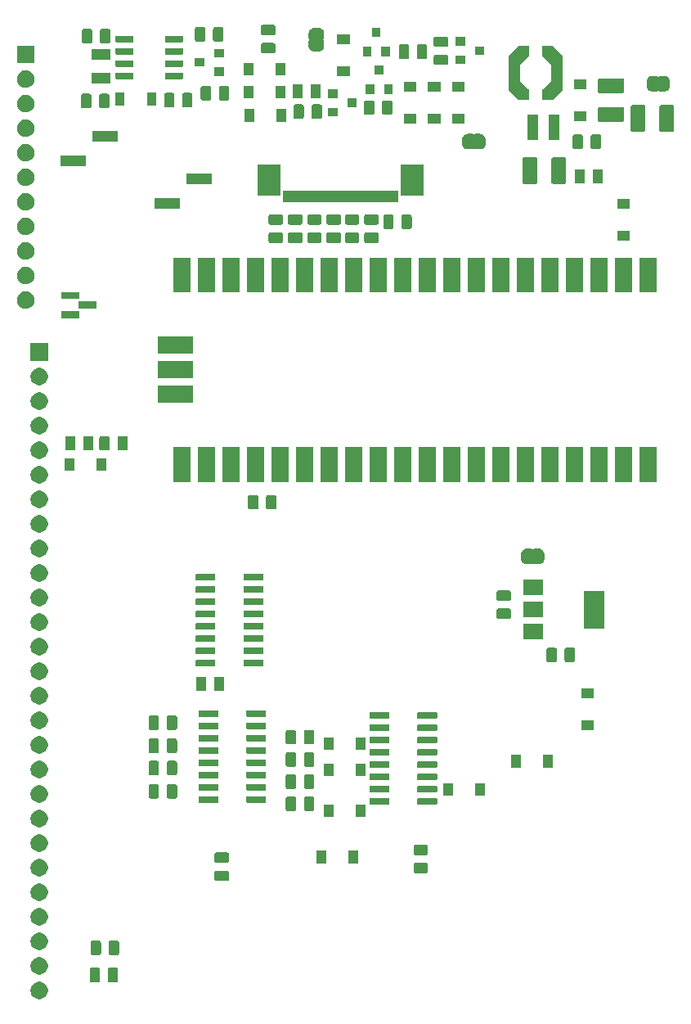
<source format=gbr>
G04 #@! TF.GenerationSoftware,KiCad,Pcbnew,5.1.5+dfsg1-2build2*
G04 #@! TF.CreationDate,2022-08-24T07:57:04+01:00*
G04 #@! TF.ProjectId,psion-org2-main,7073696f-6e2d-46f7-9267-322d6d61696e,rev?*
G04 #@! TF.SameCoordinates,Original*
G04 #@! TF.FileFunction,Soldermask,Bot*
G04 #@! TF.FilePolarity,Negative*
%FSLAX46Y46*%
G04 Gerber Fmt 4.6, Leading zero omitted, Abs format (unit mm)*
G04 Created by KiCad (PCBNEW 5.1.5+dfsg1-2build2) date 2022-08-24 07:57:04*
%MOMM*%
%LPD*%
G04 APERTURE LIST*
%ADD10C,0.100000*%
G04 APERTURE END LIST*
D10*
G36*
X142213512Y-159003927D02*
G01*
X142362812Y-159033624D01*
X142526784Y-159101544D01*
X142674354Y-159200147D01*
X142799853Y-159325646D01*
X142898456Y-159473216D01*
X142966376Y-159637188D01*
X143001000Y-159811259D01*
X143001000Y-159988741D01*
X142966376Y-160162812D01*
X142898456Y-160326784D01*
X142799853Y-160474354D01*
X142674354Y-160599853D01*
X142526784Y-160698456D01*
X142362812Y-160766376D01*
X142213512Y-160796073D01*
X142188742Y-160801000D01*
X142011258Y-160801000D01*
X141986488Y-160796073D01*
X141837188Y-160766376D01*
X141673216Y-160698456D01*
X141525646Y-160599853D01*
X141400147Y-160474354D01*
X141301544Y-160326784D01*
X141233624Y-160162812D01*
X141199000Y-159988741D01*
X141199000Y-159811259D01*
X141233624Y-159637188D01*
X141301544Y-159473216D01*
X141400147Y-159325646D01*
X141525646Y-159200147D01*
X141673216Y-159101544D01*
X141837188Y-159033624D01*
X141986488Y-159003927D01*
X142011258Y-158999000D01*
X142188742Y-158999000D01*
X142213512Y-159003927D01*
G37*
G36*
X150109468Y-157553565D02*
G01*
X150148138Y-157565296D01*
X150183777Y-157584346D01*
X150215017Y-157609983D01*
X150240654Y-157641223D01*
X150259704Y-157676862D01*
X150271435Y-157715532D01*
X150276000Y-157761888D01*
X150276000Y-158838112D01*
X150271435Y-158884468D01*
X150259704Y-158923138D01*
X150240654Y-158958777D01*
X150215017Y-158990017D01*
X150183777Y-159015654D01*
X150148138Y-159034704D01*
X150109468Y-159046435D01*
X150063112Y-159051000D01*
X149411888Y-159051000D01*
X149365532Y-159046435D01*
X149326862Y-159034704D01*
X149291223Y-159015654D01*
X149259983Y-158990017D01*
X149234346Y-158958777D01*
X149215296Y-158923138D01*
X149203565Y-158884468D01*
X149199000Y-158838112D01*
X149199000Y-157761888D01*
X149203565Y-157715532D01*
X149215296Y-157676862D01*
X149234346Y-157641223D01*
X149259983Y-157609983D01*
X149291223Y-157584346D01*
X149326862Y-157565296D01*
X149365532Y-157553565D01*
X149411888Y-157549000D01*
X150063112Y-157549000D01*
X150109468Y-157553565D01*
G37*
G36*
X148234468Y-157553565D02*
G01*
X148273138Y-157565296D01*
X148308777Y-157584346D01*
X148340017Y-157609983D01*
X148365654Y-157641223D01*
X148384704Y-157676862D01*
X148396435Y-157715532D01*
X148401000Y-157761888D01*
X148401000Y-158838112D01*
X148396435Y-158884468D01*
X148384704Y-158923138D01*
X148365654Y-158958777D01*
X148340017Y-158990017D01*
X148308777Y-159015654D01*
X148273138Y-159034704D01*
X148234468Y-159046435D01*
X148188112Y-159051000D01*
X147536888Y-159051000D01*
X147490532Y-159046435D01*
X147451862Y-159034704D01*
X147416223Y-159015654D01*
X147384983Y-158990017D01*
X147359346Y-158958777D01*
X147340296Y-158923138D01*
X147328565Y-158884468D01*
X147324000Y-158838112D01*
X147324000Y-157761888D01*
X147328565Y-157715532D01*
X147340296Y-157676862D01*
X147359346Y-157641223D01*
X147384983Y-157609983D01*
X147416223Y-157584346D01*
X147451862Y-157565296D01*
X147490532Y-157553565D01*
X147536888Y-157549000D01*
X148188112Y-157549000D01*
X148234468Y-157553565D01*
G37*
G36*
X142213512Y-156463927D02*
G01*
X142362812Y-156493624D01*
X142526784Y-156561544D01*
X142674354Y-156660147D01*
X142799853Y-156785646D01*
X142898456Y-156933216D01*
X142966376Y-157097188D01*
X143001000Y-157271259D01*
X143001000Y-157448741D01*
X142966376Y-157622812D01*
X142898456Y-157786784D01*
X142799853Y-157934354D01*
X142674354Y-158059853D01*
X142526784Y-158158456D01*
X142362812Y-158226376D01*
X142213512Y-158256073D01*
X142188742Y-158261000D01*
X142011258Y-158261000D01*
X141986488Y-158256073D01*
X141837188Y-158226376D01*
X141673216Y-158158456D01*
X141525646Y-158059853D01*
X141400147Y-157934354D01*
X141301544Y-157786784D01*
X141233624Y-157622812D01*
X141199000Y-157448741D01*
X141199000Y-157271259D01*
X141233624Y-157097188D01*
X141301544Y-156933216D01*
X141400147Y-156785646D01*
X141525646Y-156660147D01*
X141673216Y-156561544D01*
X141837188Y-156493624D01*
X141986488Y-156463927D01*
X142011258Y-156459000D01*
X142188742Y-156459000D01*
X142213512Y-156463927D01*
G37*
G36*
X150209468Y-154753565D02*
G01*
X150248138Y-154765296D01*
X150283777Y-154784346D01*
X150315017Y-154809983D01*
X150340654Y-154841223D01*
X150359704Y-154876862D01*
X150371435Y-154915532D01*
X150376000Y-154961888D01*
X150376000Y-156038112D01*
X150371435Y-156084468D01*
X150359704Y-156123138D01*
X150340654Y-156158777D01*
X150315017Y-156190017D01*
X150283777Y-156215654D01*
X150248138Y-156234704D01*
X150209468Y-156246435D01*
X150163112Y-156251000D01*
X149511888Y-156251000D01*
X149465532Y-156246435D01*
X149426862Y-156234704D01*
X149391223Y-156215654D01*
X149359983Y-156190017D01*
X149334346Y-156158777D01*
X149315296Y-156123138D01*
X149303565Y-156084468D01*
X149299000Y-156038112D01*
X149299000Y-154961888D01*
X149303565Y-154915532D01*
X149315296Y-154876862D01*
X149334346Y-154841223D01*
X149359983Y-154809983D01*
X149391223Y-154784346D01*
X149426862Y-154765296D01*
X149465532Y-154753565D01*
X149511888Y-154749000D01*
X150163112Y-154749000D01*
X150209468Y-154753565D01*
G37*
G36*
X148334468Y-154753565D02*
G01*
X148373138Y-154765296D01*
X148408777Y-154784346D01*
X148440017Y-154809983D01*
X148465654Y-154841223D01*
X148484704Y-154876862D01*
X148496435Y-154915532D01*
X148501000Y-154961888D01*
X148501000Y-156038112D01*
X148496435Y-156084468D01*
X148484704Y-156123138D01*
X148465654Y-156158777D01*
X148440017Y-156190017D01*
X148408777Y-156215654D01*
X148373138Y-156234704D01*
X148334468Y-156246435D01*
X148288112Y-156251000D01*
X147636888Y-156251000D01*
X147590532Y-156246435D01*
X147551862Y-156234704D01*
X147516223Y-156215654D01*
X147484983Y-156190017D01*
X147459346Y-156158777D01*
X147440296Y-156123138D01*
X147428565Y-156084468D01*
X147424000Y-156038112D01*
X147424000Y-154961888D01*
X147428565Y-154915532D01*
X147440296Y-154876862D01*
X147459346Y-154841223D01*
X147484983Y-154809983D01*
X147516223Y-154784346D01*
X147551862Y-154765296D01*
X147590532Y-154753565D01*
X147636888Y-154749000D01*
X148288112Y-154749000D01*
X148334468Y-154753565D01*
G37*
G36*
X142213512Y-153923927D02*
G01*
X142362812Y-153953624D01*
X142526784Y-154021544D01*
X142674354Y-154120147D01*
X142799853Y-154245646D01*
X142898456Y-154393216D01*
X142966376Y-154557188D01*
X143001000Y-154731259D01*
X143001000Y-154908741D01*
X142966376Y-155082812D01*
X142898456Y-155246784D01*
X142799853Y-155394354D01*
X142674354Y-155519853D01*
X142526784Y-155618456D01*
X142362812Y-155686376D01*
X142213512Y-155716073D01*
X142188742Y-155721000D01*
X142011258Y-155721000D01*
X141986488Y-155716073D01*
X141837188Y-155686376D01*
X141673216Y-155618456D01*
X141525646Y-155519853D01*
X141400147Y-155394354D01*
X141301544Y-155246784D01*
X141233624Y-155082812D01*
X141199000Y-154908741D01*
X141199000Y-154731259D01*
X141233624Y-154557188D01*
X141301544Y-154393216D01*
X141400147Y-154245646D01*
X141525646Y-154120147D01*
X141673216Y-154021544D01*
X141837188Y-153953624D01*
X141986488Y-153923927D01*
X142011258Y-153919000D01*
X142188742Y-153919000D01*
X142213512Y-153923927D01*
G37*
G36*
X142213512Y-151383927D02*
G01*
X142362812Y-151413624D01*
X142526784Y-151481544D01*
X142674354Y-151580147D01*
X142799853Y-151705646D01*
X142898456Y-151853216D01*
X142966376Y-152017188D01*
X143001000Y-152191259D01*
X143001000Y-152368741D01*
X142966376Y-152542812D01*
X142898456Y-152706784D01*
X142799853Y-152854354D01*
X142674354Y-152979853D01*
X142526784Y-153078456D01*
X142362812Y-153146376D01*
X142213512Y-153176073D01*
X142188742Y-153181000D01*
X142011258Y-153181000D01*
X141986488Y-153176073D01*
X141837188Y-153146376D01*
X141673216Y-153078456D01*
X141525646Y-152979853D01*
X141400147Y-152854354D01*
X141301544Y-152706784D01*
X141233624Y-152542812D01*
X141199000Y-152368741D01*
X141199000Y-152191259D01*
X141233624Y-152017188D01*
X141301544Y-151853216D01*
X141400147Y-151705646D01*
X141525646Y-151580147D01*
X141673216Y-151481544D01*
X141837188Y-151413624D01*
X141986488Y-151383927D01*
X142011258Y-151379000D01*
X142188742Y-151379000D01*
X142213512Y-151383927D01*
G37*
G36*
X142213512Y-148843927D02*
G01*
X142362812Y-148873624D01*
X142526784Y-148941544D01*
X142674354Y-149040147D01*
X142799853Y-149165646D01*
X142898456Y-149313216D01*
X142966376Y-149477188D01*
X143001000Y-149651259D01*
X143001000Y-149828741D01*
X142966376Y-150002812D01*
X142898456Y-150166784D01*
X142799853Y-150314354D01*
X142674354Y-150439853D01*
X142526784Y-150538456D01*
X142362812Y-150606376D01*
X142213512Y-150636073D01*
X142188742Y-150641000D01*
X142011258Y-150641000D01*
X141986488Y-150636073D01*
X141837188Y-150606376D01*
X141673216Y-150538456D01*
X141525646Y-150439853D01*
X141400147Y-150314354D01*
X141301544Y-150166784D01*
X141233624Y-150002812D01*
X141199000Y-149828741D01*
X141199000Y-149651259D01*
X141233624Y-149477188D01*
X141301544Y-149313216D01*
X141400147Y-149165646D01*
X141525646Y-149040147D01*
X141673216Y-148941544D01*
X141837188Y-148873624D01*
X141986488Y-148843927D01*
X142011258Y-148839000D01*
X142188742Y-148839000D01*
X142213512Y-148843927D01*
G37*
G36*
X161584468Y-147503565D02*
G01*
X161623138Y-147515296D01*
X161658777Y-147534346D01*
X161690017Y-147559983D01*
X161715654Y-147591223D01*
X161734704Y-147626862D01*
X161746435Y-147665532D01*
X161751000Y-147711888D01*
X161751000Y-148363112D01*
X161746435Y-148409468D01*
X161734704Y-148448138D01*
X161715654Y-148483777D01*
X161690017Y-148515017D01*
X161658777Y-148540654D01*
X161623138Y-148559704D01*
X161584468Y-148571435D01*
X161538112Y-148576000D01*
X160461888Y-148576000D01*
X160415532Y-148571435D01*
X160376862Y-148559704D01*
X160341223Y-148540654D01*
X160309983Y-148515017D01*
X160284346Y-148483777D01*
X160265296Y-148448138D01*
X160253565Y-148409468D01*
X160249000Y-148363112D01*
X160249000Y-147711888D01*
X160253565Y-147665532D01*
X160265296Y-147626862D01*
X160284346Y-147591223D01*
X160309983Y-147559983D01*
X160341223Y-147534346D01*
X160376862Y-147515296D01*
X160415532Y-147503565D01*
X160461888Y-147499000D01*
X161538112Y-147499000D01*
X161584468Y-147503565D01*
G37*
G36*
X142213512Y-146303927D02*
G01*
X142362812Y-146333624D01*
X142526784Y-146401544D01*
X142674354Y-146500147D01*
X142799853Y-146625646D01*
X142898456Y-146773216D01*
X142966376Y-146937188D01*
X143001000Y-147111259D01*
X143001000Y-147288741D01*
X142966376Y-147462812D01*
X142898456Y-147626784D01*
X142799853Y-147774354D01*
X142674354Y-147899853D01*
X142526784Y-147998456D01*
X142362812Y-148066376D01*
X142213512Y-148096073D01*
X142188742Y-148101000D01*
X142011258Y-148101000D01*
X141986488Y-148096073D01*
X141837188Y-148066376D01*
X141673216Y-147998456D01*
X141525646Y-147899853D01*
X141400147Y-147774354D01*
X141301544Y-147626784D01*
X141233624Y-147462812D01*
X141199000Y-147288741D01*
X141199000Y-147111259D01*
X141233624Y-146937188D01*
X141301544Y-146773216D01*
X141400147Y-146625646D01*
X141525646Y-146500147D01*
X141673216Y-146401544D01*
X141837188Y-146333624D01*
X141986488Y-146303927D01*
X142011258Y-146299000D01*
X142188742Y-146299000D01*
X142213512Y-146303927D01*
G37*
G36*
X182184468Y-146703565D02*
G01*
X182223138Y-146715296D01*
X182258777Y-146734346D01*
X182290017Y-146759983D01*
X182315654Y-146791223D01*
X182334704Y-146826862D01*
X182346435Y-146865532D01*
X182351000Y-146911888D01*
X182351000Y-147563112D01*
X182346435Y-147609468D01*
X182334704Y-147648138D01*
X182315654Y-147683777D01*
X182290017Y-147715017D01*
X182258777Y-147740654D01*
X182223138Y-147759704D01*
X182184468Y-147771435D01*
X182138112Y-147776000D01*
X181061888Y-147776000D01*
X181015532Y-147771435D01*
X180976862Y-147759704D01*
X180941223Y-147740654D01*
X180909983Y-147715017D01*
X180884346Y-147683777D01*
X180865296Y-147648138D01*
X180853565Y-147609468D01*
X180849000Y-147563112D01*
X180849000Y-146911888D01*
X180853565Y-146865532D01*
X180865296Y-146826862D01*
X180884346Y-146791223D01*
X180909983Y-146759983D01*
X180941223Y-146734346D01*
X180976862Y-146715296D01*
X181015532Y-146703565D01*
X181061888Y-146699000D01*
X182138112Y-146699000D01*
X182184468Y-146703565D01*
G37*
G36*
X175151000Y-146751000D02*
G01*
X174149000Y-146751000D01*
X174149000Y-145449000D01*
X175151000Y-145449000D01*
X175151000Y-146751000D01*
G37*
G36*
X171851000Y-146751000D02*
G01*
X170849000Y-146751000D01*
X170849000Y-145449000D01*
X171851000Y-145449000D01*
X171851000Y-146751000D01*
G37*
G36*
X161584468Y-145628565D02*
G01*
X161623138Y-145640296D01*
X161658777Y-145659346D01*
X161690017Y-145684983D01*
X161715654Y-145716223D01*
X161734704Y-145751862D01*
X161746435Y-145790532D01*
X161751000Y-145836888D01*
X161751000Y-146488112D01*
X161746435Y-146534468D01*
X161734704Y-146573138D01*
X161715654Y-146608777D01*
X161690017Y-146640017D01*
X161658777Y-146665654D01*
X161623138Y-146684704D01*
X161584468Y-146696435D01*
X161538112Y-146701000D01*
X160461888Y-146701000D01*
X160415532Y-146696435D01*
X160376862Y-146684704D01*
X160341223Y-146665654D01*
X160309983Y-146640017D01*
X160284346Y-146608777D01*
X160265296Y-146573138D01*
X160253565Y-146534468D01*
X160249000Y-146488112D01*
X160249000Y-145836888D01*
X160253565Y-145790532D01*
X160265296Y-145751862D01*
X160284346Y-145716223D01*
X160309983Y-145684983D01*
X160341223Y-145659346D01*
X160376862Y-145640296D01*
X160415532Y-145628565D01*
X160461888Y-145624000D01*
X161538112Y-145624000D01*
X161584468Y-145628565D01*
G37*
G36*
X182184468Y-144828565D02*
G01*
X182223138Y-144840296D01*
X182258777Y-144859346D01*
X182290017Y-144884983D01*
X182315654Y-144916223D01*
X182334704Y-144951862D01*
X182346435Y-144990532D01*
X182351000Y-145036888D01*
X182351000Y-145688112D01*
X182346435Y-145734468D01*
X182334704Y-145773138D01*
X182315654Y-145808777D01*
X182290017Y-145840017D01*
X182258777Y-145865654D01*
X182223138Y-145884704D01*
X182184468Y-145896435D01*
X182138112Y-145901000D01*
X181061888Y-145901000D01*
X181015532Y-145896435D01*
X180976862Y-145884704D01*
X180941223Y-145865654D01*
X180909983Y-145840017D01*
X180884346Y-145808777D01*
X180865296Y-145773138D01*
X180853565Y-145734468D01*
X180849000Y-145688112D01*
X180849000Y-145036888D01*
X180853565Y-144990532D01*
X180865296Y-144951862D01*
X180884346Y-144916223D01*
X180909983Y-144884983D01*
X180941223Y-144859346D01*
X180976862Y-144840296D01*
X181015532Y-144828565D01*
X181061888Y-144824000D01*
X182138112Y-144824000D01*
X182184468Y-144828565D01*
G37*
G36*
X142213512Y-143763927D02*
G01*
X142362812Y-143793624D01*
X142526784Y-143861544D01*
X142674354Y-143960147D01*
X142799853Y-144085646D01*
X142898456Y-144233216D01*
X142966376Y-144397188D01*
X143001000Y-144571259D01*
X143001000Y-144748741D01*
X142966376Y-144922812D01*
X142898456Y-145086784D01*
X142799853Y-145234354D01*
X142674354Y-145359853D01*
X142526784Y-145458456D01*
X142362812Y-145526376D01*
X142213512Y-145556073D01*
X142188742Y-145561000D01*
X142011258Y-145561000D01*
X141986488Y-145556073D01*
X141837188Y-145526376D01*
X141673216Y-145458456D01*
X141525646Y-145359853D01*
X141400147Y-145234354D01*
X141301544Y-145086784D01*
X141233624Y-144922812D01*
X141199000Y-144748741D01*
X141199000Y-144571259D01*
X141233624Y-144397188D01*
X141301544Y-144233216D01*
X141400147Y-144085646D01*
X141525646Y-143960147D01*
X141673216Y-143861544D01*
X141837188Y-143793624D01*
X141986488Y-143763927D01*
X142011258Y-143759000D01*
X142188742Y-143759000D01*
X142213512Y-143763927D01*
G37*
G36*
X142209545Y-141223138D02*
G01*
X142362812Y-141253624D01*
X142526784Y-141321544D01*
X142674354Y-141420147D01*
X142799853Y-141545646D01*
X142898456Y-141693216D01*
X142966376Y-141857188D01*
X143001000Y-142031259D01*
X143001000Y-142208741D01*
X142966376Y-142382812D01*
X142898456Y-142546784D01*
X142799853Y-142694354D01*
X142674354Y-142819853D01*
X142526784Y-142918456D01*
X142362812Y-142986376D01*
X142213512Y-143016073D01*
X142188742Y-143021000D01*
X142011258Y-143021000D01*
X141986488Y-143016073D01*
X141837188Y-142986376D01*
X141673216Y-142918456D01*
X141525646Y-142819853D01*
X141400147Y-142694354D01*
X141301544Y-142546784D01*
X141233624Y-142382812D01*
X141199000Y-142208741D01*
X141199000Y-142031259D01*
X141233624Y-141857188D01*
X141301544Y-141693216D01*
X141400147Y-141545646D01*
X141525646Y-141420147D01*
X141673216Y-141321544D01*
X141837188Y-141253624D01*
X141990455Y-141223138D01*
X142011258Y-141219000D01*
X142188742Y-141219000D01*
X142209545Y-141223138D01*
G37*
G36*
X175851000Y-141951000D02*
G01*
X174849000Y-141951000D01*
X174849000Y-140649000D01*
X175851000Y-140649000D01*
X175851000Y-141951000D01*
G37*
G36*
X172551000Y-141951000D02*
G01*
X171549000Y-141951000D01*
X171549000Y-140649000D01*
X172551000Y-140649000D01*
X172551000Y-141951000D01*
G37*
G36*
X168534468Y-139853565D02*
G01*
X168573138Y-139865296D01*
X168608777Y-139884346D01*
X168640017Y-139909983D01*
X168665654Y-139941223D01*
X168684704Y-139976862D01*
X168696435Y-140015532D01*
X168701000Y-140061888D01*
X168701000Y-141138112D01*
X168696435Y-141184468D01*
X168684704Y-141223138D01*
X168665654Y-141258777D01*
X168640017Y-141290017D01*
X168608777Y-141315654D01*
X168573138Y-141334704D01*
X168534468Y-141346435D01*
X168488112Y-141351000D01*
X167836888Y-141351000D01*
X167790532Y-141346435D01*
X167751862Y-141334704D01*
X167716223Y-141315654D01*
X167684983Y-141290017D01*
X167659346Y-141258777D01*
X167640296Y-141223138D01*
X167628565Y-141184468D01*
X167624000Y-141138112D01*
X167624000Y-140061888D01*
X167628565Y-140015532D01*
X167640296Y-139976862D01*
X167659346Y-139941223D01*
X167684983Y-139909983D01*
X167716223Y-139884346D01*
X167751862Y-139865296D01*
X167790532Y-139853565D01*
X167836888Y-139849000D01*
X168488112Y-139849000D01*
X168534468Y-139853565D01*
G37*
G36*
X170409468Y-139853565D02*
G01*
X170448138Y-139865296D01*
X170483777Y-139884346D01*
X170515017Y-139909983D01*
X170540654Y-139941223D01*
X170559704Y-139976862D01*
X170571435Y-140015532D01*
X170576000Y-140061888D01*
X170576000Y-141138112D01*
X170571435Y-141184468D01*
X170559704Y-141223138D01*
X170540654Y-141258777D01*
X170515017Y-141290017D01*
X170483777Y-141315654D01*
X170448138Y-141334704D01*
X170409468Y-141346435D01*
X170363112Y-141351000D01*
X169711888Y-141351000D01*
X169665532Y-141346435D01*
X169626862Y-141334704D01*
X169591223Y-141315654D01*
X169559983Y-141290017D01*
X169534346Y-141258777D01*
X169515296Y-141223138D01*
X169503565Y-141184468D01*
X169499000Y-141138112D01*
X169499000Y-140061888D01*
X169503565Y-140015532D01*
X169515296Y-139976862D01*
X169534346Y-139941223D01*
X169559983Y-139909983D01*
X169591223Y-139884346D01*
X169626862Y-139865296D01*
X169665532Y-139853565D01*
X169711888Y-139849000D01*
X170363112Y-139849000D01*
X170409468Y-139853565D01*
G37*
G36*
X178259928Y-139996764D02*
G01*
X178281009Y-140003160D01*
X178300445Y-140013548D01*
X178317476Y-140027524D01*
X178331452Y-140044555D01*
X178341840Y-140063991D01*
X178348236Y-140085072D01*
X178351000Y-140113140D01*
X178351000Y-140576860D01*
X178348236Y-140604928D01*
X178341840Y-140626009D01*
X178331452Y-140645445D01*
X178317476Y-140662476D01*
X178300445Y-140676452D01*
X178281009Y-140686840D01*
X178259928Y-140693236D01*
X178231860Y-140696000D01*
X176418140Y-140696000D01*
X176390072Y-140693236D01*
X176368991Y-140686840D01*
X176349555Y-140676452D01*
X176332524Y-140662476D01*
X176318548Y-140645445D01*
X176308160Y-140626009D01*
X176301764Y-140604928D01*
X176299000Y-140576860D01*
X176299000Y-140113140D01*
X176301764Y-140085072D01*
X176308160Y-140063991D01*
X176318548Y-140044555D01*
X176332524Y-140027524D01*
X176349555Y-140013548D01*
X176368991Y-140003160D01*
X176390072Y-139996764D01*
X176418140Y-139994000D01*
X178231860Y-139994000D01*
X178259928Y-139996764D01*
G37*
G36*
X183209928Y-139996764D02*
G01*
X183231009Y-140003160D01*
X183250445Y-140013548D01*
X183267476Y-140027524D01*
X183281452Y-140044555D01*
X183291840Y-140063991D01*
X183298236Y-140085072D01*
X183301000Y-140113140D01*
X183301000Y-140576860D01*
X183298236Y-140604928D01*
X183291840Y-140626009D01*
X183281452Y-140645445D01*
X183267476Y-140662476D01*
X183250445Y-140676452D01*
X183231009Y-140686840D01*
X183209928Y-140693236D01*
X183181860Y-140696000D01*
X181368140Y-140696000D01*
X181340072Y-140693236D01*
X181318991Y-140686840D01*
X181299555Y-140676452D01*
X181282524Y-140662476D01*
X181268548Y-140645445D01*
X181258160Y-140626009D01*
X181251764Y-140604928D01*
X181249000Y-140576860D01*
X181249000Y-140113140D01*
X181251764Y-140085072D01*
X181258160Y-140063991D01*
X181268548Y-140044555D01*
X181282524Y-140027524D01*
X181299555Y-140013548D01*
X181318991Y-140003160D01*
X181340072Y-139996764D01*
X181368140Y-139994000D01*
X183181860Y-139994000D01*
X183209928Y-139996764D01*
G37*
G36*
X165509928Y-139796764D02*
G01*
X165531009Y-139803160D01*
X165550445Y-139813548D01*
X165567476Y-139827524D01*
X165581452Y-139844555D01*
X165591840Y-139863991D01*
X165598236Y-139885072D01*
X165601000Y-139913140D01*
X165601000Y-140376860D01*
X165598236Y-140404928D01*
X165591840Y-140426009D01*
X165581452Y-140445445D01*
X165567476Y-140462476D01*
X165550445Y-140476452D01*
X165531009Y-140486840D01*
X165509928Y-140493236D01*
X165481860Y-140496000D01*
X163668140Y-140496000D01*
X163640072Y-140493236D01*
X163618991Y-140486840D01*
X163599555Y-140476452D01*
X163582524Y-140462476D01*
X163568548Y-140445445D01*
X163558160Y-140426009D01*
X163551764Y-140404928D01*
X163549000Y-140376860D01*
X163549000Y-139913140D01*
X163551764Y-139885072D01*
X163558160Y-139863991D01*
X163568548Y-139844555D01*
X163582524Y-139827524D01*
X163599555Y-139813548D01*
X163618991Y-139803160D01*
X163640072Y-139796764D01*
X163668140Y-139794000D01*
X165481860Y-139794000D01*
X165509928Y-139796764D01*
G37*
G36*
X160559928Y-139796764D02*
G01*
X160581009Y-139803160D01*
X160600445Y-139813548D01*
X160617476Y-139827524D01*
X160631452Y-139844555D01*
X160641840Y-139863991D01*
X160648236Y-139885072D01*
X160651000Y-139913140D01*
X160651000Y-140376860D01*
X160648236Y-140404928D01*
X160641840Y-140426009D01*
X160631452Y-140445445D01*
X160617476Y-140462476D01*
X160600445Y-140476452D01*
X160581009Y-140486840D01*
X160559928Y-140493236D01*
X160531860Y-140496000D01*
X158718140Y-140496000D01*
X158690072Y-140493236D01*
X158668991Y-140486840D01*
X158649555Y-140476452D01*
X158632524Y-140462476D01*
X158618548Y-140445445D01*
X158608160Y-140426009D01*
X158601764Y-140404928D01*
X158599000Y-140376860D01*
X158599000Y-139913140D01*
X158601764Y-139885072D01*
X158608160Y-139863991D01*
X158618548Y-139844555D01*
X158632524Y-139827524D01*
X158649555Y-139813548D01*
X158668991Y-139803160D01*
X158690072Y-139796764D01*
X158718140Y-139794000D01*
X160531860Y-139794000D01*
X160559928Y-139796764D01*
G37*
G36*
X142213512Y-138683927D02*
G01*
X142362812Y-138713624D01*
X142526784Y-138781544D01*
X142674354Y-138880147D01*
X142799853Y-139005646D01*
X142898456Y-139153216D01*
X142966376Y-139317188D01*
X143001000Y-139491259D01*
X143001000Y-139668741D01*
X142966376Y-139842812D01*
X142898456Y-140006784D01*
X142799853Y-140154354D01*
X142674354Y-140279853D01*
X142526784Y-140378456D01*
X142362812Y-140446376D01*
X142213512Y-140476073D01*
X142188742Y-140481000D01*
X142011258Y-140481000D01*
X141986488Y-140476073D01*
X141837188Y-140446376D01*
X141673216Y-140378456D01*
X141525646Y-140279853D01*
X141400147Y-140154354D01*
X141301544Y-140006784D01*
X141233624Y-139842812D01*
X141199000Y-139668741D01*
X141199000Y-139491259D01*
X141233624Y-139317188D01*
X141301544Y-139153216D01*
X141400147Y-139005646D01*
X141525646Y-138880147D01*
X141673216Y-138781544D01*
X141837188Y-138713624D01*
X141986488Y-138683927D01*
X142011258Y-138679000D01*
X142188742Y-138679000D01*
X142213512Y-138683927D01*
G37*
G36*
X154334468Y-138553565D02*
G01*
X154373138Y-138565296D01*
X154408777Y-138584346D01*
X154440017Y-138609983D01*
X154465654Y-138641223D01*
X154484704Y-138676862D01*
X154496435Y-138715532D01*
X154501000Y-138761888D01*
X154501000Y-139838112D01*
X154496435Y-139884468D01*
X154484704Y-139923138D01*
X154465654Y-139958777D01*
X154440017Y-139990017D01*
X154408777Y-140015654D01*
X154373138Y-140034704D01*
X154334468Y-140046435D01*
X154288112Y-140051000D01*
X153636888Y-140051000D01*
X153590532Y-140046435D01*
X153551862Y-140034704D01*
X153516223Y-140015654D01*
X153484983Y-139990017D01*
X153459346Y-139958777D01*
X153440296Y-139923138D01*
X153428565Y-139884468D01*
X153424000Y-139838112D01*
X153424000Y-138761888D01*
X153428565Y-138715532D01*
X153440296Y-138676862D01*
X153459346Y-138641223D01*
X153484983Y-138609983D01*
X153516223Y-138584346D01*
X153551862Y-138565296D01*
X153590532Y-138553565D01*
X153636888Y-138549000D01*
X154288112Y-138549000D01*
X154334468Y-138553565D01*
G37*
G36*
X156209468Y-138553565D02*
G01*
X156248138Y-138565296D01*
X156283777Y-138584346D01*
X156315017Y-138609983D01*
X156340654Y-138641223D01*
X156359704Y-138676862D01*
X156371435Y-138715532D01*
X156376000Y-138761888D01*
X156376000Y-139838112D01*
X156371435Y-139884468D01*
X156359704Y-139923138D01*
X156340654Y-139958777D01*
X156315017Y-139990017D01*
X156283777Y-140015654D01*
X156248138Y-140034704D01*
X156209468Y-140046435D01*
X156163112Y-140051000D01*
X155511888Y-140051000D01*
X155465532Y-140046435D01*
X155426862Y-140034704D01*
X155391223Y-140015654D01*
X155359983Y-139990017D01*
X155334346Y-139958777D01*
X155315296Y-139923138D01*
X155303565Y-139884468D01*
X155299000Y-139838112D01*
X155299000Y-138761888D01*
X155303565Y-138715532D01*
X155315296Y-138676862D01*
X155334346Y-138641223D01*
X155359983Y-138609983D01*
X155391223Y-138584346D01*
X155426862Y-138565296D01*
X155465532Y-138553565D01*
X155511888Y-138549000D01*
X156163112Y-138549000D01*
X156209468Y-138553565D01*
G37*
G36*
X184951000Y-139751000D02*
G01*
X183949000Y-139751000D01*
X183949000Y-138449000D01*
X184951000Y-138449000D01*
X184951000Y-139751000D01*
G37*
G36*
X188251000Y-139751000D02*
G01*
X187249000Y-139751000D01*
X187249000Y-138449000D01*
X188251000Y-138449000D01*
X188251000Y-139751000D01*
G37*
G36*
X183209928Y-138726764D02*
G01*
X183231009Y-138733160D01*
X183250445Y-138743548D01*
X183267476Y-138757524D01*
X183281452Y-138774555D01*
X183291840Y-138793991D01*
X183298236Y-138815072D01*
X183301000Y-138843140D01*
X183301000Y-139306860D01*
X183298236Y-139334928D01*
X183291840Y-139356009D01*
X183281452Y-139375445D01*
X183267476Y-139392476D01*
X183250445Y-139406452D01*
X183231009Y-139416840D01*
X183209928Y-139423236D01*
X183181860Y-139426000D01*
X181368140Y-139426000D01*
X181340072Y-139423236D01*
X181318991Y-139416840D01*
X181299555Y-139406452D01*
X181282524Y-139392476D01*
X181268548Y-139375445D01*
X181258160Y-139356009D01*
X181251764Y-139334928D01*
X181249000Y-139306860D01*
X181249000Y-138843140D01*
X181251764Y-138815072D01*
X181258160Y-138793991D01*
X181268548Y-138774555D01*
X181282524Y-138757524D01*
X181299555Y-138743548D01*
X181318991Y-138733160D01*
X181340072Y-138726764D01*
X181368140Y-138724000D01*
X183181860Y-138724000D01*
X183209928Y-138726764D01*
G37*
G36*
X178259928Y-138726764D02*
G01*
X178281009Y-138733160D01*
X178300445Y-138743548D01*
X178317476Y-138757524D01*
X178331452Y-138774555D01*
X178341840Y-138793991D01*
X178348236Y-138815072D01*
X178351000Y-138843140D01*
X178351000Y-139306860D01*
X178348236Y-139334928D01*
X178341840Y-139356009D01*
X178331452Y-139375445D01*
X178317476Y-139392476D01*
X178300445Y-139406452D01*
X178281009Y-139416840D01*
X178259928Y-139423236D01*
X178231860Y-139426000D01*
X176418140Y-139426000D01*
X176390072Y-139423236D01*
X176368991Y-139416840D01*
X176349555Y-139406452D01*
X176332524Y-139392476D01*
X176318548Y-139375445D01*
X176308160Y-139356009D01*
X176301764Y-139334928D01*
X176299000Y-139306860D01*
X176299000Y-138843140D01*
X176301764Y-138815072D01*
X176308160Y-138793991D01*
X176318548Y-138774555D01*
X176332524Y-138757524D01*
X176349555Y-138743548D01*
X176368991Y-138733160D01*
X176390072Y-138726764D01*
X176418140Y-138724000D01*
X178231860Y-138724000D01*
X178259928Y-138726764D01*
G37*
G36*
X160559928Y-138526764D02*
G01*
X160581009Y-138533160D01*
X160600445Y-138543548D01*
X160617476Y-138557524D01*
X160631452Y-138574555D01*
X160641840Y-138593991D01*
X160648236Y-138615072D01*
X160651000Y-138643140D01*
X160651000Y-139106860D01*
X160648236Y-139134928D01*
X160641840Y-139156009D01*
X160631452Y-139175445D01*
X160617476Y-139192476D01*
X160600445Y-139206452D01*
X160581009Y-139216840D01*
X160559928Y-139223236D01*
X160531860Y-139226000D01*
X158718140Y-139226000D01*
X158690072Y-139223236D01*
X158668991Y-139216840D01*
X158649555Y-139206452D01*
X158632524Y-139192476D01*
X158618548Y-139175445D01*
X158608160Y-139156009D01*
X158601764Y-139134928D01*
X158599000Y-139106860D01*
X158599000Y-138643140D01*
X158601764Y-138615072D01*
X158608160Y-138593991D01*
X158618548Y-138574555D01*
X158632524Y-138557524D01*
X158649555Y-138543548D01*
X158668991Y-138533160D01*
X158690072Y-138526764D01*
X158718140Y-138524000D01*
X160531860Y-138524000D01*
X160559928Y-138526764D01*
G37*
G36*
X165509928Y-138526764D02*
G01*
X165531009Y-138533160D01*
X165550445Y-138543548D01*
X165567476Y-138557524D01*
X165581452Y-138574555D01*
X165591840Y-138593991D01*
X165598236Y-138615072D01*
X165601000Y-138643140D01*
X165601000Y-139106860D01*
X165598236Y-139134928D01*
X165591840Y-139156009D01*
X165581452Y-139175445D01*
X165567476Y-139192476D01*
X165550445Y-139206452D01*
X165531009Y-139216840D01*
X165509928Y-139223236D01*
X165481860Y-139226000D01*
X163668140Y-139226000D01*
X163640072Y-139223236D01*
X163618991Y-139216840D01*
X163599555Y-139206452D01*
X163582524Y-139192476D01*
X163568548Y-139175445D01*
X163558160Y-139156009D01*
X163551764Y-139134928D01*
X163549000Y-139106860D01*
X163549000Y-138643140D01*
X163551764Y-138615072D01*
X163558160Y-138593991D01*
X163568548Y-138574555D01*
X163582524Y-138557524D01*
X163599555Y-138543548D01*
X163618991Y-138533160D01*
X163640072Y-138526764D01*
X163668140Y-138524000D01*
X165481860Y-138524000D01*
X165509928Y-138526764D01*
G37*
G36*
X170409468Y-137553565D02*
G01*
X170448138Y-137565296D01*
X170483777Y-137584346D01*
X170515017Y-137609983D01*
X170540654Y-137641223D01*
X170559704Y-137676862D01*
X170571435Y-137715532D01*
X170576000Y-137761888D01*
X170576000Y-138838112D01*
X170571435Y-138884468D01*
X170559704Y-138923138D01*
X170540654Y-138958777D01*
X170515017Y-138990017D01*
X170483777Y-139015654D01*
X170448138Y-139034704D01*
X170409468Y-139046435D01*
X170363112Y-139051000D01*
X169711888Y-139051000D01*
X169665532Y-139046435D01*
X169626862Y-139034704D01*
X169591223Y-139015654D01*
X169559983Y-138990017D01*
X169534346Y-138958777D01*
X169515296Y-138923138D01*
X169503565Y-138884468D01*
X169499000Y-138838112D01*
X169499000Y-137761888D01*
X169503565Y-137715532D01*
X169515296Y-137676862D01*
X169534346Y-137641223D01*
X169559983Y-137609983D01*
X169591223Y-137584346D01*
X169626862Y-137565296D01*
X169665532Y-137553565D01*
X169711888Y-137549000D01*
X170363112Y-137549000D01*
X170409468Y-137553565D01*
G37*
G36*
X168534468Y-137553565D02*
G01*
X168573138Y-137565296D01*
X168608777Y-137584346D01*
X168640017Y-137609983D01*
X168665654Y-137641223D01*
X168684704Y-137676862D01*
X168696435Y-137715532D01*
X168701000Y-137761888D01*
X168701000Y-138838112D01*
X168696435Y-138884468D01*
X168684704Y-138923138D01*
X168665654Y-138958777D01*
X168640017Y-138990017D01*
X168608777Y-139015654D01*
X168573138Y-139034704D01*
X168534468Y-139046435D01*
X168488112Y-139051000D01*
X167836888Y-139051000D01*
X167790532Y-139046435D01*
X167751862Y-139034704D01*
X167716223Y-139015654D01*
X167684983Y-138990017D01*
X167659346Y-138958777D01*
X167640296Y-138923138D01*
X167628565Y-138884468D01*
X167624000Y-138838112D01*
X167624000Y-137761888D01*
X167628565Y-137715532D01*
X167640296Y-137676862D01*
X167659346Y-137641223D01*
X167684983Y-137609983D01*
X167716223Y-137584346D01*
X167751862Y-137565296D01*
X167790532Y-137553565D01*
X167836888Y-137549000D01*
X168488112Y-137549000D01*
X168534468Y-137553565D01*
G37*
G36*
X178259928Y-137456764D02*
G01*
X178281009Y-137463160D01*
X178300445Y-137473548D01*
X178317476Y-137487524D01*
X178331452Y-137504555D01*
X178341840Y-137523991D01*
X178348236Y-137545072D01*
X178351000Y-137573140D01*
X178351000Y-138036860D01*
X178348236Y-138064928D01*
X178341840Y-138086009D01*
X178331452Y-138105445D01*
X178317476Y-138122476D01*
X178300445Y-138136452D01*
X178281009Y-138146840D01*
X178259928Y-138153236D01*
X178231860Y-138156000D01*
X176418140Y-138156000D01*
X176390072Y-138153236D01*
X176368991Y-138146840D01*
X176349555Y-138136452D01*
X176332524Y-138122476D01*
X176318548Y-138105445D01*
X176308160Y-138086009D01*
X176301764Y-138064928D01*
X176299000Y-138036860D01*
X176299000Y-137573140D01*
X176301764Y-137545072D01*
X176308160Y-137523991D01*
X176318548Y-137504555D01*
X176332524Y-137487524D01*
X176349555Y-137473548D01*
X176368991Y-137463160D01*
X176390072Y-137456764D01*
X176418140Y-137454000D01*
X178231860Y-137454000D01*
X178259928Y-137456764D01*
G37*
G36*
X183209928Y-137456764D02*
G01*
X183231009Y-137463160D01*
X183250445Y-137473548D01*
X183267476Y-137487524D01*
X183281452Y-137504555D01*
X183291840Y-137523991D01*
X183298236Y-137545072D01*
X183301000Y-137573140D01*
X183301000Y-138036860D01*
X183298236Y-138064928D01*
X183291840Y-138086009D01*
X183281452Y-138105445D01*
X183267476Y-138122476D01*
X183250445Y-138136452D01*
X183231009Y-138146840D01*
X183209928Y-138153236D01*
X183181860Y-138156000D01*
X181368140Y-138156000D01*
X181340072Y-138153236D01*
X181318991Y-138146840D01*
X181299555Y-138136452D01*
X181282524Y-138122476D01*
X181268548Y-138105445D01*
X181258160Y-138086009D01*
X181251764Y-138064928D01*
X181249000Y-138036860D01*
X181249000Y-137573140D01*
X181251764Y-137545072D01*
X181258160Y-137523991D01*
X181268548Y-137504555D01*
X181282524Y-137487524D01*
X181299555Y-137473548D01*
X181318991Y-137463160D01*
X181340072Y-137456764D01*
X181368140Y-137454000D01*
X183181860Y-137454000D01*
X183209928Y-137456764D01*
G37*
G36*
X160559928Y-137256764D02*
G01*
X160581009Y-137263160D01*
X160600445Y-137273548D01*
X160617476Y-137287524D01*
X160631452Y-137304555D01*
X160641840Y-137323991D01*
X160648236Y-137345072D01*
X160651000Y-137373140D01*
X160651000Y-137836860D01*
X160648236Y-137864928D01*
X160641840Y-137886009D01*
X160631452Y-137905445D01*
X160617476Y-137922476D01*
X160600445Y-137936452D01*
X160581009Y-137946840D01*
X160559928Y-137953236D01*
X160531860Y-137956000D01*
X158718140Y-137956000D01*
X158690072Y-137953236D01*
X158668991Y-137946840D01*
X158649555Y-137936452D01*
X158632524Y-137922476D01*
X158618548Y-137905445D01*
X158608160Y-137886009D01*
X158601764Y-137864928D01*
X158599000Y-137836860D01*
X158599000Y-137373140D01*
X158601764Y-137345072D01*
X158608160Y-137323991D01*
X158618548Y-137304555D01*
X158632524Y-137287524D01*
X158649555Y-137273548D01*
X158668991Y-137263160D01*
X158690072Y-137256764D01*
X158718140Y-137254000D01*
X160531860Y-137254000D01*
X160559928Y-137256764D01*
G37*
G36*
X165509928Y-137256764D02*
G01*
X165531009Y-137263160D01*
X165550445Y-137273548D01*
X165567476Y-137287524D01*
X165581452Y-137304555D01*
X165591840Y-137323991D01*
X165598236Y-137345072D01*
X165601000Y-137373140D01*
X165601000Y-137836860D01*
X165598236Y-137864928D01*
X165591840Y-137886009D01*
X165581452Y-137905445D01*
X165567476Y-137922476D01*
X165550445Y-137936452D01*
X165531009Y-137946840D01*
X165509928Y-137953236D01*
X165481860Y-137956000D01*
X163668140Y-137956000D01*
X163640072Y-137953236D01*
X163618991Y-137946840D01*
X163599555Y-137936452D01*
X163582524Y-137922476D01*
X163568548Y-137905445D01*
X163558160Y-137886009D01*
X163551764Y-137864928D01*
X163549000Y-137836860D01*
X163549000Y-137373140D01*
X163551764Y-137345072D01*
X163558160Y-137323991D01*
X163568548Y-137304555D01*
X163582524Y-137287524D01*
X163599555Y-137273548D01*
X163618991Y-137263160D01*
X163640072Y-137256764D01*
X163668140Y-137254000D01*
X165481860Y-137254000D01*
X165509928Y-137256764D01*
G37*
G36*
X142213512Y-136143927D02*
G01*
X142362812Y-136173624D01*
X142526784Y-136241544D01*
X142674354Y-136340147D01*
X142799853Y-136465646D01*
X142898456Y-136613216D01*
X142966376Y-136777188D01*
X143001000Y-136951259D01*
X143001000Y-137128741D01*
X142966376Y-137302812D01*
X142898456Y-137466784D01*
X142799853Y-137614354D01*
X142674354Y-137739853D01*
X142526784Y-137838456D01*
X142362812Y-137906376D01*
X142213512Y-137936073D01*
X142188742Y-137941000D01*
X142011258Y-137941000D01*
X141986488Y-137936073D01*
X141837188Y-137906376D01*
X141673216Y-137838456D01*
X141525646Y-137739853D01*
X141400147Y-137614354D01*
X141301544Y-137466784D01*
X141233624Y-137302812D01*
X141199000Y-137128741D01*
X141199000Y-136951259D01*
X141233624Y-136777188D01*
X141301544Y-136613216D01*
X141400147Y-136465646D01*
X141525646Y-136340147D01*
X141673216Y-136241544D01*
X141837188Y-136173624D01*
X141986488Y-136143927D01*
X142011258Y-136139000D01*
X142188742Y-136139000D01*
X142213512Y-136143927D01*
G37*
G36*
X175851000Y-137751000D02*
G01*
X174849000Y-137751000D01*
X174849000Y-136449000D01*
X175851000Y-136449000D01*
X175851000Y-137751000D01*
G37*
G36*
X172551000Y-137751000D02*
G01*
X171549000Y-137751000D01*
X171549000Y-136449000D01*
X172551000Y-136449000D01*
X172551000Y-137751000D01*
G37*
G36*
X156209468Y-136153565D02*
G01*
X156248138Y-136165296D01*
X156283777Y-136184346D01*
X156315017Y-136209983D01*
X156340654Y-136241223D01*
X156359704Y-136276862D01*
X156371435Y-136315532D01*
X156376000Y-136361888D01*
X156376000Y-137438112D01*
X156371435Y-137484468D01*
X156359704Y-137523138D01*
X156340654Y-137558777D01*
X156315017Y-137590017D01*
X156283777Y-137615654D01*
X156248138Y-137634704D01*
X156209468Y-137646435D01*
X156163112Y-137651000D01*
X155511888Y-137651000D01*
X155465532Y-137646435D01*
X155426862Y-137634704D01*
X155391223Y-137615654D01*
X155359983Y-137590017D01*
X155334346Y-137558777D01*
X155315296Y-137523138D01*
X155303565Y-137484468D01*
X155299000Y-137438112D01*
X155299000Y-136361888D01*
X155303565Y-136315532D01*
X155315296Y-136276862D01*
X155334346Y-136241223D01*
X155359983Y-136209983D01*
X155391223Y-136184346D01*
X155426862Y-136165296D01*
X155465532Y-136153565D01*
X155511888Y-136149000D01*
X156163112Y-136149000D01*
X156209468Y-136153565D01*
G37*
G36*
X154334468Y-136153565D02*
G01*
X154373138Y-136165296D01*
X154408777Y-136184346D01*
X154440017Y-136209983D01*
X154465654Y-136241223D01*
X154484704Y-136276862D01*
X154496435Y-136315532D01*
X154501000Y-136361888D01*
X154501000Y-137438112D01*
X154496435Y-137484468D01*
X154484704Y-137523138D01*
X154465654Y-137558777D01*
X154440017Y-137590017D01*
X154408777Y-137615654D01*
X154373138Y-137634704D01*
X154334468Y-137646435D01*
X154288112Y-137651000D01*
X153636888Y-137651000D01*
X153590532Y-137646435D01*
X153551862Y-137634704D01*
X153516223Y-137615654D01*
X153484983Y-137590017D01*
X153459346Y-137558777D01*
X153440296Y-137523138D01*
X153428565Y-137484468D01*
X153424000Y-137438112D01*
X153424000Y-136361888D01*
X153428565Y-136315532D01*
X153440296Y-136276862D01*
X153459346Y-136241223D01*
X153484983Y-136209983D01*
X153516223Y-136184346D01*
X153551862Y-136165296D01*
X153590532Y-136153565D01*
X153636888Y-136149000D01*
X154288112Y-136149000D01*
X154334468Y-136153565D01*
G37*
G36*
X183209928Y-136186764D02*
G01*
X183231009Y-136193160D01*
X183250445Y-136203548D01*
X183267476Y-136217524D01*
X183281452Y-136234555D01*
X183291840Y-136253991D01*
X183298236Y-136275072D01*
X183301000Y-136303140D01*
X183301000Y-136766860D01*
X183298236Y-136794928D01*
X183291840Y-136816009D01*
X183281452Y-136835445D01*
X183267476Y-136852476D01*
X183250445Y-136866452D01*
X183231009Y-136876840D01*
X183209928Y-136883236D01*
X183181860Y-136886000D01*
X181368140Y-136886000D01*
X181340072Y-136883236D01*
X181318991Y-136876840D01*
X181299555Y-136866452D01*
X181282524Y-136852476D01*
X181268548Y-136835445D01*
X181258160Y-136816009D01*
X181251764Y-136794928D01*
X181249000Y-136766860D01*
X181249000Y-136303140D01*
X181251764Y-136275072D01*
X181258160Y-136253991D01*
X181268548Y-136234555D01*
X181282524Y-136217524D01*
X181299555Y-136203548D01*
X181318991Y-136193160D01*
X181340072Y-136186764D01*
X181368140Y-136184000D01*
X183181860Y-136184000D01*
X183209928Y-136186764D01*
G37*
G36*
X178259928Y-136186764D02*
G01*
X178281009Y-136193160D01*
X178300445Y-136203548D01*
X178317476Y-136217524D01*
X178331452Y-136234555D01*
X178341840Y-136253991D01*
X178348236Y-136275072D01*
X178351000Y-136303140D01*
X178351000Y-136766860D01*
X178348236Y-136794928D01*
X178341840Y-136816009D01*
X178331452Y-136835445D01*
X178317476Y-136852476D01*
X178300445Y-136866452D01*
X178281009Y-136876840D01*
X178259928Y-136883236D01*
X178231860Y-136886000D01*
X176418140Y-136886000D01*
X176390072Y-136883236D01*
X176368991Y-136876840D01*
X176349555Y-136866452D01*
X176332524Y-136852476D01*
X176318548Y-136835445D01*
X176308160Y-136816009D01*
X176301764Y-136794928D01*
X176299000Y-136766860D01*
X176299000Y-136303140D01*
X176301764Y-136275072D01*
X176308160Y-136253991D01*
X176318548Y-136234555D01*
X176332524Y-136217524D01*
X176349555Y-136203548D01*
X176368991Y-136193160D01*
X176390072Y-136186764D01*
X176418140Y-136184000D01*
X178231860Y-136184000D01*
X178259928Y-136186764D01*
G37*
G36*
X191951000Y-136851000D02*
G01*
X190949000Y-136851000D01*
X190949000Y-135549000D01*
X191951000Y-135549000D01*
X191951000Y-136851000D01*
G37*
G36*
X195251000Y-136851000D02*
G01*
X194249000Y-136851000D01*
X194249000Y-135549000D01*
X195251000Y-135549000D01*
X195251000Y-136851000D01*
G37*
G36*
X168534468Y-135253565D02*
G01*
X168573138Y-135265296D01*
X168608777Y-135284346D01*
X168640017Y-135309983D01*
X168665654Y-135341223D01*
X168684704Y-135376862D01*
X168696435Y-135415532D01*
X168701000Y-135461888D01*
X168701000Y-136538112D01*
X168696435Y-136584468D01*
X168684704Y-136623138D01*
X168665654Y-136658777D01*
X168640017Y-136690017D01*
X168608777Y-136715654D01*
X168573138Y-136734704D01*
X168534468Y-136746435D01*
X168488112Y-136751000D01*
X167836888Y-136751000D01*
X167790532Y-136746435D01*
X167751862Y-136734704D01*
X167716223Y-136715654D01*
X167684983Y-136690017D01*
X167659346Y-136658777D01*
X167640296Y-136623138D01*
X167628565Y-136584468D01*
X167624000Y-136538112D01*
X167624000Y-135461888D01*
X167628565Y-135415532D01*
X167640296Y-135376862D01*
X167659346Y-135341223D01*
X167684983Y-135309983D01*
X167716223Y-135284346D01*
X167751862Y-135265296D01*
X167790532Y-135253565D01*
X167836888Y-135249000D01*
X168488112Y-135249000D01*
X168534468Y-135253565D01*
G37*
G36*
X170409468Y-135253565D02*
G01*
X170448138Y-135265296D01*
X170483777Y-135284346D01*
X170515017Y-135309983D01*
X170540654Y-135341223D01*
X170559704Y-135376862D01*
X170571435Y-135415532D01*
X170576000Y-135461888D01*
X170576000Y-136538112D01*
X170571435Y-136584468D01*
X170559704Y-136623138D01*
X170540654Y-136658777D01*
X170515017Y-136690017D01*
X170483777Y-136715654D01*
X170448138Y-136734704D01*
X170409468Y-136746435D01*
X170363112Y-136751000D01*
X169711888Y-136751000D01*
X169665532Y-136746435D01*
X169626862Y-136734704D01*
X169591223Y-136715654D01*
X169559983Y-136690017D01*
X169534346Y-136658777D01*
X169515296Y-136623138D01*
X169503565Y-136584468D01*
X169499000Y-136538112D01*
X169499000Y-135461888D01*
X169503565Y-135415532D01*
X169515296Y-135376862D01*
X169534346Y-135341223D01*
X169559983Y-135309983D01*
X169591223Y-135284346D01*
X169626862Y-135265296D01*
X169665532Y-135253565D01*
X169711888Y-135249000D01*
X170363112Y-135249000D01*
X170409468Y-135253565D01*
G37*
G36*
X160559928Y-135986764D02*
G01*
X160581009Y-135993160D01*
X160600445Y-136003548D01*
X160617476Y-136017524D01*
X160631452Y-136034555D01*
X160641840Y-136053991D01*
X160648236Y-136075072D01*
X160651000Y-136103140D01*
X160651000Y-136566860D01*
X160648236Y-136594928D01*
X160641840Y-136616009D01*
X160631452Y-136635445D01*
X160617476Y-136652476D01*
X160600445Y-136666452D01*
X160581009Y-136676840D01*
X160559928Y-136683236D01*
X160531860Y-136686000D01*
X158718140Y-136686000D01*
X158690072Y-136683236D01*
X158668991Y-136676840D01*
X158649555Y-136666452D01*
X158632524Y-136652476D01*
X158618548Y-136635445D01*
X158608160Y-136616009D01*
X158601764Y-136594928D01*
X158599000Y-136566860D01*
X158599000Y-136103140D01*
X158601764Y-136075072D01*
X158608160Y-136053991D01*
X158618548Y-136034555D01*
X158632524Y-136017524D01*
X158649555Y-136003548D01*
X158668991Y-135993160D01*
X158690072Y-135986764D01*
X158718140Y-135984000D01*
X160531860Y-135984000D01*
X160559928Y-135986764D01*
G37*
G36*
X165509928Y-135986764D02*
G01*
X165531009Y-135993160D01*
X165550445Y-136003548D01*
X165567476Y-136017524D01*
X165581452Y-136034555D01*
X165591840Y-136053991D01*
X165598236Y-136075072D01*
X165601000Y-136103140D01*
X165601000Y-136566860D01*
X165598236Y-136594928D01*
X165591840Y-136616009D01*
X165581452Y-136635445D01*
X165567476Y-136652476D01*
X165550445Y-136666452D01*
X165531009Y-136676840D01*
X165509928Y-136683236D01*
X165481860Y-136686000D01*
X163668140Y-136686000D01*
X163640072Y-136683236D01*
X163618991Y-136676840D01*
X163599555Y-136666452D01*
X163582524Y-136652476D01*
X163568548Y-136635445D01*
X163558160Y-136616009D01*
X163551764Y-136594928D01*
X163549000Y-136566860D01*
X163549000Y-136103140D01*
X163551764Y-136075072D01*
X163558160Y-136053991D01*
X163568548Y-136034555D01*
X163582524Y-136017524D01*
X163599555Y-136003548D01*
X163618991Y-135993160D01*
X163640072Y-135986764D01*
X163668140Y-135984000D01*
X165481860Y-135984000D01*
X165509928Y-135986764D01*
G37*
G36*
X183209928Y-134916764D02*
G01*
X183231009Y-134923160D01*
X183250445Y-134933548D01*
X183267476Y-134947524D01*
X183281452Y-134964555D01*
X183291840Y-134983991D01*
X183298236Y-135005072D01*
X183301000Y-135033140D01*
X183301000Y-135496860D01*
X183298236Y-135524928D01*
X183291840Y-135546009D01*
X183281452Y-135565445D01*
X183267476Y-135582476D01*
X183250445Y-135596452D01*
X183231009Y-135606840D01*
X183209928Y-135613236D01*
X183181860Y-135616000D01*
X181368140Y-135616000D01*
X181340072Y-135613236D01*
X181318991Y-135606840D01*
X181299555Y-135596452D01*
X181282524Y-135582476D01*
X181268548Y-135565445D01*
X181258160Y-135546009D01*
X181251764Y-135524928D01*
X181249000Y-135496860D01*
X181249000Y-135033140D01*
X181251764Y-135005072D01*
X181258160Y-134983991D01*
X181268548Y-134964555D01*
X181282524Y-134947524D01*
X181299555Y-134933548D01*
X181318991Y-134923160D01*
X181340072Y-134916764D01*
X181368140Y-134914000D01*
X183181860Y-134914000D01*
X183209928Y-134916764D01*
G37*
G36*
X178259928Y-134916764D02*
G01*
X178281009Y-134923160D01*
X178300445Y-134933548D01*
X178317476Y-134947524D01*
X178331452Y-134964555D01*
X178341840Y-134983991D01*
X178348236Y-135005072D01*
X178351000Y-135033140D01*
X178351000Y-135496860D01*
X178348236Y-135524928D01*
X178341840Y-135546009D01*
X178331452Y-135565445D01*
X178317476Y-135582476D01*
X178300445Y-135596452D01*
X178281009Y-135606840D01*
X178259928Y-135613236D01*
X178231860Y-135616000D01*
X176418140Y-135616000D01*
X176390072Y-135613236D01*
X176368991Y-135606840D01*
X176349555Y-135596452D01*
X176332524Y-135582476D01*
X176318548Y-135565445D01*
X176308160Y-135546009D01*
X176301764Y-135524928D01*
X176299000Y-135496860D01*
X176299000Y-135033140D01*
X176301764Y-135005072D01*
X176308160Y-134983991D01*
X176318548Y-134964555D01*
X176332524Y-134947524D01*
X176349555Y-134933548D01*
X176368991Y-134923160D01*
X176390072Y-134916764D01*
X176418140Y-134914000D01*
X178231860Y-134914000D01*
X178259928Y-134916764D01*
G37*
G36*
X160559928Y-134716764D02*
G01*
X160581009Y-134723160D01*
X160600445Y-134733548D01*
X160617476Y-134747524D01*
X160631452Y-134764555D01*
X160641840Y-134783991D01*
X160648236Y-134805072D01*
X160651000Y-134833140D01*
X160651000Y-135296860D01*
X160648236Y-135324928D01*
X160641840Y-135346009D01*
X160631452Y-135365445D01*
X160617476Y-135382476D01*
X160600445Y-135396452D01*
X160581009Y-135406840D01*
X160559928Y-135413236D01*
X160531860Y-135416000D01*
X158718140Y-135416000D01*
X158690072Y-135413236D01*
X158668991Y-135406840D01*
X158649555Y-135396452D01*
X158632524Y-135382476D01*
X158618548Y-135365445D01*
X158608160Y-135346009D01*
X158601764Y-135324928D01*
X158599000Y-135296860D01*
X158599000Y-134833140D01*
X158601764Y-134805072D01*
X158608160Y-134783991D01*
X158618548Y-134764555D01*
X158632524Y-134747524D01*
X158649555Y-134733548D01*
X158668991Y-134723160D01*
X158690072Y-134716764D01*
X158718140Y-134714000D01*
X160531860Y-134714000D01*
X160559928Y-134716764D01*
G37*
G36*
X165509928Y-134716764D02*
G01*
X165531009Y-134723160D01*
X165550445Y-134733548D01*
X165567476Y-134747524D01*
X165581452Y-134764555D01*
X165591840Y-134783991D01*
X165598236Y-134805072D01*
X165601000Y-134833140D01*
X165601000Y-135296860D01*
X165598236Y-135324928D01*
X165591840Y-135346009D01*
X165581452Y-135365445D01*
X165567476Y-135382476D01*
X165550445Y-135396452D01*
X165531009Y-135406840D01*
X165509928Y-135413236D01*
X165481860Y-135416000D01*
X163668140Y-135416000D01*
X163640072Y-135413236D01*
X163618991Y-135406840D01*
X163599555Y-135396452D01*
X163582524Y-135382476D01*
X163568548Y-135365445D01*
X163558160Y-135346009D01*
X163551764Y-135324928D01*
X163549000Y-135296860D01*
X163549000Y-134833140D01*
X163551764Y-134805072D01*
X163558160Y-134783991D01*
X163568548Y-134764555D01*
X163582524Y-134747524D01*
X163599555Y-134733548D01*
X163618991Y-134723160D01*
X163640072Y-134716764D01*
X163668140Y-134714000D01*
X165481860Y-134714000D01*
X165509928Y-134716764D01*
G37*
G36*
X142213512Y-133603927D02*
G01*
X142362812Y-133633624D01*
X142526784Y-133701544D01*
X142674354Y-133800147D01*
X142799853Y-133925646D01*
X142898456Y-134073216D01*
X142966376Y-134237188D01*
X143001000Y-134411259D01*
X143001000Y-134588741D01*
X142966376Y-134762812D01*
X142898456Y-134926784D01*
X142799853Y-135074354D01*
X142674354Y-135199853D01*
X142526784Y-135298456D01*
X142362812Y-135366376D01*
X142213512Y-135396073D01*
X142188742Y-135401000D01*
X142011258Y-135401000D01*
X141986488Y-135396073D01*
X141837188Y-135366376D01*
X141673216Y-135298456D01*
X141525646Y-135199853D01*
X141400147Y-135074354D01*
X141301544Y-134926784D01*
X141233624Y-134762812D01*
X141199000Y-134588741D01*
X141199000Y-134411259D01*
X141233624Y-134237188D01*
X141301544Y-134073216D01*
X141400147Y-133925646D01*
X141525646Y-133800147D01*
X141673216Y-133701544D01*
X141837188Y-133633624D01*
X141986488Y-133603927D01*
X142011258Y-133599000D01*
X142188742Y-133599000D01*
X142213512Y-133603927D01*
G37*
G36*
X156209468Y-133853565D02*
G01*
X156248138Y-133865296D01*
X156283777Y-133884346D01*
X156315017Y-133909983D01*
X156340654Y-133941223D01*
X156359704Y-133976862D01*
X156371435Y-134015532D01*
X156376000Y-134061888D01*
X156376000Y-135138112D01*
X156371435Y-135184468D01*
X156359704Y-135223138D01*
X156340654Y-135258777D01*
X156315017Y-135290017D01*
X156283777Y-135315654D01*
X156248138Y-135334704D01*
X156209468Y-135346435D01*
X156163112Y-135351000D01*
X155511888Y-135351000D01*
X155465532Y-135346435D01*
X155426862Y-135334704D01*
X155391223Y-135315654D01*
X155359983Y-135290017D01*
X155334346Y-135258777D01*
X155315296Y-135223138D01*
X155303565Y-135184468D01*
X155299000Y-135138112D01*
X155299000Y-134061888D01*
X155303565Y-134015532D01*
X155315296Y-133976862D01*
X155334346Y-133941223D01*
X155359983Y-133909983D01*
X155391223Y-133884346D01*
X155426862Y-133865296D01*
X155465532Y-133853565D01*
X155511888Y-133849000D01*
X156163112Y-133849000D01*
X156209468Y-133853565D01*
G37*
G36*
X154334468Y-133853565D02*
G01*
X154373138Y-133865296D01*
X154408777Y-133884346D01*
X154440017Y-133909983D01*
X154465654Y-133941223D01*
X154484704Y-133976862D01*
X154496435Y-134015532D01*
X154501000Y-134061888D01*
X154501000Y-135138112D01*
X154496435Y-135184468D01*
X154484704Y-135223138D01*
X154465654Y-135258777D01*
X154440017Y-135290017D01*
X154408777Y-135315654D01*
X154373138Y-135334704D01*
X154334468Y-135346435D01*
X154288112Y-135351000D01*
X153636888Y-135351000D01*
X153590532Y-135346435D01*
X153551862Y-135334704D01*
X153516223Y-135315654D01*
X153484983Y-135290017D01*
X153459346Y-135258777D01*
X153440296Y-135223138D01*
X153428565Y-135184468D01*
X153424000Y-135138112D01*
X153424000Y-134061888D01*
X153428565Y-134015532D01*
X153440296Y-133976862D01*
X153459346Y-133941223D01*
X153484983Y-133909983D01*
X153516223Y-133884346D01*
X153551862Y-133865296D01*
X153590532Y-133853565D01*
X153636888Y-133849000D01*
X154288112Y-133849000D01*
X154334468Y-133853565D01*
G37*
G36*
X175851000Y-135051000D02*
G01*
X174849000Y-135051000D01*
X174849000Y-133749000D01*
X175851000Y-133749000D01*
X175851000Y-135051000D01*
G37*
G36*
X172551000Y-135051000D02*
G01*
X171549000Y-135051000D01*
X171549000Y-133749000D01*
X172551000Y-133749000D01*
X172551000Y-135051000D01*
G37*
G36*
X170409468Y-132953565D02*
G01*
X170448138Y-132965296D01*
X170483777Y-132984346D01*
X170515017Y-133009983D01*
X170540654Y-133041223D01*
X170559704Y-133076862D01*
X170571435Y-133115532D01*
X170576000Y-133161888D01*
X170576000Y-134238112D01*
X170571435Y-134284468D01*
X170559704Y-134323138D01*
X170540654Y-134358777D01*
X170515017Y-134390017D01*
X170483777Y-134415654D01*
X170448138Y-134434704D01*
X170409468Y-134446435D01*
X170363112Y-134451000D01*
X169711888Y-134451000D01*
X169665532Y-134446435D01*
X169626862Y-134434704D01*
X169591223Y-134415654D01*
X169559983Y-134390017D01*
X169534346Y-134358777D01*
X169515296Y-134323138D01*
X169503565Y-134284468D01*
X169499000Y-134238112D01*
X169499000Y-133161888D01*
X169503565Y-133115532D01*
X169515296Y-133076862D01*
X169534346Y-133041223D01*
X169559983Y-133009983D01*
X169591223Y-132984346D01*
X169626862Y-132965296D01*
X169665532Y-132953565D01*
X169711888Y-132949000D01*
X170363112Y-132949000D01*
X170409468Y-132953565D01*
G37*
G36*
X168534468Y-132953565D02*
G01*
X168573138Y-132965296D01*
X168608777Y-132984346D01*
X168640017Y-133009983D01*
X168665654Y-133041223D01*
X168684704Y-133076862D01*
X168696435Y-133115532D01*
X168701000Y-133161888D01*
X168701000Y-134238112D01*
X168696435Y-134284468D01*
X168684704Y-134323138D01*
X168665654Y-134358777D01*
X168640017Y-134390017D01*
X168608777Y-134415654D01*
X168573138Y-134434704D01*
X168534468Y-134446435D01*
X168488112Y-134451000D01*
X167836888Y-134451000D01*
X167790532Y-134446435D01*
X167751862Y-134434704D01*
X167716223Y-134415654D01*
X167684983Y-134390017D01*
X167659346Y-134358777D01*
X167640296Y-134323138D01*
X167628565Y-134284468D01*
X167624000Y-134238112D01*
X167624000Y-133161888D01*
X167628565Y-133115532D01*
X167640296Y-133076862D01*
X167659346Y-133041223D01*
X167684983Y-133009983D01*
X167716223Y-132984346D01*
X167751862Y-132965296D01*
X167790532Y-132953565D01*
X167836888Y-132949000D01*
X168488112Y-132949000D01*
X168534468Y-132953565D01*
G37*
G36*
X183209928Y-133646764D02*
G01*
X183231009Y-133653160D01*
X183250445Y-133663548D01*
X183267476Y-133677524D01*
X183281452Y-133694555D01*
X183291840Y-133713991D01*
X183298236Y-133735072D01*
X183301000Y-133763140D01*
X183301000Y-134226860D01*
X183298236Y-134254928D01*
X183291840Y-134276009D01*
X183281452Y-134295445D01*
X183267476Y-134312476D01*
X183250445Y-134326452D01*
X183231009Y-134336840D01*
X183209928Y-134343236D01*
X183181860Y-134346000D01*
X181368140Y-134346000D01*
X181340072Y-134343236D01*
X181318991Y-134336840D01*
X181299555Y-134326452D01*
X181282524Y-134312476D01*
X181268548Y-134295445D01*
X181258160Y-134276009D01*
X181251764Y-134254928D01*
X181249000Y-134226860D01*
X181249000Y-133763140D01*
X181251764Y-133735072D01*
X181258160Y-133713991D01*
X181268548Y-133694555D01*
X181282524Y-133677524D01*
X181299555Y-133663548D01*
X181318991Y-133653160D01*
X181340072Y-133646764D01*
X181368140Y-133644000D01*
X183181860Y-133644000D01*
X183209928Y-133646764D01*
G37*
G36*
X178259928Y-133646764D02*
G01*
X178281009Y-133653160D01*
X178300445Y-133663548D01*
X178317476Y-133677524D01*
X178331452Y-133694555D01*
X178341840Y-133713991D01*
X178348236Y-133735072D01*
X178351000Y-133763140D01*
X178351000Y-134226860D01*
X178348236Y-134254928D01*
X178341840Y-134276009D01*
X178331452Y-134295445D01*
X178317476Y-134312476D01*
X178300445Y-134326452D01*
X178281009Y-134336840D01*
X178259928Y-134343236D01*
X178231860Y-134346000D01*
X176418140Y-134346000D01*
X176390072Y-134343236D01*
X176368991Y-134336840D01*
X176349555Y-134326452D01*
X176332524Y-134312476D01*
X176318548Y-134295445D01*
X176308160Y-134276009D01*
X176301764Y-134254928D01*
X176299000Y-134226860D01*
X176299000Y-133763140D01*
X176301764Y-133735072D01*
X176308160Y-133713991D01*
X176318548Y-133694555D01*
X176332524Y-133677524D01*
X176349555Y-133663548D01*
X176368991Y-133653160D01*
X176390072Y-133646764D01*
X176418140Y-133644000D01*
X178231860Y-133644000D01*
X178259928Y-133646764D01*
G37*
G36*
X165509928Y-133446764D02*
G01*
X165531009Y-133453160D01*
X165550445Y-133463548D01*
X165567476Y-133477524D01*
X165581452Y-133494555D01*
X165591840Y-133513991D01*
X165598236Y-133535072D01*
X165601000Y-133563140D01*
X165601000Y-134026860D01*
X165598236Y-134054928D01*
X165591840Y-134076009D01*
X165581452Y-134095445D01*
X165567476Y-134112476D01*
X165550445Y-134126452D01*
X165531009Y-134136840D01*
X165509928Y-134143236D01*
X165481860Y-134146000D01*
X163668140Y-134146000D01*
X163640072Y-134143236D01*
X163618991Y-134136840D01*
X163599555Y-134126452D01*
X163582524Y-134112476D01*
X163568548Y-134095445D01*
X163558160Y-134076009D01*
X163551764Y-134054928D01*
X163549000Y-134026860D01*
X163549000Y-133563140D01*
X163551764Y-133535072D01*
X163558160Y-133513991D01*
X163568548Y-133494555D01*
X163582524Y-133477524D01*
X163599555Y-133463548D01*
X163618991Y-133453160D01*
X163640072Y-133446764D01*
X163668140Y-133444000D01*
X165481860Y-133444000D01*
X165509928Y-133446764D01*
G37*
G36*
X160559928Y-133446764D02*
G01*
X160581009Y-133453160D01*
X160600445Y-133463548D01*
X160617476Y-133477524D01*
X160631452Y-133494555D01*
X160641840Y-133513991D01*
X160648236Y-133535072D01*
X160651000Y-133563140D01*
X160651000Y-134026860D01*
X160648236Y-134054928D01*
X160641840Y-134076009D01*
X160631452Y-134095445D01*
X160617476Y-134112476D01*
X160600445Y-134126452D01*
X160581009Y-134136840D01*
X160559928Y-134143236D01*
X160531860Y-134146000D01*
X158718140Y-134146000D01*
X158690072Y-134143236D01*
X158668991Y-134136840D01*
X158649555Y-134126452D01*
X158632524Y-134112476D01*
X158618548Y-134095445D01*
X158608160Y-134076009D01*
X158601764Y-134054928D01*
X158599000Y-134026860D01*
X158599000Y-133563140D01*
X158601764Y-133535072D01*
X158608160Y-133513991D01*
X158618548Y-133494555D01*
X158632524Y-133477524D01*
X158649555Y-133463548D01*
X158668991Y-133453160D01*
X158690072Y-133446764D01*
X158718140Y-133444000D01*
X160531860Y-133444000D01*
X160559928Y-133446764D01*
G37*
G36*
X183209928Y-132376764D02*
G01*
X183231009Y-132383160D01*
X183250445Y-132393548D01*
X183267476Y-132407524D01*
X183281452Y-132424555D01*
X183291840Y-132443991D01*
X183298236Y-132465072D01*
X183301000Y-132493140D01*
X183301000Y-132956860D01*
X183298236Y-132984928D01*
X183291840Y-133006009D01*
X183281452Y-133025445D01*
X183267476Y-133042476D01*
X183250445Y-133056452D01*
X183231009Y-133066840D01*
X183209928Y-133073236D01*
X183181860Y-133076000D01*
X181368140Y-133076000D01*
X181340072Y-133073236D01*
X181318991Y-133066840D01*
X181299555Y-133056452D01*
X181282524Y-133042476D01*
X181268548Y-133025445D01*
X181258160Y-133006009D01*
X181251764Y-132984928D01*
X181249000Y-132956860D01*
X181249000Y-132493140D01*
X181251764Y-132465072D01*
X181258160Y-132443991D01*
X181268548Y-132424555D01*
X181282524Y-132407524D01*
X181299555Y-132393548D01*
X181318991Y-132383160D01*
X181340072Y-132376764D01*
X181368140Y-132374000D01*
X183181860Y-132374000D01*
X183209928Y-132376764D01*
G37*
G36*
X178259928Y-132376764D02*
G01*
X178281009Y-132383160D01*
X178300445Y-132393548D01*
X178317476Y-132407524D01*
X178331452Y-132424555D01*
X178341840Y-132443991D01*
X178348236Y-132465072D01*
X178351000Y-132493140D01*
X178351000Y-132956860D01*
X178348236Y-132984928D01*
X178341840Y-133006009D01*
X178331452Y-133025445D01*
X178317476Y-133042476D01*
X178300445Y-133056452D01*
X178281009Y-133066840D01*
X178259928Y-133073236D01*
X178231860Y-133076000D01*
X176418140Y-133076000D01*
X176390072Y-133073236D01*
X176368991Y-133066840D01*
X176349555Y-133056452D01*
X176332524Y-133042476D01*
X176318548Y-133025445D01*
X176308160Y-133006009D01*
X176301764Y-132984928D01*
X176299000Y-132956860D01*
X176299000Y-132493140D01*
X176301764Y-132465072D01*
X176308160Y-132443991D01*
X176318548Y-132424555D01*
X176332524Y-132407524D01*
X176349555Y-132393548D01*
X176368991Y-132383160D01*
X176390072Y-132376764D01*
X176418140Y-132374000D01*
X178231860Y-132374000D01*
X178259928Y-132376764D01*
G37*
G36*
X156209468Y-131453565D02*
G01*
X156248138Y-131465296D01*
X156283777Y-131484346D01*
X156315017Y-131509983D01*
X156340654Y-131541223D01*
X156359704Y-131576862D01*
X156371435Y-131615532D01*
X156376000Y-131661888D01*
X156376000Y-132738112D01*
X156371435Y-132784468D01*
X156359704Y-132823138D01*
X156340654Y-132858777D01*
X156315017Y-132890017D01*
X156283777Y-132915654D01*
X156248138Y-132934704D01*
X156209468Y-132946435D01*
X156163112Y-132951000D01*
X155511888Y-132951000D01*
X155465532Y-132946435D01*
X155426862Y-132934704D01*
X155391223Y-132915654D01*
X155359983Y-132890017D01*
X155334346Y-132858777D01*
X155315296Y-132823138D01*
X155303565Y-132784468D01*
X155299000Y-132738112D01*
X155299000Y-131661888D01*
X155303565Y-131615532D01*
X155315296Y-131576862D01*
X155334346Y-131541223D01*
X155359983Y-131509983D01*
X155391223Y-131484346D01*
X155426862Y-131465296D01*
X155465532Y-131453565D01*
X155511888Y-131449000D01*
X156163112Y-131449000D01*
X156209468Y-131453565D01*
G37*
G36*
X199551000Y-132951000D02*
G01*
X198249000Y-132951000D01*
X198249000Y-131949000D01*
X199551000Y-131949000D01*
X199551000Y-132951000D01*
G37*
G36*
X154334468Y-131453565D02*
G01*
X154373138Y-131465296D01*
X154408777Y-131484346D01*
X154440017Y-131509983D01*
X154465654Y-131541223D01*
X154484704Y-131576862D01*
X154496435Y-131615532D01*
X154501000Y-131661888D01*
X154501000Y-132738112D01*
X154496435Y-132784468D01*
X154484704Y-132823138D01*
X154465654Y-132858777D01*
X154440017Y-132890017D01*
X154408777Y-132915654D01*
X154373138Y-132934704D01*
X154334468Y-132946435D01*
X154288112Y-132951000D01*
X153636888Y-132951000D01*
X153590532Y-132946435D01*
X153551862Y-132934704D01*
X153516223Y-132915654D01*
X153484983Y-132890017D01*
X153459346Y-132858777D01*
X153440296Y-132823138D01*
X153428565Y-132784468D01*
X153424000Y-132738112D01*
X153424000Y-131661888D01*
X153428565Y-131615532D01*
X153440296Y-131576862D01*
X153459346Y-131541223D01*
X153484983Y-131509983D01*
X153516223Y-131484346D01*
X153551862Y-131465296D01*
X153590532Y-131453565D01*
X153636888Y-131449000D01*
X154288112Y-131449000D01*
X154334468Y-131453565D01*
G37*
G36*
X165509928Y-132176764D02*
G01*
X165531009Y-132183160D01*
X165550445Y-132193548D01*
X165567476Y-132207524D01*
X165581452Y-132224555D01*
X165591840Y-132243991D01*
X165598236Y-132265072D01*
X165601000Y-132293140D01*
X165601000Y-132756860D01*
X165598236Y-132784928D01*
X165591840Y-132806009D01*
X165581452Y-132825445D01*
X165567476Y-132842476D01*
X165550445Y-132856452D01*
X165531009Y-132866840D01*
X165509928Y-132873236D01*
X165481860Y-132876000D01*
X163668140Y-132876000D01*
X163640072Y-132873236D01*
X163618991Y-132866840D01*
X163599555Y-132856452D01*
X163582524Y-132842476D01*
X163568548Y-132825445D01*
X163558160Y-132806009D01*
X163551764Y-132784928D01*
X163549000Y-132756860D01*
X163549000Y-132293140D01*
X163551764Y-132265072D01*
X163558160Y-132243991D01*
X163568548Y-132224555D01*
X163582524Y-132207524D01*
X163599555Y-132193548D01*
X163618991Y-132183160D01*
X163640072Y-132176764D01*
X163668140Y-132174000D01*
X165481860Y-132174000D01*
X165509928Y-132176764D01*
G37*
G36*
X160559928Y-132176764D02*
G01*
X160581009Y-132183160D01*
X160600445Y-132193548D01*
X160617476Y-132207524D01*
X160631452Y-132224555D01*
X160641840Y-132243991D01*
X160648236Y-132265072D01*
X160651000Y-132293140D01*
X160651000Y-132756860D01*
X160648236Y-132784928D01*
X160641840Y-132806009D01*
X160631452Y-132825445D01*
X160617476Y-132842476D01*
X160600445Y-132856452D01*
X160581009Y-132866840D01*
X160559928Y-132873236D01*
X160531860Y-132876000D01*
X158718140Y-132876000D01*
X158690072Y-132873236D01*
X158668991Y-132866840D01*
X158649555Y-132856452D01*
X158632524Y-132842476D01*
X158618548Y-132825445D01*
X158608160Y-132806009D01*
X158601764Y-132784928D01*
X158599000Y-132756860D01*
X158599000Y-132293140D01*
X158601764Y-132265072D01*
X158608160Y-132243991D01*
X158618548Y-132224555D01*
X158632524Y-132207524D01*
X158649555Y-132193548D01*
X158668991Y-132183160D01*
X158690072Y-132176764D01*
X158718140Y-132174000D01*
X160531860Y-132174000D01*
X160559928Y-132176764D01*
G37*
G36*
X142213512Y-131063927D02*
G01*
X142362812Y-131093624D01*
X142526784Y-131161544D01*
X142674354Y-131260147D01*
X142799853Y-131385646D01*
X142898456Y-131533216D01*
X142966376Y-131697188D01*
X143001000Y-131871259D01*
X143001000Y-132048741D01*
X142966376Y-132222812D01*
X142898456Y-132386784D01*
X142799853Y-132534354D01*
X142674354Y-132659853D01*
X142526784Y-132758456D01*
X142362812Y-132826376D01*
X142213512Y-132856073D01*
X142188742Y-132861000D01*
X142011258Y-132861000D01*
X141986488Y-132856073D01*
X141837188Y-132826376D01*
X141673216Y-132758456D01*
X141525646Y-132659853D01*
X141400147Y-132534354D01*
X141301544Y-132386784D01*
X141233624Y-132222812D01*
X141199000Y-132048741D01*
X141199000Y-131871259D01*
X141233624Y-131697188D01*
X141301544Y-131533216D01*
X141400147Y-131385646D01*
X141525646Y-131260147D01*
X141673216Y-131161544D01*
X141837188Y-131093624D01*
X141986488Y-131063927D01*
X142011258Y-131059000D01*
X142188742Y-131059000D01*
X142213512Y-131063927D01*
G37*
G36*
X178259928Y-131106764D02*
G01*
X178281009Y-131113160D01*
X178300445Y-131123548D01*
X178317476Y-131137524D01*
X178331452Y-131154555D01*
X178341840Y-131173991D01*
X178348236Y-131195072D01*
X178351000Y-131223140D01*
X178351000Y-131686860D01*
X178348236Y-131714928D01*
X178341840Y-131736009D01*
X178331452Y-131755445D01*
X178317476Y-131772476D01*
X178300445Y-131786452D01*
X178281009Y-131796840D01*
X178259928Y-131803236D01*
X178231860Y-131806000D01*
X176418140Y-131806000D01*
X176390072Y-131803236D01*
X176368991Y-131796840D01*
X176349555Y-131786452D01*
X176332524Y-131772476D01*
X176318548Y-131755445D01*
X176308160Y-131736009D01*
X176301764Y-131714928D01*
X176299000Y-131686860D01*
X176299000Y-131223140D01*
X176301764Y-131195072D01*
X176308160Y-131173991D01*
X176318548Y-131154555D01*
X176332524Y-131137524D01*
X176349555Y-131123548D01*
X176368991Y-131113160D01*
X176390072Y-131106764D01*
X176418140Y-131104000D01*
X178231860Y-131104000D01*
X178259928Y-131106764D01*
G37*
G36*
X183209928Y-131106764D02*
G01*
X183231009Y-131113160D01*
X183250445Y-131123548D01*
X183267476Y-131137524D01*
X183281452Y-131154555D01*
X183291840Y-131173991D01*
X183298236Y-131195072D01*
X183301000Y-131223140D01*
X183301000Y-131686860D01*
X183298236Y-131714928D01*
X183291840Y-131736009D01*
X183281452Y-131755445D01*
X183267476Y-131772476D01*
X183250445Y-131786452D01*
X183231009Y-131796840D01*
X183209928Y-131803236D01*
X183181860Y-131806000D01*
X181368140Y-131806000D01*
X181340072Y-131803236D01*
X181318991Y-131796840D01*
X181299555Y-131786452D01*
X181282524Y-131772476D01*
X181268548Y-131755445D01*
X181258160Y-131736009D01*
X181251764Y-131714928D01*
X181249000Y-131686860D01*
X181249000Y-131223140D01*
X181251764Y-131195072D01*
X181258160Y-131173991D01*
X181268548Y-131154555D01*
X181282524Y-131137524D01*
X181299555Y-131123548D01*
X181318991Y-131113160D01*
X181340072Y-131106764D01*
X181368140Y-131104000D01*
X183181860Y-131104000D01*
X183209928Y-131106764D01*
G37*
G36*
X160559928Y-130906764D02*
G01*
X160581009Y-130913160D01*
X160600445Y-130923548D01*
X160617476Y-130937524D01*
X160631452Y-130954555D01*
X160641840Y-130973991D01*
X160648236Y-130995072D01*
X160651000Y-131023140D01*
X160651000Y-131486860D01*
X160648236Y-131514928D01*
X160641840Y-131536009D01*
X160631452Y-131555445D01*
X160617476Y-131572476D01*
X160600445Y-131586452D01*
X160581009Y-131596840D01*
X160559928Y-131603236D01*
X160531860Y-131606000D01*
X158718140Y-131606000D01*
X158690072Y-131603236D01*
X158668991Y-131596840D01*
X158649555Y-131586452D01*
X158632524Y-131572476D01*
X158618548Y-131555445D01*
X158608160Y-131536009D01*
X158601764Y-131514928D01*
X158599000Y-131486860D01*
X158599000Y-131023140D01*
X158601764Y-130995072D01*
X158608160Y-130973991D01*
X158618548Y-130954555D01*
X158632524Y-130937524D01*
X158649555Y-130923548D01*
X158668991Y-130913160D01*
X158690072Y-130906764D01*
X158718140Y-130904000D01*
X160531860Y-130904000D01*
X160559928Y-130906764D01*
G37*
G36*
X165509928Y-130906764D02*
G01*
X165531009Y-130913160D01*
X165550445Y-130923548D01*
X165567476Y-130937524D01*
X165581452Y-130954555D01*
X165591840Y-130973991D01*
X165598236Y-130995072D01*
X165601000Y-131023140D01*
X165601000Y-131486860D01*
X165598236Y-131514928D01*
X165591840Y-131536009D01*
X165581452Y-131555445D01*
X165567476Y-131572476D01*
X165550445Y-131586452D01*
X165531009Y-131596840D01*
X165509928Y-131603236D01*
X165481860Y-131606000D01*
X163668140Y-131606000D01*
X163640072Y-131603236D01*
X163618991Y-131596840D01*
X163599555Y-131586452D01*
X163582524Y-131572476D01*
X163568548Y-131555445D01*
X163558160Y-131536009D01*
X163551764Y-131514928D01*
X163549000Y-131486860D01*
X163549000Y-131023140D01*
X163551764Y-130995072D01*
X163558160Y-130973991D01*
X163568548Y-130954555D01*
X163582524Y-130937524D01*
X163599555Y-130923548D01*
X163618991Y-130913160D01*
X163640072Y-130906764D01*
X163668140Y-130904000D01*
X165481860Y-130904000D01*
X165509928Y-130906764D01*
G37*
G36*
X142213512Y-128523927D02*
G01*
X142362812Y-128553624D01*
X142526784Y-128621544D01*
X142674354Y-128720147D01*
X142799853Y-128845646D01*
X142898456Y-128993216D01*
X142966376Y-129157188D01*
X143001000Y-129331259D01*
X143001000Y-129508741D01*
X142966376Y-129682812D01*
X142898456Y-129846784D01*
X142799853Y-129994354D01*
X142674354Y-130119853D01*
X142526784Y-130218456D01*
X142362812Y-130286376D01*
X142213512Y-130316073D01*
X142188742Y-130321000D01*
X142011258Y-130321000D01*
X141986488Y-130316073D01*
X141837188Y-130286376D01*
X141673216Y-130218456D01*
X141525646Y-130119853D01*
X141400147Y-129994354D01*
X141301544Y-129846784D01*
X141233624Y-129682812D01*
X141199000Y-129508741D01*
X141199000Y-129331259D01*
X141233624Y-129157188D01*
X141301544Y-128993216D01*
X141400147Y-128845646D01*
X141525646Y-128720147D01*
X141673216Y-128621544D01*
X141837188Y-128553624D01*
X141986488Y-128523927D01*
X142011258Y-128519000D01*
X142188742Y-128519000D01*
X142213512Y-128523927D01*
G37*
G36*
X199551000Y-129651000D02*
G01*
X198249000Y-129651000D01*
X198249000Y-128649000D01*
X199551000Y-128649000D01*
X199551000Y-129651000D01*
G37*
G36*
X161109468Y-127453565D02*
G01*
X161148138Y-127465296D01*
X161183777Y-127484346D01*
X161215017Y-127509983D01*
X161240654Y-127541223D01*
X161259704Y-127576862D01*
X161271435Y-127615532D01*
X161276000Y-127661888D01*
X161276000Y-128738112D01*
X161271435Y-128784468D01*
X161259704Y-128823138D01*
X161240654Y-128858777D01*
X161215017Y-128890017D01*
X161183777Y-128915654D01*
X161148138Y-128934704D01*
X161109468Y-128946435D01*
X161063112Y-128951000D01*
X160411888Y-128951000D01*
X160365532Y-128946435D01*
X160326862Y-128934704D01*
X160291223Y-128915654D01*
X160259983Y-128890017D01*
X160234346Y-128858777D01*
X160215296Y-128823138D01*
X160203565Y-128784468D01*
X160199000Y-128738112D01*
X160199000Y-127661888D01*
X160203565Y-127615532D01*
X160215296Y-127576862D01*
X160234346Y-127541223D01*
X160259983Y-127509983D01*
X160291223Y-127484346D01*
X160326862Y-127465296D01*
X160365532Y-127453565D01*
X160411888Y-127449000D01*
X161063112Y-127449000D01*
X161109468Y-127453565D01*
G37*
G36*
X159234468Y-127453565D02*
G01*
X159273138Y-127465296D01*
X159308777Y-127484346D01*
X159340017Y-127509983D01*
X159365654Y-127541223D01*
X159384704Y-127576862D01*
X159396435Y-127615532D01*
X159401000Y-127661888D01*
X159401000Y-128738112D01*
X159396435Y-128784468D01*
X159384704Y-128823138D01*
X159365654Y-128858777D01*
X159340017Y-128890017D01*
X159308777Y-128915654D01*
X159273138Y-128934704D01*
X159234468Y-128946435D01*
X159188112Y-128951000D01*
X158536888Y-128951000D01*
X158490532Y-128946435D01*
X158451862Y-128934704D01*
X158416223Y-128915654D01*
X158384983Y-128890017D01*
X158359346Y-128858777D01*
X158340296Y-128823138D01*
X158328565Y-128784468D01*
X158324000Y-128738112D01*
X158324000Y-127661888D01*
X158328565Y-127615532D01*
X158340296Y-127576862D01*
X158359346Y-127541223D01*
X158384983Y-127509983D01*
X158416223Y-127484346D01*
X158451862Y-127465296D01*
X158490532Y-127453565D01*
X158536888Y-127449000D01*
X159188112Y-127449000D01*
X159234468Y-127453565D01*
G37*
G36*
X142213512Y-125983927D02*
G01*
X142362812Y-126013624D01*
X142526784Y-126081544D01*
X142674354Y-126180147D01*
X142799853Y-126305646D01*
X142898456Y-126453216D01*
X142966376Y-126617188D01*
X143001000Y-126791259D01*
X143001000Y-126968741D01*
X142966376Y-127142812D01*
X142898456Y-127306784D01*
X142799853Y-127454354D01*
X142674354Y-127579853D01*
X142526784Y-127678456D01*
X142362812Y-127746376D01*
X142213512Y-127776073D01*
X142188742Y-127781000D01*
X142011258Y-127781000D01*
X141986488Y-127776073D01*
X141837188Y-127746376D01*
X141673216Y-127678456D01*
X141525646Y-127579853D01*
X141400147Y-127454354D01*
X141301544Y-127306784D01*
X141233624Y-127142812D01*
X141199000Y-126968741D01*
X141199000Y-126791259D01*
X141233624Y-126617188D01*
X141301544Y-126453216D01*
X141400147Y-126305646D01*
X141525646Y-126180147D01*
X141673216Y-126081544D01*
X141837188Y-126013624D01*
X141986488Y-125983927D01*
X142011258Y-125979000D01*
X142188742Y-125979000D01*
X142213512Y-125983927D01*
G37*
G36*
X160259928Y-125696764D02*
G01*
X160281009Y-125703160D01*
X160300445Y-125713548D01*
X160317476Y-125727524D01*
X160331452Y-125744555D01*
X160341840Y-125763991D01*
X160348236Y-125785072D01*
X160351000Y-125813140D01*
X160351000Y-126276860D01*
X160348236Y-126304928D01*
X160341840Y-126326009D01*
X160331452Y-126345445D01*
X160317476Y-126362476D01*
X160300445Y-126376452D01*
X160281009Y-126386840D01*
X160259928Y-126393236D01*
X160231860Y-126396000D01*
X158418140Y-126396000D01*
X158390072Y-126393236D01*
X158368991Y-126386840D01*
X158349555Y-126376452D01*
X158332524Y-126362476D01*
X158318548Y-126345445D01*
X158308160Y-126326009D01*
X158301764Y-126304928D01*
X158299000Y-126276860D01*
X158299000Y-125813140D01*
X158301764Y-125785072D01*
X158308160Y-125763991D01*
X158318548Y-125744555D01*
X158332524Y-125727524D01*
X158349555Y-125713548D01*
X158368991Y-125703160D01*
X158390072Y-125696764D01*
X158418140Y-125694000D01*
X160231860Y-125694000D01*
X160259928Y-125696764D01*
G37*
G36*
X165209928Y-125696764D02*
G01*
X165231009Y-125703160D01*
X165250445Y-125713548D01*
X165267476Y-125727524D01*
X165281452Y-125744555D01*
X165291840Y-125763991D01*
X165298236Y-125785072D01*
X165301000Y-125813140D01*
X165301000Y-126276860D01*
X165298236Y-126304928D01*
X165291840Y-126326009D01*
X165281452Y-126345445D01*
X165267476Y-126362476D01*
X165250445Y-126376452D01*
X165231009Y-126386840D01*
X165209928Y-126393236D01*
X165181860Y-126396000D01*
X163368140Y-126396000D01*
X163340072Y-126393236D01*
X163318991Y-126386840D01*
X163299555Y-126376452D01*
X163282524Y-126362476D01*
X163268548Y-126345445D01*
X163258160Y-126326009D01*
X163251764Y-126304928D01*
X163249000Y-126276860D01*
X163249000Y-125813140D01*
X163251764Y-125785072D01*
X163258160Y-125763991D01*
X163268548Y-125744555D01*
X163282524Y-125727524D01*
X163299555Y-125713548D01*
X163318991Y-125703160D01*
X163340072Y-125696764D01*
X163368140Y-125694000D01*
X165181860Y-125694000D01*
X165209928Y-125696764D01*
G37*
G36*
X195534468Y-124453565D02*
G01*
X195573138Y-124465296D01*
X195608777Y-124484346D01*
X195640017Y-124509983D01*
X195665654Y-124541223D01*
X195684704Y-124576862D01*
X195696435Y-124615532D01*
X195701000Y-124661888D01*
X195701000Y-125738112D01*
X195696435Y-125784468D01*
X195684704Y-125823138D01*
X195665654Y-125858777D01*
X195640017Y-125890017D01*
X195608777Y-125915654D01*
X195573138Y-125934704D01*
X195534468Y-125946435D01*
X195488112Y-125951000D01*
X194836888Y-125951000D01*
X194790532Y-125946435D01*
X194751862Y-125934704D01*
X194716223Y-125915654D01*
X194684983Y-125890017D01*
X194659346Y-125858777D01*
X194640296Y-125823138D01*
X194628565Y-125784468D01*
X194624000Y-125738112D01*
X194624000Y-124661888D01*
X194628565Y-124615532D01*
X194640296Y-124576862D01*
X194659346Y-124541223D01*
X194684983Y-124509983D01*
X194716223Y-124484346D01*
X194751862Y-124465296D01*
X194790532Y-124453565D01*
X194836888Y-124449000D01*
X195488112Y-124449000D01*
X195534468Y-124453565D01*
G37*
G36*
X197409468Y-124453565D02*
G01*
X197448138Y-124465296D01*
X197483777Y-124484346D01*
X197515017Y-124509983D01*
X197540654Y-124541223D01*
X197559704Y-124576862D01*
X197571435Y-124615532D01*
X197576000Y-124661888D01*
X197576000Y-125738112D01*
X197571435Y-125784468D01*
X197559704Y-125823138D01*
X197540654Y-125858777D01*
X197515017Y-125890017D01*
X197483777Y-125915654D01*
X197448138Y-125934704D01*
X197409468Y-125946435D01*
X197363112Y-125951000D01*
X196711888Y-125951000D01*
X196665532Y-125946435D01*
X196626862Y-125934704D01*
X196591223Y-125915654D01*
X196559983Y-125890017D01*
X196534346Y-125858777D01*
X196515296Y-125823138D01*
X196503565Y-125784468D01*
X196499000Y-125738112D01*
X196499000Y-124661888D01*
X196503565Y-124615532D01*
X196515296Y-124576862D01*
X196534346Y-124541223D01*
X196559983Y-124509983D01*
X196591223Y-124484346D01*
X196626862Y-124465296D01*
X196665532Y-124453565D01*
X196711888Y-124449000D01*
X197363112Y-124449000D01*
X197409468Y-124453565D01*
G37*
G36*
X142213512Y-123443927D02*
G01*
X142362812Y-123473624D01*
X142526784Y-123541544D01*
X142674354Y-123640147D01*
X142799853Y-123765646D01*
X142898456Y-123913216D01*
X142966376Y-124077188D01*
X143001000Y-124251259D01*
X143001000Y-124428741D01*
X142966376Y-124602812D01*
X142898456Y-124766784D01*
X142799853Y-124914354D01*
X142674354Y-125039853D01*
X142526784Y-125138456D01*
X142362812Y-125206376D01*
X142213512Y-125236073D01*
X142188742Y-125241000D01*
X142011258Y-125241000D01*
X141986488Y-125236073D01*
X141837188Y-125206376D01*
X141673216Y-125138456D01*
X141525646Y-125039853D01*
X141400147Y-124914354D01*
X141301544Y-124766784D01*
X141233624Y-124602812D01*
X141199000Y-124428741D01*
X141199000Y-124251259D01*
X141233624Y-124077188D01*
X141301544Y-123913216D01*
X141400147Y-123765646D01*
X141525646Y-123640147D01*
X141673216Y-123541544D01*
X141837188Y-123473624D01*
X141986488Y-123443927D01*
X142011258Y-123439000D01*
X142188742Y-123439000D01*
X142213512Y-123443927D01*
G37*
G36*
X160259928Y-124426764D02*
G01*
X160281009Y-124433160D01*
X160300445Y-124443548D01*
X160317476Y-124457524D01*
X160331452Y-124474555D01*
X160341840Y-124493991D01*
X160348236Y-124515072D01*
X160351000Y-124543140D01*
X160351000Y-125006860D01*
X160348236Y-125034928D01*
X160341840Y-125056009D01*
X160331452Y-125075445D01*
X160317476Y-125092476D01*
X160300445Y-125106452D01*
X160281009Y-125116840D01*
X160259928Y-125123236D01*
X160231860Y-125126000D01*
X158418140Y-125126000D01*
X158390072Y-125123236D01*
X158368991Y-125116840D01*
X158349555Y-125106452D01*
X158332524Y-125092476D01*
X158318548Y-125075445D01*
X158308160Y-125056009D01*
X158301764Y-125034928D01*
X158299000Y-125006860D01*
X158299000Y-124543140D01*
X158301764Y-124515072D01*
X158308160Y-124493991D01*
X158318548Y-124474555D01*
X158332524Y-124457524D01*
X158349555Y-124443548D01*
X158368991Y-124433160D01*
X158390072Y-124426764D01*
X158418140Y-124424000D01*
X160231860Y-124424000D01*
X160259928Y-124426764D01*
G37*
G36*
X165209928Y-124426764D02*
G01*
X165231009Y-124433160D01*
X165250445Y-124443548D01*
X165267476Y-124457524D01*
X165281452Y-124474555D01*
X165291840Y-124493991D01*
X165298236Y-124515072D01*
X165301000Y-124543140D01*
X165301000Y-125006860D01*
X165298236Y-125034928D01*
X165291840Y-125056009D01*
X165281452Y-125075445D01*
X165267476Y-125092476D01*
X165250445Y-125106452D01*
X165231009Y-125116840D01*
X165209928Y-125123236D01*
X165181860Y-125126000D01*
X163368140Y-125126000D01*
X163340072Y-125123236D01*
X163318991Y-125116840D01*
X163299555Y-125106452D01*
X163282524Y-125092476D01*
X163268548Y-125075445D01*
X163258160Y-125056009D01*
X163251764Y-125034928D01*
X163249000Y-125006860D01*
X163249000Y-124543140D01*
X163251764Y-124515072D01*
X163258160Y-124493991D01*
X163268548Y-124474555D01*
X163282524Y-124457524D01*
X163299555Y-124443548D01*
X163318991Y-124433160D01*
X163340072Y-124426764D01*
X163368140Y-124424000D01*
X165181860Y-124424000D01*
X165209928Y-124426764D01*
G37*
G36*
X165209928Y-123156764D02*
G01*
X165231009Y-123163160D01*
X165250445Y-123173548D01*
X165267476Y-123187524D01*
X165281452Y-123204555D01*
X165291840Y-123223991D01*
X165298236Y-123245072D01*
X165301000Y-123273140D01*
X165301000Y-123736860D01*
X165298236Y-123764928D01*
X165291840Y-123786009D01*
X165281452Y-123805445D01*
X165267476Y-123822476D01*
X165250445Y-123836452D01*
X165231009Y-123846840D01*
X165209928Y-123853236D01*
X165181860Y-123856000D01*
X163368140Y-123856000D01*
X163340072Y-123853236D01*
X163318991Y-123846840D01*
X163299555Y-123836452D01*
X163282524Y-123822476D01*
X163268548Y-123805445D01*
X163258160Y-123786009D01*
X163251764Y-123764928D01*
X163249000Y-123736860D01*
X163249000Y-123273140D01*
X163251764Y-123245072D01*
X163258160Y-123223991D01*
X163268548Y-123204555D01*
X163282524Y-123187524D01*
X163299555Y-123173548D01*
X163318991Y-123163160D01*
X163340072Y-123156764D01*
X163368140Y-123154000D01*
X165181860Y-123154000D01*
X165209928Y-123156764D01*
G37*
G36*
X160259928Y-123156764D02*
G01*
X160281009Y-123163160D01*
X160300445Y-123173548D01*
X160317476Y-123187524D01*
X160331452Y-123204555D01*
X160341840Y-123223991D01*
X160348236Y-123245072D01*
X160351000Y-123273140D01*
X160351000Y-123736860D01*
X160348236Y-123764928D01*
X160341840Y-123786009D01*
X160331452Y-123805445D01*
X160317476Y-123822476D01*
X160300445Y-123836452D01*
X160281009Y-123846840D01*
X160259928Y-123853236D01*
X160231860Y-123856000D01*
X158418140Y-123856000D01*
X158390072Y-123853236D01*
X158368991Y-123846840D01*
X158349555Y-123836452D01*
X158332524Y-123822476D01*
X158318548Y-123805445D01*
X158308160Y-123786009D01*
X158301764Y-123764928D01*
X158299000Y-123736860D01*
X158299000Y-123273140D01*
X158301764Y-123245072D01*
X158308160Y-123223991D01*
X158318548Y-123204555D01*
X158332524Y-123187524D01*
X158349555Y-123173548D01*
X158368991Y-123163160D01*
X158390072Y-123156764D01*
X158418140Y-123154000D01*
X160231860Y-123154000D01*
X160259928Y-123156764D01*
G37*
G36*
X194301000Y-123601000D02*
G01*
X192199000Y-123601000D01*
X192199000Y-121999000D01*
X194301000Y-121999000D01*
X194301000Y-123601000D01*
G37*
G36*
X142213512Y-120903927D02*
G01*
X142362812Y-120933624D01*
X142526784Y-121001544D01*
X142674354Y-121100147D01*
X142799853Y-121225646D01*
X142898456Y-121373216D01*
X142966376Y-121537188D01*
X143001000Y-121711259D01*
X143001000Y-121888741D01*
X142966376Y-122062812D01*
X142898456Y-122226784D01*
X142799853Y-122374354D01*
X142674354Y-122499853D01*
X142526784Y-122598456D01*
X142362812Y-122666376D01*
X142213512Y-122696073D01*
X142188742Y-122701000D01*
X142011258Y-122701000D01*
X141986488Y-122696073D01*
X141837188Y-122666376D01*
X141673216Y-122598456D01*
X141525646Y-122499853D01*
X141400147Y-122374354D01*
X141301544Y-122226784D01*
X141233624Y-122062812D01*
X141199000Y-121888741D01*
X141199000Y-121711259D01*
X141233624Y-121537188D01*
X141301544Y-121373216D01*
X141400147Y-121225646D01*
X141525646Y-121100147D01*
X141673216Y-121001544D01*
X141837188Y-120933624D01*
X141986488Y-120903927D01*
X142011258Y-120899000D01*
X142188742Y-120899000D01*
X142213512Y-120903927D01*
G37*
G36*
X165209928Y-121886764D02*
G01*
X165231009Y-121893160D01*
X165250445Y-121903548D01*
X165267476Y-121917524D01*
X165281452Y-121934555D01*
X165291840Y-121953991D01*
X165298236Y-121975072D01*
X165301000Y-122003140D01*
X165301000Y-122466860D01*
X165298236Y-122494928D01*
X165291840Y-122516009D01*
X165281452Y-122535445D01*
X165267476Y-122552476D01*
X165250445Y-122566452D01*
X165231009Y-122576840D01*
X165209928Y-122583236D01*
X165181860Y-122586000D01*
X163368140Y-122586000D01*
X163340072Y-122583236D01*
X163318991Y-122576840D01*
X163299555Y-122566452D01*
X163282524Y-122552476D01*
X163268548Y-122535445D01*
X163258160Y-122516009D01*
X163251764Y-122494928D01*
X163249000Y-122466860D01*
X163249000Y-122003140D01*
X163251764Y-121975072D01*
X163258160Y-121953991D01*
X163268548Y-121934555D01*
X163282524Y-121917524D01*
X163299555Y-121903548D01*
X163318991Y-121893160D01*
X163340072Y-121886764D01*
X163368140Y-121884000D01*
X165181860Y-121884000D01*
X165209928Y-121886764D01*
G37*
G36*
X160259928Y-121886764D02*
G01*
X160281009Y-121893160D01*
X160300445Y-121903548D01*
X160317476Y-121917524D01*
X160331452Y-121934555D01*
X160341840Y-121953991D01*
X160348236Y-121975072D01*
X160351000Y-122003140D01*
X160351000Y-122466860D01*
X160348236Y-122494928D01*
X160341840Y-122516009D01*
X160331452Y-122535445D01*
X160317476Y-122552476D01*
X160300445Y-122566452D01*
X160281009Y-122576840D01*
X160259928Y-122583236D01*
X160231860Y-122586000D01*
X158418140Y-122586000D01*
X158390072Y-122583236D01*
X158368991Y-122576840D01*
X158349555Y-122566452D01*
X158332524Y-122552476D01*
X158318548Y-122535445D01*
X158308160Y-122516009D01*
X158301764Y-122494928D01*
X158299000Y-122466860D01*
X158299000Y-122003140D01*
X158301764Y-121975072D01*
X158308160Y-121953991D01*
X158318548Y-121934555D01*
X158332524Y-121917524D01*
X158349555Y-121903548D01*
X158368991Y-121893160D01*
X158390072Y-121886764D01*
X158418140Y-121884000D01*
X160231860Y-121884000D01*
X160259928Y-121886764D01*
G37*
G36*
X200601000Y-122451000D02*
G01*
X198499000Y-122451000D01*
X198499000Y-118549000D01*
X200601000Y-118549000D01*
X200601000Y-122451000D01*
G37*
G36*
X190784468Y-120403565D02*
G01*
X190823138Y-120415296D01*
X190858777Y-120434346D01*
X190890017Y-120459983D01*
X190915654Y-120491223D01*
X190934704Y-120526862D01*
X190946435Y-120565532D01*
X190951000Y-120611888D01*
X190951000Y-121263112D01*
X190946435Y-121309468D01*
X190934704Y-121348138D01*
X190915654Y-121383777D01*
X190890017Y-121415017D01*
X190858777Y-121440654D01*
X190823138Y-121459704D01*
X190784468Y-121471435D01*
X190738112Y-121476000D01*
X189661888Y-121476000D01*
X189615532Y-121471435D01*
X189576862Y-121459704D01*
X189541223Y-121440654D01*
X189509983Y-121415017D01*
X189484346Y-121383777D01*
X189465296Y-121348138D01*
X189453565Y-121309468D01*
X189449000Y-121263112D01*
X189449000Y-120611888D01*
X189453565Y-120565532D01*
X189465296Y-120526862D01*
X189484346Y-120491223D01*
X189509983Y-120459983D01*
X189541223Y-120434346D01*
X189576862Y-120415296D01*
X189615532Y-120403565D01*
X189661888Y-120399000D01*
X190738112Y-120399000D01*
X190784468Y-120403565D01*
G37*
G36*
X165209928Y-120616764D02*
G01*
X165231009Y-120623160D01*
X165250445Y-120633548D01*
X165267476Y-120647524D01*
X165281452Y-120664555D01*
X165291840Y-120683991D01*
X165298236Y-120705072D01*
X165301000Y-120733140D01*
X165301000Y-121196860D01*
X165298236Y-121224928D01*
X165291840Y-121246009D01*
X165281452Y-121265445D01*
X165267476Y-121282476D01*
X165250445Y-121296452D01*
X165231009Y-121306840D01*
X165209928Y-121313236D01*
X165181860Y-121316000D01*
X163368140Y-121316000D01*
X163340072Y-121313236D01*
X163318991Y-121306840D01*
X163299555Y-121296452D01*
X163282524Y-121282476D01*
X163268548Y-121265445D01*
X163258160Y-121246009D01*
X163251764Y-121224928D01*
X163249000Y-121196860D01*
X163249000Y-120733140D01*
X163251764Y-120705072D01*
X163258160Y-120683991D01*
X163268548Y-120664555D01*
X163282524Y-120647524D01*
X163299555Y-120633548D01*
X163318991Y-120623160D01*
X163340072Y-120616764D01*
X163368140Y-120614000D01*
X165181860Y-120614000D01*
X165209928Y-120616764D01*
G37*
G36*
X160259928Y-120616764D02*
G01*
X160281009Y-120623160D01*
X160300445Y-120633548D01*
X160317476Y-120647524D01*
X160331452Y-120664555D01*
X160341840Y-120683991D01*
X160348236Y-120705072D01*
X160351000Y-120733140D01*
X160351000Y-121196860D01*
X160348236Y-121224928D01*
X160341840Y-121246009D01*
X160331452Y-121265445D01*
X160317476Y-121282476D01*
X160300445Y-121296452D01*
X160281009Y-121306840D01*
X160259928Y-121313236D01*
X160231860Y-121316000D01*
X158418140Y-121316000D01*
X158390072Y-121313236D01*
X158368991Y-121306840D01*
X158349555Y-121296452D01*
X158332524Y-121282476D01*
X158318548Y-121265445D01*
X158308160Y-121246009D01*
X158301764Y-121224928D01*
X158299000Y-121196860D01*
X158299000Y-120733140D01*
X158301764Y-120705072D01*
X158308160Y-120683991D01*
X158318548Y-120664555D01*
X158332524Y-120647524D01*
X158349555Y-120633548D01*
X158368991Y-120623160D01*
X158390072Y-120616764D01*
X158418140Y-120614000D01*
X160231860Y-120614000D01*
X160259928Y-120616764D01*
G37*
G36*
X194301000Y-121301000D02*
G01*
X192199000Y-121301000D01*
X192199000Y-119699000D01*
X194301000Y-119699000D01*
X194301000Y-121301000D01*
G37*
G36*
X142213512Y-118363927D02*
G01*
X142362812Y-118393624D01*
X142526784Y-118461544D01*
X142674354Y-118560147D01*
X142799853Y-118685646D01*
X142898456Y-118833216D01*
X142966376Y-118997188D01*
X143001000Y-119171259D01*
X143001000Y-119348741D01*
X142966376Y-119522812D01*
X142898456Y-119686784D01*
X142799853Y-119834354D01*
X142674354Y-119959853D01*
X142526784Y-120058456D01*
X142362812Y-120126376D01*
X142213512Y-120156073D01*
X142188742Y-120161000D01*
X142011258Y-120161000D01*
X141986488Y-120156073D01*
X141837188Y-120126376D01*
X141673216Y-120058456D01*
X141525646Y-119959853D01*
X141400147Y-119834354D01*
X141301544Y-119686784D01*
X141233624Y-119522812D01*
X141199000Y-119348741D01*
X141199000Y-119171259D01*
X141233624Y-118997188D01*
X141301544Y-118833216D01*
X141400147Y-118685646D01*
X141525646Y-118560147D01*
X141673216Y-118461544D01*
X141837188Y-118393624D01*
X141986488Y-118363927D01*
X142011258Y-118359000D01*
X142188742Y-118359000D01*
X142213512Y-118363927D01*
G37*
G36*
X165209928Y-119346764D02*
G01*
X165231009Y-119353160D01*
X165250445Y-119363548D01*
X165267476Y-119377524D01*
X165281452Y-119394555D01*
X165291840Y-119413991D01*
X165298236Y-119435072D01*
X165301000Y-119463140D01*
X165301000Y-119926860D01*
X165298236Y-119954928D01*
X165291840Y-119976009D01*
X165281452Y-119995445D01*
X165267476Y-120012476D01*
X165250445Y-120026452D01*
X165231009Y-120036840D01*
X165209928Y-120043236D01*
X165181860Y-120046000D01*
X163368140Y-120046000D01*
X163340072Y-120043236D01*
X163318991Y-120036840D01*
X163299555Y-120026452D01*
X163282524Y-120012476D01*
X163268548Y-119995445D01*
X163258160Y-119976009D01*
X163251764Y-119954928D01*
X163249000Y-119926860D01*
X163249000Y-119463140D01*
X163251764Y-119435072D01*
X163258160Y-119413991D01*
X163268548Y-119394555D01*
X163282524Y-119377524D01*
X163299555Y-119363548D01*
X163318991Y-119353160D01*
X163340072Y-119346764D01*
X163368140Y-119344000D01*
X165181860Y-119344000D01*
X165209928Y-119346764D01*
G37*
G36*
X160259928Y-119346764D02*
G01*
X160281009Y-119353160D01*
X160300445Y-119363548D01*
X160317476Y-119377524D01*
X160331452Y-119394555D01*
X160341840Y-119413991D01*
X160348236Y-119435072D01*
X160351000Y-119463140D01*
X160351000Y-119926860D01*
X160348236Y-119954928D01*
X160341840Y-119976009D01*
X160331452Y-119995445D01*
X160317476Y-120012476D01*
X160300445Y-120026452D01*
X160281009Y-120036840D01*
X160259928Y-120043236D01*
X160231860Y-120046000D01*
X158418140Y-120046000D01*
X158390072Y-120043236D01*
X158368991Y-120036840D01*
X158349555Y-120026452D01*
X158332524Y-120012476D01*
X158318548Y-119995445D01*
X158308160Y-119976009D01*
X158301764Y-119954928D01*
X158299000Y-119926860D01*
X158299000Y-119463140D01*
X158301764Y-119435072D01*
X158308160Y-119413991D01*
X158318548Y-119394555D01*
X158332524Y-119377524D01*
X158349555Y-119363548D01*
X158368991Y-119353160D01*
X158390072Y-119346764D01*
X158418140Y-119344000D01*
X160231860Y-119344000D01*
X160259928Y-119346764D01*
G37*
G36*
X190784468Y-118528565D02*
G01*
X190823138Y-118540296D01*
X190858777Y-118559346D01*
X190890017Y-118584983D01*
X190915654Y-118616223D01*
X190934704Y-118651862D01*
X190946435Y-118690532D01*
X190951000Y-118736888D01*
X190951000Y-119388112D01*
X190946435Y-119434468D01*
X190934704Y-119473138D01*
X190915654Y-119508777D01*
X190890017Y-119540017D01*
X190858777Y-119565654D01*
X190823138Y-119584704D01*
X190784468Y-119596435D01*
X190738112Y-119601000D01*
X189661888Y-119601000D01*
X189615532Y-119596435D01*
X189576862Y-119584704D01*
X189541223Y-119565654D01*
X189509983Y-119540017D01*
X189484346Y-119508777D01*
X189465296Y-119473138D01*
X189453565Y-119434468D01*
X189449000Y-119388112D01*
X189449000Y-118736888D01*
X189453565Y-118690532D01*
X189465296Y-118651862D01*
X189484346Y-118616223D01*
X189509983Y-118584983D01*
X189541223Y-118559346D01*
X189576862Y-118540296D01*
X189615532Y-118528565D01*
X189661888Y-118524000D01*
X190738112Y-118524000D01*
X190784468Y-118528565D01*
G37*
G36*
X194301000Y-119001000D02*
G01*
X192199000Y-119001000D01*
X192199000Y-117399000D01*
X194301000Y-117399000D01*
X194301000Y-119001000D01*
G37*
G36*
X165209928Y-118076764D02*
G01*
X165231009Y-118083160D01*
X165250445Y-118093548D01*
X165267476Y-118107524D01*
X165281452Y-118124555D01*
X165291840Y-118143991D01*
X165298236Y-118165072D01*
X165301000Y-118193140D01*
X165301000Y-118656860D01*
X165298236Y-118684928D01*
X165291840Y-118706009D01*
X165281452Y-118725445D01*
X165267476Y-118742476D01*
X165250445Y-118756452D01*
X165231009Y-118766840D01*
X165209928Y-118773236D01*
X165181860Y-118776000D01*
X163368140Y-118776000D01*
X163340072Y-118773236D01*
X163318991Y-118766840D01*
X163299555Y-118756452D01*
X163282524Y-118742476D01*
X163268548Y-118725445D01*
X163258160Y-118706009D01*
X163251764Y-118684928D01*
X163249000Y-118656860D01*
X163249000Y-118193140D01*
X163251764Y-118165072D01*
X163258160Y-118143991D01*
X163268548Y-118124555D01*
X163282524Y-118107524D01*
X163299555Y-118093548D01*
X163318991Y-118083160D01*
X163340072Y-118076764D01*
X163368140Y-118074000D01*
X165181860Y-118074000D01*
X165209928Y-118076764D01*
G37*
G36*
X160259928Y-118076764D02*
G01*
X160281009Y-118083160D01*
X160300445Y-118093548D01*
X160317476Y-118107524D01*
X160331452Y-118124555D01*
X160341840Y-118143991D01*
X160348236Y-118165072D01*
X160351000Y-118193140D01*
X160351000Y-118656860D01*
X160348236Y-118684928D01*
X160341840Y-118706009D01*
X160331452Y-118725445D01*
X160317476Y-118742476D01*
X160300445Y-118756452D01*
X160281009Y-118766840D01*
X160259928Y-118773236D01*
X160231860Y-118776000D01*
X158418140Y-118776000D01*
X158390072Y-118773236D01*
X158368991Y-118766840D01*
X158349555Y-118756452D01*
X158332524Y-118742476D01*
X158318548Y-118725445D01*
X158308160Y-118706009D01*
X158301764Y-118684928D01*
X158299000Y-118656860D01*
X158299000Y-118193140D01*
X158301764Y-118165072D01*
X158308160Y-118143991D01*
X158318548Y-118124555D01*
X158332524Y-118107524D01*
X158349555Y-118093548D01*
X158368991Y-118083160D01*
X158390072Y-118076764D01*
X158418140Y-118074000D01*
X160231860Y-118074000D01*
X160259928Y-118076764D01*
G37*
G36*
X142213512Y-115823927D02*
G01*
X142362812Y-115853624D01*
X142526784Y-115921544D01*
X142674354Y-116020147D01*
X142799853Y-116145646D01*
X142898456Y-116293216D01*
X142966376Y-116457188D01*
X143001000Y-116631259D01*
X143001000Y-116808741D01*
X142966376Y-116982812D01*
X142898456Y-117146784D01*
X142799853Y-117294354D01*
X142674354Y-117419853D01*
X142526784Y-117518456D01*
X142362812Y-117586376D01*
X142213512Y-117616073D01*
X142188742Y-117621000D01*
X142011258Y-117621000D01*
X141986488Y-117616073D01*
X141837188Y-117586376D01*
X141673216Y-117518456D01*
X141525646Y-117419853D01*
X141400147Y-117294354D01*
X141301544Y-117146784D01*
X141233624Y-116982812D01*
X141199000Y-116808741D01*
X141199000Y-116631259D01*
X141233624Y-116457188D01*
X141301544Y-116293216D01*
X141400147Y-116145646D01*
X141525646Y-116020147D01*
X141673216Y-115921544D01*
X141837188Y-115853624D01*
X141986488Y-115823927D01*
X142011258Y-115819000D01*
X142188742Y-115819000D01*
X142213512Y-115823927D01*
G37*
G36*
X165209928Y-116806764D02*
G01*
X165231009Y-116813160D01*
X165250445Y-116823548D01*
X165267476Y-116837524D01*
X165281452Y-116854555D01*
X165291840Y-116873991D01*
X165298236Y-116895072D01*
X165301000Y-116923140D01*
X165301000Y-117386860D01*
X165298236Y-117414928D01*
X165291840Y-117436009D01*
X165281452Y-117455445D01*
X165267476Y-117472476D01*
X165250445Y-117486452D01*
X165231009Y-117496840D01*
X165209928Y-117503236D01*
X165181860Y-117506000D01*
X163368140Y-117506000D01*
X163340072Y-117503236D01*
X163318991Y-117496840D01*
X163299555Y-117486452D01*
X163282524Y-117472476D01*
X163268548Y-117455445D01*
X163258160Y-117436009D01*
X163251764Y-117414928D01*
X163249000Y-117386860D01*
X163249000Y-116923140D01*
X163251764Y-116895072D01*
X163258160Y-116873991D01*
X163268548Y-116854555D01*
X163282524Y-116837524D01*
X163299555Y-116823548D01*
X163318991Y-116813160D01*
X163340072Y-116806764D01*
X163368140Y-116804000D01*
X165181860Y-116804000D01*
X165209928Y-116806764D01*
G37*
G36*
X160259928Y-116806764D02*
G01*
X160281009Y-116813160D01*
X160300445Y-116823548D01*
X160317476Y-116837524D01*
X160331452Y-116854555D01*
X160341840Y-116873991D01*
X160348236Y-116895072D01*
X160351000Y-116923140D01*
X160351000Y-117386860D01*
X160348236Y-117414928D01*
X160341840Y-117436009D01*
X160331452Y-117455445D01*
X160317476Y-117472476D01*
X160300445Y-117486452D01*
X160281009Y-117496840D01*
X160259928Y-117503236D01*
X160231860Y-117506000D01*
X158418140Y-117506000D01*
X158390072Y-117503236D01*
X158368991Y-117496840D01*
X158349555Y-117486452D01*
X158332524Y-117472476D01*
X158318548Y-117455445D01*
X158308160Y-117436009D01*
X158301764Y-117414928D01*
X158299000Y-117386860D01*
X158299000Y-116923140D01*
X158301764Y-116895072D01*
X158308160Y-116873991D01*
X158318548Y-116854555D01*
X158332524Y-116837524D01*
X158349555Y-116823548D01*
X158368991Y-116813160D01*
X158390072Y-116806764D01*
X158418140Y-116804000D01*
X160231860Y-116804000D01*
X160259928Y-116806764D01*
G37*
G36*
X193059999Y-114199737D02*
G01*
X193069608Y-114202652D01*
X193078472Y-114207390D01*
X193086237Y-114213763D01*
X193096448Y-114226206D01*
X193103378Y-114236575D01*
X193120705Y-114253902D01*
X193141080Y-114267515D01*
X193163720Y-114276891D01*
X193187753Y-114281671D01*
X193212257Y-114281670D01*
X193236290Y-114276888D01*
X193258929Y-114267510D01*
X193279302Y-114253895D01*
X193296629Y-114236568D01*
X193303558Y-114226198D01*
X193313763Y-114213763D01*
X193321528Y-114207390D01*
X193330392Y-114202652D01*
X193340001Y-114199737D01*
X193356140Y-114198148D01*
X193843861Y-114198148D01*
X193862199Y-114199954D01*
X193874450Y-114200556D01*
X193892869Y-114200556D01*
X193915149Y-114202750D01*
X193999233Y-114219476D01*
X194020660Y-114225976D01*
X194099858Y-114258780D01*
X194105303Y-114261691D01*
X194105309Y-114261693D01*
X194114169Y-114266429D01*
X194114173Y-114266432D01*
X194119614Y-114269340D01*
X194190899Y-114316971D01*
X194208204Y-114331172D01*
X194268828Y-114391796D01*
X194283029Y-114409101D01*
X194330660Y-114480386D01*
X194333568Y-114485827D01*
X194333571Y-114485831D01*
X194338307Y-114494691D01*
X194338309Y-114494697D01*
X194341220Y-114500142D01*
X194374024Y-114579340D01*
X194380524Y-114600767D01*
X194397250Y-114684851D01*
X194399444Y-114707131D01*
X194399444Y-114725550D01*
X194400046Y-114737801D01*
X194401852Y-114756139D01*
X194401852Y-115243862D01*
X194400046Y-115262199D01*
X194399444Y-115274450D01*
X194399444Y-115292869D01*
X194397250Y-115315149D01*
X194380524Y-115399233D01*
X194374024Y-115420660D01*
X194341220Y-115499858D01*
X194338309Y-115505303D01*
X194338307Y-115505309D01*
X194333571Y-115514169D01*
X194333568Y-115514173D01*
X194330660Y-115519614D01*
X194283029Y-115590899D01*
X194268828Y-115608204D01*
X194208204Y-115668828D01*
X194190899Y-115683029D01*
X194119614Y-115730660D01*
X194114173Y-115733568D01*
X194114169Y-115733571D01*
X194105309Y-115738307D01*
X194105303Y-115738309D01*
X194099858Y-115741220D01*
X194020660Y-115774024D01*
X193999233Y-115780524D01*
X193915149Y-115797250D01*
X193892869Y-115799444D01*
X193874450Y-115799444D01*
X193862199Y-115800046D01*
X193843862Y-115801852D01*
X193356140Y-115801852D01*
X193340001Y-115800263D01*
X193330392Y-115797348D01*
X193321528Y-115792610D01*
X193313763Y-115786237D01*
X193303552Y-115773794D01*
X193296622Y-115763425D01*
X193279295Y-115746098D01*
X193258920Y-115732485D01*
X193236280Y-115723109D01*
X193212247Y-115718329D01*
X193187743Y-115718330D01*
X193163710Y-115723112D01*
X193141071Y-115732490D01*
X193120698Y-115746105D01*
X193103371Y-115763432D01*
X193096442Y-115773802D01*
X193086237Y-115786237D01*
X193078472Y-115792610D01*
X193069608Y-115797348D01*
X193059999Y-115800263D01*
X193043860Y-115801852D01*
X192556138Y-115801852D01*
X192537801Y-115800046D01*
X192525550Y-115799444D01*
X192507131Y-115799444D01*
X192484851Y-115797250D01*
X192400767Y-115780524D01*
X192379340Y-115774024D01*
X192300142Y-115741220D01*
X192294697Y-115738309D01*
X192294691Y-115738307D01*
X192285831Y-115733571D01*
X192285827Y-115733568D01*
X192280386Y-115730660D01*
X192209101Y-115683029D01*
X192191796Y-115668828D01*
X192131172Y-115608204D01*
X192116971Y-115590899D01*
X192069340Y-115519614D01*
X192066432Y-115514173D01*
X192066429Y-115514169D01*
X192061693Y-115505309D01*
X192061691Y-115505303D01*
X192058780Y-115499858D01*
X192025976Y-115420660D01*
X192019476Y-115399233D01*
X192002750Y-115315149D01*
X192000556Y-115292869D01*
X192000556Y-115274450D01*
X191999954Y-115262199D01*
X191998148Y-115243862D01*
X191998148Y-114756139D01*
X191999954Y-114737801D01*
X192000556Y-114725550D01*
X192000556Y-114707131D01*
X192002750Y-114684851D01*
X192019476Y-114600767D01*
X192025976Y-114579340D01*
X192058780Y-114500142D01*
X192061691Y-114494697D01*
X192061693Y-114494691D01*
X192066429Y-114485831D01*
X192066432Y-114485827D01*
X192069340Y-114480386D01*
X192116971Y-114409101D01*
X192131172Y-114391796D01*
X192191796Y-114331172D01*
X192209101Y-114316971D01*
X192280386Y-114269340D01*
X192285827Y-114266432D01*
X192285831Y-114266429D01*
X192294691Y-114261693D01*
X192294697Y-114261691D01*
X192300142Y-114258780D01*
X192379340Y-114225976D01*
X192400767Y-114219476D01*
X192484851Y-114202750D01*
X192507131Y-114200556D01*
X192525550Y-114200556D01*
X192537801Y-114199954D01*
X192556139Y-114198148D01*
X193043860Y-114198148D01*
X193059999Y-114199737D01*
G37*
G36*
X142213512Y-113283927D02*
G01*
X142362812Y-113313624D01*
X142526784Y-113381544D01*
X142674354Y-113480147D01*
X142799853Y-113605646D01*
X142898456Y-113753216D01*
X142966376Y-113917188D01*
X143001000Y-114091259D01*
X143001000Y-114268741D01*
X142966376Y-114442812D01*
X142898456Y-114606784D01*
X142799853Y-114754354D01*
X142674354Y-114879853D01*
X142526784Y-114978456D01*
X142362812Y-115046376D01*
X142213512Y-115076073D01*
X142188742Y-115081000D01*
X142011258Y-115081000D01*
X141986488Y-115076073D01*
X141837188Y-115046376D01*
X141673216Y-114978456D01*
X141525646Y-114879853D01*
X141400147Y-114754354D01*
X141301544Y-114606784D01*
X141233624Y-114442812D01*
X141199000Y-114268741D01*
X141199000Y-114091259D01*
X141233624Y-113917188D01*
X141301544Y-113753216D01*
X141400147Y-113605646D01*
X141525646Y-113480147D01*
X141673216Y-113381544D01*
X141837188Y-113313624D01*
X141986488Y-113283927D01*
X142011258Y-113279000D01*
X142188742Y-113279000D01*
X142213512Y-113283927D01*
G37*
G36*
X142213512Y-110743927D02*
G01*
X142362812Y-110773624D01*
X142526784Y-110841544D01*
X142674354Y-110940147D01*
X142799853Y-111065646D01*
X142898456Y-111213216D01*
X142966376Y-111377188D01*
X143001000Y-111551259D01*
X143001000Y-111728741D01*
X142966376Y-111902812D01*
X142898456Y-112066784D01*
X142799853Y-112214354D01*
X142674354Y-112339853D01*
X142526784Y-112438456D01*
X142362812Y-112506376D01*
X142213512Y-112536073D01*
X142188742Y-112541000D01*
X142011258Y-112541000D01*
X141986488Y-112536073D01*
X141837188Y-112506376D01*
X141673216Y-112438456D01*
X141525646Y-112339853D01*
X141400147Y-112214354D01*
X141301544Y-112066784D01*
X141233624Y-111902812D01*
X141199000Y-111728741D01*
X141199000Y-111551259D01*
X141233624Y-111377188D01*
X141301544Y-111213216D01*
X141400147Y-111065646D01*
X141525646Y-110940147D01*
X141673216Y-110841544D01*
X141837188Y-110773624D01*
X141986488Y-110743927D01*
X142011258Y-110739000D01*
X142188742Y-110739000D01*
X142213512Y-110743927D01*
G37*
G36*
X166509468Y-108653565D02*
G01*
X166548138Y-108665296D01*
X166583777Y-108684346D01*
X166615017Y-108709983D01*
X166640654Y-108741223D01*
X166659704Y-108776862D01*
X166671435Y-108815532D01*
X166676000Y-108861888D01*
X166676000Y-109938112D01*
X166671435Y-109984468D01*
X166659704Y-110023138D01*
X166640654Y-110058777D01*
X166615017Y-110090017D01*
X166583777Y-110115654D01*
X166548138Y-110134704D01*
X166509468Y-110146435D01*
X166463112Y-110151000D01*
X165811888Y-110151000D01*
X165765532Y-110146435D01*
X165726862Y-110134704D01*
X165691223Y-110115654D01*
X165659983Y-110090017D01*
X165634346Y-110058777D01*
X165615296Y-110023138D01*
X165603565Y-109984468D01*
X165599000Y-109938112D01*
X165599000Y-108861888D01*
X165603565Y-108815532D01*
X165615296Y-108776862D01*
X165634346Y-108741223D01*
X165659983Y-108709983D01*
X165691223Y-108684346D01*
X165726862Y-108665296D01*
X165765532Y-108653565D01*
X165811888Y-108649000D01*
X166463112Y-108649000D01*
X166509468Y-108653565D01*
G37*
G36*
X164634468Y-108653565D02*
G01*
X164673138Y-108665296D01*
X164708777Y-108684346D01*
X164740017Y-108709983D01*
X164765654Y-108741223D01*
X164784704Y-108776862D01*
X164796435Y-108815532D01*
X164801000Y-108861888D01*
X164801000Y-109938112D01*
X164796435Y-109984468D01*
X164784704Y-110023138D01*
X164765654Y-110058777D01*
X164740017Y-110090017D01*
X164708777Y-110115654D01*
X164673138Y-110134704D01*
X164634468Y-110146435D01*
X164588112Y-110151000D01*
X163936888Y-110151000D01*
X163890532Y-110146435D01*
X163851862Y-110134704D01*
X163816223Y-110115654D01*
X163784983Y-110090017D01*
X163759346Y-110058777D01*
X163740296Y-110023138D01*
X163728565Y-109984468D01*
X163724000Y-109938112D01*
X163724000Y-108861888D01*
X163728565Y-108815532D01*
X163740296Y-108776862D01*
X163759346Y-108741223D01*
X163784983Y-108709983D01*
X163816223Y-108684346D01*
X163851862Y-108665296D01*
X163890532Y-108653565D01*
X163936888Y-108649000D01*
X164588112Y-108649000D01*
X164634468Y-108653565D01*
G37*
G36*
X142213512Y-108203927D02*
G01*
X142362812Y-108233624D01*
X142526784Y-108301544D01*
X142674354Y-108400147D01*
X142799853Y-108525646D01*
X142898456Y-108673216D01*
X142966376Y-108837188D01*
X143001000Y-109011259D01*
X143001000Y-109188741D01*
X142966376Y-109362812D01*
X142898456Y-109526784D01*
X142799853Y-109674354D01*
X142674354Y-109799853D01*
X142526784Y-109898456D01*
X142362812Y-109966376D01*
X142213512Y-109996073D01*
X142188742Y-110001000D01*
X142011258Y-110001000D01*
X141986488Y-109996073D01*
X141837188Y-109966376D01*
X141673216Y-109898456D01*
X141525646Y-109799853D01*
X141400147Y-109674354D01*
X141301544Y-109526784D01*
X141233624Y-109362812D01*
X141199000Y-109188741D01*
X141199000Y-109011259D01*
X141233624Y-108837188D01*
X141301544Y-108673216D01*
X141400147Y-108525646D01*
X141525646Y-108400147D01*
X141673216Y-108301544D01*
X141837188Y-108233624D01*
X141986488Y-108203927D01*
X142011258Y-108199000D01*
X142188742Y-108199000D01*
X142213512Y-108203927D01*
G37*
G36*
X142213512Y-105663927D02*
G01*
X142362812Y-105693624D01*
X142526784Y-105761544D01*
X142674354Y-105860147D01*
X142799853Y-105985646D01*
X142898456Y-106133216D01*
X142966376Y-106297188D01*
X143001000Y-106471259D01*
X143001000Y-106648741D01*
X142966376Y-106822812D01*
X142898456Y-106986784D01*
X142799853Y-107134354D01*
X142674354Y-107259853D01*
X142526784Y-107358456D01*
X142362812Y-107426376D01*
X142213512Y-107456073D01*
X142188742Y-107461000D01*
X142011258Y-107461000D01*
X141986488Y-107456073D01*
X141837188Y-107426376D01*
X141673216Y-107358456D01*
X141525646Y-107259853D01*
X141400147Y-107134354D01*
X141301544Y-106986784D01*
X141233624Y-106822812D01*
X141199000Y-106648741D01*
X141199000Y-106471259D01*
X141233624Y-106297188D01*
X141301544Y-106133216D01*
X141400147Y-105985646D01*
X141525646Y-105860147D01*
X141673216Y-105761544D01*
X141837188Y-105693624D01*
X141986488Y-105663927D01*
X142011258Y-105659000D01*
X142188742Y-105659000D01*
X142213512Y-105663927D01*
G37*
G36*
X183171000Y-107291000D02*
G01*
X181369000Y-107291000D01*
X181369000Y-103689000D01*
X183171000Y-103689000D01*
X183171000Y-107291000D01*
G37*
G36*
X185711000Y-107291000D02*
G01*
X183909000Y-107291000D01*
X183909000Y-103689000D01*
X185711000Y-103689000D01*
X185711000Y-107291000D01*
G37*
G36*
X188251000Y-107291000D02*
G01*
X186449000Y-107291000D01*
X186449000Y-103689000D01*
X188251000Y-103689000D01*
X188251000Y-107291000D01*
G37*
G36*
X190791000Y-107291000D02*
G01*
X188989000Y-107291000D01*
X188989000Y-103689000D01*
X190791000Y-103689000D01*
X190791000Y-107291000D01*
G37*
G36*
X193331000Y-107291000D02*
G01*
X191529000Y-107291000D01*
X191529000Y-103689000D01*
X193331000Y-103689000D01*
X193331000Y-107291000D01*
G37*
G36*
X195871000Y-107291000D02*
G01*
X194069000Y-107291000D01*
X194069000Y-103689000D01*
X195871000Y-103689000D01*
X195871000Y-107291000D01*
G37*
G36*
X200951000Y-107291000D02*
G01*
X199149000Y-107291000D01*
X199149000Y-103689000D01*
X200951000Y-103689000D01*
X200951000Y-107291000D01*
G37*
G36*
X203491000Y-107291000D02*
G01*
X201689000Y-107291000D01*
X201689000Y-103689000D01*
X203491000Y-103689000D01*
X203491000Y-107291000D01*
G37*
G36*
X206031000Y-107291000D02*
G01*
X204229000Y-107291000D01*
X204229000Y-103689000D01*
X206031000Y-103689000D01*
X206031000Y-107291000D01*
G37*
G36*
X180631000Y-107291000D02*
G01*
X178829000Y-107291000D01*
X178829000Y-103689000D01*
X180631000Y-103689000D01*
X180631000Y-107291000D01*
G37*
G36*
X175551000Y-107291000D02*
G01*
X173749000Y-107291000D01*
X173749000Y-103689000D01*
X175551000Y-103689000D01*
X175551000Y-107291000D01*
G37*
G36*
X160311000Y-107291000D02*
G01*
X158509000Y-107291000D01*
X158509000Y-103689000D01*
X160311000Y-103689000D01*
X160311000Y-107291000D01*
G37*
G36*
X162851000Y-107291000D02*
G01*
X161049000Y-107291000D01*
X161049000Y-103689000D01*
X162851000Y-103689000D01*
X162851000Y-107291000D01*
G37*
G36*
X170471000Y-107291000D02*
G01*
X168669000Y-107291000D01*
X168669000Y-103689000D01*
X170471000Y-103689000D01*
X170471000Y-107291000D01*
G37*
G36*
X167931000Y-107291000D02*
G01*
X166129000Y-107291000D01*
X166129000Y-103689000D01*
X167931000Y-103689000D01*
X167931000Y-107291000D01*
G37*
G36*
X173011000Y-107291000D02*
G01*
X171209000Y-107291000D01*
X171209000Y-103689000D01*
X173011000Y-103689000D01*
X173011000Y-107291000D01*
G37*
G36*
X165391000Y-107291000D02*
G01*
X163589000Y-107291000D01*
X163589000Y-103689000D01*
X165391000Y-103689000D01*
X165391000Y-107291000D01*
G37*
G36*
X198411000Y-107291000D02*
G01*
X196609000Y-107291000D01*
X196609000Y-103689000D01*
X198411000Y-103689000D01*
X198411000Y-107291000D01*
G37*
G36*
X157771000Y-107291000D02*
G01*
X155969000Y-107291000D01*
X155969000Y-103689000D01*
X157771000Y-103689000D01*
X157771000Y-107291000D01*
G37*
G36*
X178091000Y-107291000D02*
G01*
X176289000Y-107291000D01*
X176289000Y-103689000D01*
X178091000Y-103689000D01*
X178091000Y-107291000D01*
G37*
G36*
X149051000Y-106151000D02*
G01*
X148049000Y-106151000D01*
X148049000Y-104849000D01*
X149051000Y-104849000D01*
X149051000Y-106151000D01*
G37*
G36*
X145751000Y-106151000D02*
G01*
X144749000Y-106151000D01*
X144749000Y-104849000D01*
X145751000Y-104849000D01*
X145751000Y-106151000D01*
G37*
G36*
X142213512Y-103123927D02*
G01*
X142362812Y-103153624D01*
X142526784Y-103221544D01*
X142674354Y-103320147D01*
X142799853Y-103445646D01*
X142898456Y-103593216D01*
X142966376Y-103757188D01*
X143001000Y-103931259D01*
X143001000Y-104108741D01*
X142966376Y-104282812D01*
X142898456Y-104446784D01*
X142799853Y-104594354D01*
X142674354Y-104719853D01*
X142526784Y-104818456D01*
X142362812Y-104886376D01*
X142213512Y-104916073D01*
X142188742Y-104921000D01*
X142011258Y-104921000D01*
X141986488Y-104916073D01*
X141837188Y-104886376D01*
X141673216Y-104818456D01*
X141525646Y-104719853D01*
X141400147Y-104594354D01*
X141301544Y-104446784D01*
X141233624Y-104282812D01*
X141199000Y-104108741D01*
X141199000Y-103931259D01*
X141233624Y-103757188D01*
X141301544Y-103593216D01*
X141400147Y-103445646D01*
X141525646Y-103320147D01*
X141673216Y-103221544D01*
X141837188Y-103153624D01*
X141986488Y-103123927D01*
X142011258Y-103119000D01*
X142188742Y-103119000D01*
X142213512Y-103123927D01*
G37*
G36*
X145696968Y-102553565D02*
G01*
X145735638Y-102565296D01*
X145771277Y-102584346D01*
X145802517Y-102609983D01*
X145828154Y-102641223D01*
X145847204Y-102676862D01*
X145858935Y-102715532D01*
X145863500Y-102761888D01*
X145863500Y-103838112D01*
X145858935Y-103884468D01*
X145847204Y-103923138D01*
X145828154Y-103958777D01*
X145802517Y-103990017D01*
X145771277Y-104015654D01*
X145735638Y-104034704D01*
X145696968Y-104046435D01*
X145650612Y-104051000D01*
X144999388Y-104051000D01*
X144953032Y-104046435D01*
X144914362Y-104034704D01*
X144878723Y-104015654D01*
X144847483Y-103990017D01*
X144821846Y-103958777D01*
X144802796Y-103923138D01*
X144791065Y-103884468D01*
X144786500Y-103838112D01*
X144786500Y-102761888D01*
X144791065Y-102715532D01*
X144802796Y-102676862D01*
X144821846Y-102641223D01*
X144847483Y-102609983D01*
X144878723Y-102584346D01*
X144914362Y-102565296D01*
X144953032Y-102553565D01*
X144999388Y-102549000D01*
X145650612Y-102549000D01*
X145696968Y-102553565D01*
G37*
G36*
X151109468Y-102553565D02*
G01*
X151148138Y-102565296D01*
X151183777Y-102584346D01*
X151215017Y-102609983D01*
X151240654Y-102641223D01*
X151259704Y-102676862D01*
X151271435Y-102715532D01*
X151276000Y-102761888D01*
X151276000Y-103838112D01*
X151271435Y-103884468D01*
X151259704Y-103923138D01*
X151240654Y-103958777D01*
X151215017Y-103990017D01*
X151183777Y-104015654D01*
X151148138Y-104034704D01*
X151109468Y-104046435D01*
X151063112Y-104051000D01*
X150411888Y-104051000D01*
X150365532Y-104046435D01*
X150326862Y-104034704D01*
X150291223Y-104015654D01*
X150259983Y-103990017D01*
X150234346Y-103958777D01*
X150215296Y-103923138D01*
X150203565Y-103884468D01*
X150199000Y-103838112D01*
X150199000Y-102761888D01*
X150203565Y-102715532D01*
X150215296Y-102676862D01*
X150234346Y-102641223D01*
X150259983Y-102609983D01*
X150291223Y-102584346D01*
X150326862Y-102565296D01*
X150365532Y-102553565D01*
X150411888Y-102549000D01*
X151063112Y-102549000D01*
X151109468Y-102553565D01*
G37*
G36*
X149234468Y-102553565D02*
G01*
X149273138Y-102565296D01*
X149308777Y-102584346D01*
X149340017Y-102609983D01*
X149365654Y-102641223D01*
X149384704Y-102676862D01*
X149396435Y-102715532D01*
X149401000Y-102761888D01*
X149401000Y-103838112D01*
X149396435Y-103884468D01*
X149384704Y-103923138D01*
X149365654Y-103958777D01*
X149340017Y-103990017D01*
X149308777Y-104015654D01*
X149273138Y-104034704D01*
X149234468Y-104046435D01*
X149188112Y-104051000D01*
X148536888Y-104051000D01*
X148490532Y-104046435D01*
X148451862Y-104034704D01*
X148416223Y-104015654D01*
X148384983Y-103990017D01*
X148359346Y-103958777D01*
X148340296Y-103923138D01*
X148328565Y-103884468D01*
X148324000Y-103838112D01*
X148324000Y-102761888D01*
X148328565Y-102715532D01*
X148340296Y-102676862D01*
X148359346Y-102641223D01*
X148384983Y-102609983D01*
X148416223Y-102584346D01*
X148451862Y-102565296D01*
X148490532Y-102553565D01*
X148536888Y-102549000D01*
X149188112Y-102549000D01*
X149234468Y-102553565D01*
G37*
G36*
X147571968Y-102553565D02*
G01*
X147610638Y-102565296D01*
X147646277Y-102584346D01*
X147677517Y-102609983D01*
X147703154Y-102641223D01*
X147722204Y-102676862D01*
X147733935Y-102715532D01*
X147738500Y-102761888D01*
X147738500Y-103838112D01*
X147733935Y-103884468D01*
X147722204Y-103923138D01*
X147703154Y-103958777D01*
X147677517Y-103990017D01*
X147646277Y-104015654D01*
X147610638Y-104034704D01*
X147571968Y-104046435D01*
X147525612Y-104051000D01*
X146874388Y-104051000D01*
X146828032Y-104046435D01*
X146789362Y-104034704D01*
X146753723Y-104015654D01*
X146722483Y-103990017D01*
X146696846Y-103958777D01*
X146677796Y-103923138D01*
X146666065Y-103884468D01*
X146661500Y-103838112D01*
X146661500Y-102761888D01*
X146666065Y-102715532D01*
X146677796Y-102676862D01*
X146696846Y-102641223D01*
X146722483Y-102609983D01*
X146753723Y-102584346D01*
X146789362Y-102565296D01*
X146828032Y-102553565D01*
X146874388Y-102549000D01*
X147525612Y-102549000D01*
X147571968Y-102553565D01*
G37*
G36*
X142213512Y-100583927D02*
G01*
X142362812Y-100613624D01*
X142526784Y-100681544D01*
X142674354Y-100780147D01*
X142799853Y-100905646D01*
X142898456Y-101053216D01*
X142966376Y-101217188D01*
X143001000Y-101391259D01*
X143001000Y-101568741D01*
X142966376Y-101742812D01*
X142898456Y-101906784D01*
X142799853Y-102054354D01*
X142674354Y-102179853D01*
X142526784Y-102278456D01*
X142362812Y-102346376D01*
X142213512Y-102376073D01*
X142188742Y-102381000D01*
X142011258Y-102381000D01*
X141986488Y-102376073D01*
X141837188Y-102346376D01*
X141673216Y-102278456D01*
X141525646Y-102179853D01*
X141400147Y-102054354D01*
X141301544Y-101906784D01*
X141233624Y-101742812D01*
X141199000Y-101568741D01*
X141199000Y-101391259D01*
X141233624Y-101217188D01*
X141301544Y-101053216D01*
X141400147Y-100905646D01*
X141525646Y-100780147D01*
X141673216Y-100681544D01*
X141837188Y-100613624D01*
X141986488Y-100583927D01*
X142011258Y-100579000D01*
X142188742Y-100579000D01*
X142213512Y-100583927D01*
G37*
G36*
X142213512Y-98043927D02*
G01*
X142362812Y-98073624D01*
X142526784Y-98141544D01*
X142674354Y-98240147D01*
X142799853Y-98365646D01*
X142898456Y-98513216D01*
X142966376Y-98677188D01*
X143001000Y-98851259D01*
X143001000Y-99028741D01*
X142966376Y-99202812D01*
X142898456Y-99366784D01*
X142799853Y-99514354D01*
X142674354Y-99639853D01*
X142526784Y-99738456D01*
X142362812Y-99806376D01*
X142213512Y-99836073D01*
X142188742Y-99841000D01*
X142011258Y-99841000D01*
X141986488Y-99836073D01*
X141837188Y-99806376D01*
X141673216Y-99738456D01*
X141525646Y-99639853D01*
X141400147Y-99514354D01*
X141301544Y-99366784D01*
X141233624Y-99202812D01*
X141199000Y-99028741D01*
X141199000Y-98851259D01*
X141233624Y-98677188D01*
X141301544Y-98513216D01*
X141400147Y-98365646D01*
X141525646Y-98240147D01*
X141673216Y-98141544D01*
X141837188Y-98073624D01*
X141986488Y-98043927D01*
X142011258Y-98039000D01*
X142188742Y-98039000D01*
X142213512Y-98043927D01*
G37*
G36*
X158001000Y-99141000D02*
G01*
X154399000Y-99141000D01*
X154399000Y-97339000D01*
X158001000Y-97339000D01*
X158001000Y-99141000D01*
G37*
G36*
X142213512Y-95503927D02*
G01*
X142362812Y-95533624D01*
X142526784Y-95601544D01*
X142674354Y-95700147D01*
X142799853Y-95825646D01*
X142898456Y-95973216D01*
X142966376Y-96137188D01*
X143001000Y-96311259D01*
X143001000Y-96488741D01*
X142966376Y-96662812D01*
X142898456Y-96826784D01*
X142799853Y-96974354D01*
X142674354Y-97099853D01*
X142526784Y-97198456D01*
X142362812Y-97266376D01*
X142213512Y-97296073D01*
X142188742Y-97301000D01*
X142011258Y-97301000D01*
X141986488Y-97296073D01*
X141837188Y-97266376D01*
X141673216Y-97198456D01*
X141525646Y-97099853D01*
X141400147Y-96974354D01*
X141301544Y-96826784D01*
X141233624Y-96662812D01*
X141199000Y-96488741D01*
X141199000Y-96311259D01*
X141233624Y-96137188D01*
X141301544Y-95973216D01*
X141400147Y-95825646D01*
X141525646Y-95700147D01*
X141673216Y-95601544D01*
X141837188Y-95533624D01*
X141986488Y-95503927D01*
X142011258Y-95499000D01*
X142188742Y-95499000D01*
X142213512Y-95503927D01*
G37*
G36*
X158001000Y-96601000D02*
G01*
X154399000Y-96601000D01*
X154399000Y-94799000D01*
X158001000Y-94799000D01*
X158001000Y-96601000D01*
G37*
G36*
X143001000Y-94761000D02*
G01*
X141199000Y-94761000D01*
X141199000Y-92959000D01*
X143001000Y-92959000D01*
X143001000Y-94761000D01*
G37*
G36*
X158001000Y-94061000D02*
G01*
X154399000Y-94061000D01*
X154399000Y-92259000D01*
X158001000Y-92259000D01*
X158001000Y-94061000D01*
G37*
G36*
X146251000Y-90351000D02*
G01*
X144399000Y-90351000D01*
X144399000Y-89649000D01*
X146251000Y-89649000D01*
X146251000Y-90351000D01*
G37*
G36*
X140813512Y-87603927D02*
G01*
X140962812Y-87633624D01*
X141126784Y-87701544D01*
X141274354Y-87800147D01*
X141399853Y-87925646D01*
X141498456Y-88073216D01*
X141566376Y-88237188D01*
X141601000Y-88411259D01*
X141601000Y-88588741D01*
X141566376Y-88762812D01*
X141498456Y-88926784D01*
X141399853Y-89074354D01*
X141274354Y-89199853D01*
X141126784Y-89298456D01*
X140962812Y-89366376D01*
X140813512Y-89396073D01*
X140788742Y-89401000D01*
X140611258Y-89401000D01*
X140586488Y-89396073D01*
X140437188Y-89366376D01*
X140273216Y-89298456D01*
X140125646Y-89199853D01*
X140000147Y-89074354D01*
X139901544Y-88926784D01*
X139833624Y-88762812D01*
X139799000Y-88588741D01*
X139799000Y-88411259D01*
X139833624Y-88237188D01*
X139901544Y-88073216D01*
X140000147Y-87925646D01*
X140125646Y-87800147D01*
X140273216Y-87701544D01*
X140437188Y-87633624D01*
X140586488Y-87603927D01*
X140611258Y-87599000D01*
X140788742Y-87599000D01*
X140813512Y-87603927D01*
G37*
G36*
X148001000Y-89351000D02*
G01*
X146149000Y-89351000D01*
X146149000Y-88649000D01*
X148001000Y-88649000D01*
X148001000Y-89351000D01*
G37*
G36*
X146251000Y-88351000D02*
G01*
X144399000Y-88351000D01*
X144399000Y-87649000D01*
X146251000Y-87649000D01*
X146251000Y-88351000D01*
G37*
G36*
X193331000Y-87711000D02*
G01*
X191529000Y-87711000D01*
X191529000Y-84109000D01*
X193331000Y-84109000D01*
X193331000Y-87711000D01*
G37*
G36*
X157771000Y-87711000D02*
G01*
X155969000Y-87711000D01*
X155969000Y-84109000D01*
X157771000Y-84109000D01*
X157771000Y-87711000D01*
G37*
G36*
X160311000Y-87711000D02*
G01*
X158509000Y-87711000D01*
X158509000Y-84109000D01*
X160311000Y-84109000D01*
X160311000Y-87711000D01*
G37*
G36*
X162851000Y-87711000D02*
G01*
X161049000Y-87711000D01*
X161049000Y-84109000D01*
X162851000Y-84109000D01*
X162851000Y-87711000D01*
G37*
G36*
X206031000Y-87711000D02*
G01*
X204229000Y-87711000D01*
X204229000Y-84109000D01*
X206031000Y-84109000D01*
X206031000Y-87711000D01*
G37*
G36*
X203491000Y-87711000D02*
G01*
X201689000Y-87711000D01*
X201689000Y-84109000D01*
X203491000Y-84109000D01*
X203491000Y-87711000D01*
G37*
G36*
X200951000Y-87711000D02*
G01*
X199149000Y-87711000D01*
X199149000Y-84109000D01*
X200951000Y-84109000D01*
X200951000Y-87711000D01*
G37*
G36*
X198411000Y-87711000D02*
G01*
X196609000Y-87711000D01*
X196609000Y-84109000D01*
X198411000Y-84109000D01*
X198411000Y-87711000D01*
G37*
G36*
X195871000Y-87711000D02*
G01*
X194069000Y-87711000D01*
X194069000Y-84109000D01*
X195871000Y-84109000D01*
X195871000Y-87711000D01*
G37*
G36*
X190791000Y-87711000D02*
G01*
X188989000Y-87711000D01*
X188989000Y-84109000D01*
X190791000Y-84109000D01*
X190791000Y-87711000D01*
G37*
G36*
X185711000Y-87711000D02*
G01*
X183909000Y-87711000D01*
X183909000Y-84109000D01*
X185711000Y-84109000D01*
X185711000Y-87711000D01*
G37*
G36*
X165391000Y-87711000D02*
G01*
X163589000Y-87711000D01*
X163589000Y-84109000D01*
X165391000Y-84109000D01*
X165391000Y-87711000D01*
G37*
G36*
X175551000Y-87711000D02*
G01*
X173749000Y-87711000D01*
X173749000Y-84109000D01*
X175551000Y-84109000D01*
X175551000Y-87711000D01*
G37*
G36*
X167931000Y-87711000D02*
G01*
X166129000Y-87711000D01*
X166129000Y-84109000D01*
X167931000Y-84109000D01*
X167931000Y-87711000D01*
G37*
G36*
X170471000Y-87711000D02*
G01*
X168669000Y-87711000D01*
X168669000Y-84109000D01*
X170471000Y-84109000D01*
X170471000Y-87711000D01*
G37*
G36*
X173011000Y-87711000D02*
G01*
X171209000Y-87711000D01*
X171209000Y-84109000D01*
X173011000Y-84109000D01*
X173011000Y-87711000D01*
G37*
G36*
X178091000Y-87711000D02*
G01*
X176289000Y-87711000D01*
X176289000Y-84109000D01*
X178091000Y-84109000D01*
X178091000Y-87711000D01*
G37*
G36*
X180631000Y-87711000D02*
G01*
X178829000Y-87711000D01*
X178829000Y-84109000D01*
X180631000Y-84109000D01*
X180631000Y-87711000D01*
G37*
G36*
X183171000Y-87711000D02*
G01*
X181369000Y-87711000D01*
X181369000Y-84109000D01*
X183171000Y-84109000D01*
X183171000Y-87711000D01*
G37*
G36*
X188251000Y-87711000D02*
G01*
X186449000Y-87711000D01*
X186449000Y-84109000D01*
X188251000Y-84109000D01*
X188251000Y-87711000D01*
G37*
G36*
X140813512Y-85063927D02*
G01*
X140962812Y-85093624D01*
X141126784Y-85161544D01*
X141274354Y-85260147D01*
X141399853Y-85385646D01*
X141498456Y-85533216D01*
X141566376Y-85697188D01*
X141601000Y-85871259D01*
X141601000Y-86048741D01*
X141566376Y-86222812D01*
X141498456Y-86386784D01*
X141399853Y-86534354D01*
X141274354Y-86659853D01*
X141126784Y-86758456D01*
X140962812Y-86826376D01*
X140813512Y-86856073D01*
X140788742Y-86861000D01*
X140611258Y-86861000D01*
X140586488Y-86856073D01*
X140437188Y-86826376D01*
X140273216Y-86758456D01*
X140125646Y-86659853D01*
X140000147Y-86534354D01*
X139901544Y-86386784D01*
X139833624Y-86222812D01*
X139799000Y-86048741D01*
X139799000Y-85871259D01*
X139833624Y-85697188D01*
X139901544Y-85533216D01*
X140000147Y-85385646D01*
X140125646Y-85260147D01*
X140273216Y-85161544D01*
X140437188Y-85093624D01*
X140586488Y-85063927D01*
X140611258Y-85059000D01*
X140788742Y-85059000D01*
X140813512Y-85063927D01*
G37*
G36*
X140813512Y-82523927D02*
G01*
X140962812Y-82553624D01*
X141126784Y-82621544D01*
X141274354Y-82720147D01*
X141399853Y-82845646D01*
X141498456Y-82993216D01*
X141566376Y-83157188D01*
X141601000Y-83331259D01*
X141601000Y-83508741D01*
X141566376Y-83682812D01*
X141498456Y-83846784D01*
X141399853Y-83994354D01*
X141274354Y-84119853D01*
X141126784Y-84218456D01*
X140962812Y-84286376D01*
X140813512Y-84316073D01*
X140788742Y-84321000D01*
X140611258Y-84321000D01*
X140586488Y-84316073D01*
X140437188Y-84286376D01*
X140273216Y-84218456D01*
X140125646Y-84119853D01*
X140000147Y-83994354D01*
X139901544Y-83846784D01*
X139833624Y-83682812D01*
X139799000Y-83508741D01*
X139799000Y-83331259D01*
X139833624Y-83157188D01*
X139901544Y-82993216D01*
X140000147Y-82845646D01*
X140125646Y-82720147D01*
X140273216Y-82621544D01*
X140437188Y-82553624D01*
X140586488Y-82523927D01*
X140611258Y-82519000D01*
X140788742Y-82519000D01*
X140813512Y-82523927D01*
G37*
G36*
X173184468Y-81503565D02*
G01*
X173223138Y-81515296D01*
X173258777Y-81534346D01*
X173290017Y-81559983D01*
X173315654Y-81591223D01*
X173334704Y-81626862D01*
X173346435Y-81665532D01*
X173351000Y-81711888D01*
X173351000Y-82363112D01*
X173346435Y-82409468D01*
X173334704Y-82448138D01*
X173315654Y-82483777D01*
X173290017Y-82515017D01*
X173258777Y-82540654D01*
X173223138Y-82559704D01*
X173184468Y-82571435D01*
X173138112Y-82576000D01*
X172061888Y-82576000D01*
X172015532Y-82571435D01*
X171976862Y-82559704D01*
X171941223Y-82540654D01*
X171909983Y-82515017D01*
X171884346Y-82483777D01*
X171865296Y-82448138D01*
X171853565Y-82409468D01*
X171849000Y-82363112D01*
X171849000Y-81711888D01*
X171853565Y-81665532D01*
X171865296Y-81626862D01*
X171884346Y-81591223D01*
X171909983Y-81559983D01*
X171941223Y-81534346D01*
X171976862Y-81515296D01*
X172015532Y-81503565D01*
X172061888Y-81499000D01*
X173138112Y-81499000D01*
X173184468Y-81503565D01*
G37*
G36*
X177084468Y-81503565D02*
G01*
X177123138Y-81515296D01*
X177158777Y-81534346D01*
X177190017Y-81559983D01*
X177215654Y-81591223D01*
X177234704Y-81626862D01*
X177246435Y-81665532D01*
X177251000Y-81711888D01*
X177251000Y-82363112D01*
X177246435Y-82409468D01*
X177234704Y-82448138D01*
X177215654Y-82483777D01*
X177190017Y-82515017D01*
X177158777Y-82540654D01*
X177123138Y-82559704D01*
X177084468Y-82571435D01*
X177038112Y-82576000D01*
X175961888Y-82576000D01*
X175915532Y-82571435D01*
X175876862Y-82559704D01*
X175841223Y-82540654D01*
X175809983Y-82515017D01*
X175784346Y-82483777D01*
X175765296Y-82448138D01*
X175753565Y-82409468D01*
X175749000Y-82363112D01*
X175749000Y-81711888D01*
X175753565Y-81665532D01*
X175765296Y-81626862D01*
X175784346Y-81591223D01*
X175809983Y-81559983D01*
X175841223Y-81534346D01*
X175876862Y-81515296D01*
X175915532Y-81503565D01*
X175961888Y-81499000D01*
X177038112Y-81499000D01*
X177084468Y-81503565D01*
G37*
G36*
X167184468Y-81503565D02*
G01*
X167223138Y-81515296D01*
X167258777Y-81534346D01*
X167290017Y-81559983D01*
X167315654Y-81591223D01*
X167334704Y-81626862D01*
X167346435Y-81665532D01*
X167351000Y-81711888D01*
X167351000Y-82363112D01*
X167346435Y-82409468D01*
X167334704Y-82448138D01*
X167315654Y-82483777D01*
X167290017Y-82515017D01*
X167258777Y-82540654D01*
X167223138Y-82559704D01*
X167184468Y-82571435D01*
X167138112Y-82576000D01*
X166061888Y-82576000D01*
X166015532Y-82571435D01*
X165976862Y-82559704D01*
X165941223Y-82540654D01*
X165909983Y-82515017D01*
X165884346Y-82483777D01*
X165865296Y-82448138D01*
X165853565Y-82409468D01*
X165849000Y-82363112D01*
X165849000Y-81711888D01*
X165853565Y-81665532D01*
X165865296Y-81626862D01*
X165884346Y-81591223D01*
X165909983Y-81559983D01*
X165941223Y-81534346D01*
X165976862Y-81515296D01*
X166015532Y-81503565D01*
X166061888Y-81499000D01*
X167138112Y-81499000D01*
X167184468Y-81503565D01*
G37*
G36*
X175084468Y-81503565D02*
G01*
X175123138Y-81515296D01*
X175158777Y-81534346D01*
X175190017Y-81559983D01*
X175215654Y-81591223D01*
X175234704Y-81626862D01*
X175246435Y-81665532D01*
X175251000Y-81711888D01*
X175251000Y-82363112D01*
X175246435Y-82409468D01*
X175234704Y-82448138D01*
X175215654Y-82483777D01*
X175190017Y-82515017D01*
X175158777Y-82540654D01*
X175123138Y-82559704D01*
X175084468Y-82571435D01*
X175038112Y-82576000D01*
X173961888Y-82576000D01*
X173915532Y-82571435D01*
X173876862Y-82559704D01*
X173841223Y-82540654D01*
X173809983Y-82515017D01*
X173784346Y-82483777D01*
X173765296Y-82448138D01*
X173753565Y-82409468D01*
X173749000Y-82363112D01*
X173749000Y-81711888D01*
X173753565Y-81665532D01*
X173765296Y-81626862D01*
X173784346Y-81591223D01*
X173809983Y-81559983D01*
X173841223Y-81534346D01*
X173876862Y-81515296D01*
X173915532Y-81503565D01*
X173961888Y-81499000D01*
X175038112Y-81499000D01*
X175084468Y-81503565D01*
G37*
G36*
X171184468Y-81503565D02*
G01*
X171223138Y-81515296D01*
X171258777Y-81534346D01*
X171290017Y-81559983D01*
X171315654Y-81591223D01*
X171334704Y-81626862D01*
X171346435Y-81665532D01*
X171351000Y-81711888D01*
X171351000Y-82363112D01*
X171346435Y-82409468D01*
X171334704Y-82448138D01*
X171315654Y-82483777D01*
X171290017Y-82515017D01*
X171258777Y-82540654D01*
X171223138Y-82559704D01*
X171184468Y-82571435D01*
X171138112Y-82576000D01*
X170061888Y-82576000D01*
X170015532Y-82571435D01*
X169976862Y-82559704D01*
X169941223Y-82540654D01*
X169909983Y-82515017D01*
X169884346Y-82483777D01*
X169865296Y-82448138D01*
X169853565Y-82409468D01*
X169849000Y-82363112D01*
X169849000Y-81711888D01*
X169853565Y-81665532D01*
X169865296Y-81626862D01*
X169884346Y-81591223D01*
X169909983Y-81559983D01*
X169941223Y-81534346D01*
X169976862Y-81515296D01*
X170015532Y-81503565D01*
X170061888Y-81499000D01*
X171138112Y-81499000D01*
X171184468Y-81503565D01*
G37*
G36*
X169184468Y-81503565D02*
G01*
X169223138Y-81515296D01*
X169258777Y-81534346D01*
X169290017Y-81559983D01*
X169315654Y-81591223D01*
X169334704Y-81626862D01*
X169346435Y-81665532D01*
X169351000Y-81711888D01*
X169351000Y-82363112D01*
X169346435Y-82409468D01*
X169334704Y-82448138D01*
X169315654Y-82483777D01*
X169290017Y-82515017D01*
X169258777Y-82540654D01*
X169223138Y-82559704D01*
X169184468Y-82571435D01*
X169138112Y-82576000D01*
X168061888Y-82576000D01*
X168015532Y-82571435D01*
X167976862Y-82559704D01*
X167941223Y-82540654D01*
X167909983Y-82515017D01*
X167884346Y-82483777D01*
X167865296Y-82448138D01*
X167853565Y-82409468D01*
X167849000Y-82363112D01*
X167849000Y-81711888D01*
X167853565Y-81665532D01*
X167865296Y-81626862D01*
X167884346Y-81591223D01*
X167909983Y-81559983D01*
X167941223Y-81534346D01*
X167976862Y-81515296D01*
X168015532Y-81503565D01*
X168061888Y-81499000D01*
X169138112Y-81499000D01*
X169184468Y-81503565D01*
G37*
G36*
X203251000Y-82351000D02*
G01*
X201949000Y-82351000D01*
X201949000Y-81349000D01*
X203251000Y-81349000D01*
X203251000Y-82351000D01*
G37*
G36*
X140813512Y-79983927D02*
G01*
X140962812Y-80013624D01*
X141126784Y-80081544D01*
X141274354Y-80180147D01*
X141399853Y-80305646D01*
X141498456Y-80453216D01*
X141566376Y-80617188D01*
X141601000Y-80791259D01*
X141601000Y-80968741D01*
X141566376Y-81142812D01*
X141498456Y-81306784D01*
X141399853Y-81454354D01*
X141274354Y-81579853D01*
X141126784Y-81678456D01*
X140962812Y-81746376D01*
X140813512Y-81776073D01*
X140788742Y-81781000D01*
X140611258Y-81781000D01*
X140586488Y-81776073D01*
X140437188Y-81746376D01*
X140273216Y-81678456D01*
X140125646Y-81579853D01*
X140000147Y-81454354D01*
X139901544Y-81306784D01*
X139833624Y-81142812D01*
X139799000Y-80968741D01*
X139799000Y-80791259D01*
X139833624Y-80617188D01*
X139901544Y-80453216D01*
X140000147Y-80305646D01*
X140125646Y-80180147D01*
X140273216Y-80081544D01*
X140437188Y-80013624D01*
X140586488Y-79983927D01*
X140611258Y-79979000D01*
X140788742Y-79979000D01*
X140813512Y-79983927D01*
G37*
G36*
X178634468Y-79653565D02*
G01*
X178673138Y-79665296D01*
X178708777Y-79684346D01*
X178740017Y-79709983D01*
X178765654Y-79741223D01*
X178784704Y-79776862D01*
X178796435Y-79815532D01*
X178801000Y-79861888D01*
X178801000Y-80938112D01*
X178796435Y-80984468D01*
X178784704Y-81023138D01*
X178765654Y-81058777D01*
X178740017Y-81090017D01*
X178708777Y-81115654D01*
X178673138Y-81134704D01*
X178634468Y-81146435D01*
X178588112Y-81151000D01*
X177936888Y-81151000D01*
X177890532Y-81146435D01*
X177851862Y-81134704D01*
X177816223Y-81115654D01*
X177784983Y-81090017D01*
X177759346Y-81058777D01*
X177740296Y-81023138D01*
X177728565Y-80984468D01*
X177724000Y-80938112D01*
X177724000Y-79861888D01*
X177728565Y-79815532D01*
X177740296Y-79776862D01*
X177759346Y-79741223D01*
X177784983Y-79709983D01*
X177816223Y-79684346D01*
X177851862Y-79665296D01*
X177890532Y-79653565D01*
X177936888Y-79649000D01*
X178588112Y-79649000D01*
X178634468Y-79653565D01*
G37*
G36*
X180509468Y-79653565D02*
G01*
X180548138Y-79665296D01*
X180583777Y-79684346D01*
X180615017Y-79709983D01*
X180640654Y-79741223D01*
X180659704Y-79776862D01*
X180671435Y-79815532D01*
X180676000Y-79861888D01*
X180676000Y-80938112D01*
X180671435Y-80984468D01*
X180659704Y-81023138D01*
X180640654Y-81058777D01*
X180615017Y-81090017D01*
X180583777Y-81115654D01*
X180548138Y-81134704D01*
X180509468Y-81146435D01*
X180463112Y-81151000D01*
X179811888Y-81151000D01*
X179765532Y-81146435D01*
X179726862Y-81134704D01*
X179691223Y-81115654D01*
X179659983Y-81090017D01*
X179634346Y-81058777D01*
X179615296Y-81023138D01*
X179603565Y-80984468D01*
X179599000Y-80938112D01*
X179599000Y-79861888D01*
X179603565Y-79815532D01*
X179615296Y-79776862D01*
X179634346Y-79741223D01*
X179659983Y-79709983D01*
X179691223Y-79684346D01*
X179726862Y-79665296D01*
X179765532Y-79653565D01*
X179811888Y-79649000D01*
X180463112Y-79649000D01*
X180509468Y-79653565D01*
G37*
G36*
X167184468Y-79628565D02*
G01*
X167223138Y-79640296D01*
X167258777Y-79659346D01*
X167290017Y-79684983D01*
X167315654Y-79716223D01*
X167334704Y-79751862D01*
X167346435Y-79790532D01*
X167351000Y-79836888D01*
X167351000Y-80488112D01*
X167346435Y-80534468D01*
X167334704Y-80573138D01*
X167315654Y-80608777D01*
X167290017Y-80640017D01*
X167258777Y-80665654D01*
X167223138Y-80684704D01*
X167184468Y-80696435D01*
X167138112Y-80701000D01*
X166061888Y-80701000D01*
X166015532Y-80696435D01*
X165976862Y-80684704D01*
X165941223Y-80665654D01*
X165909983Y-80640017D01*
X165884346Y-80608777D01*
X165865296Y-80573138D01*
X165853565Y-80534468D01*
X165849000Y-80488112D01*
X165849000Y-79836888D01*
X165853565Y-79790532D01*
X165865296Y-79751862D01*
X165884346Y-79716223D01*
X165909983Y-79684983D01*
X165941223Y-79659346D01*
X165976862Y-79640296D01*
X166015532Y-79628565D01*
X166061888Y-79624000D01*
X167138112Y-79624000D01*
X167184468Y-79628565D01*
G37*
G36*
X171184468Y-79628565D02*
G01*
X171223138Y-79640296D01*
X171258777Y-79659346D01*
X171290017Y-79684983D01*
X171315654Y-79716223D01*
X171334704Y-79751862D01*
X171346435Y-79790532D01*
X171351000Y-79836888D01*
X171351000Y-80488112D01*
X171346435Y-80534468D01*
X171334704Y-80573138D01*
X171315654Y-80608777D01*
X171290017Y-80640017D01*
X171258777Y-80665654D01*
X171223138Y-80684704D01*
X171184468Y-80696435D01*
X171138112Y-80701000D01*
X170061888Y-80701000D01*
X170015532Y-80696435D01*
X169976862Y-80684704D01*
X169941223Y-80665654D01*
X169909983Y-80640017D01*
X169884346Y-80608777D01*
X169865296Y-80573138D01*
X169853565Y-80534468D01*
X169849000Y-80488112D01*
X169849000Y-79836888D01*
X169853565Y-79790532D01*
X169865296Y-79751862D01*
X169884346Y-79716223D01*
X169909983Y-79684983D01*
X169941223Y-79659346D01*
X169976862Y-79640296D01*
X170015532Y-79628565D01*
X170061888Y-79624000D01*
X171138112Y-79624000D01*
X171184468Y-79628565D01*
G37*
G36*
X173184468Y-79628565D02*
G01*
X173223138Y-79640296D01*
X173258777Y-79659346D01*
X173290017Y-79684983D01*
X173315654Y-79716223D01*
X173334704Y-79751862D01*
X173346435Y-79790532D01*
X173351000Y-79836888D01*
X173351000Y-80488112D01*
X173346435Y-80534468D01*
X173334704Y-80573138D01*
X173315654Y-80608777D01*
X173290017Y-80640017D01*
X173258777Y-80665654D01*
X173223138Y-80684704D01*
X173184468Y-80696435D01*
X173138112Y-80701000D01*
X172061888Y-80701000D01*
X172015532Y-80696435D01*
X171976862Y-80684704D01*
X171941223Y-80665654D01*
X171909983Y-80640017D01*
X171884346Y-80608777D01*
X171865296Y-80573138D01*
X171853565Y-80534468D01*
X171849000Y-80488112D01*
X171849000Y-79836888D01*
X171853565Y-79790532D01*
X171865296Y-79751862D01*
X171884346Y-79716223D01*
X171909983Y-79684983D01*
X171941223Y-79659346D01*
X171976862Y-79640296D01*
X172015532Y-79628565D01*
X172061888Y-79624000D01*
X173138112Y-79624000D01*
X173184468Y-79628565D01*
G37*
G36*
X169184468Y-79628565D02*
G01*
X169223138Y-79640296D01*
X169258777Y-79659346D01*
X169290017Y-79684983D01*
X169315654Y-79716223D01*
X169334704Y-79751862D01*
X169346435Y-79790532D01*
X169351000Y-79836888D01*
X169351000Y-80488112D01*
X169346435Y-80534468D01*
X169334704Y-80573138D01*
X169315654Y-80608777D01*
X169290017Y-80640017D01*
X169258777Y-80665654D01*
X169223138Y-80684704D01*
X169184468Y-80696435D01*
X169138112Y-80701000D01*
X168061888Y-80701000D01*
X168015532Y-80696435D01*
X167976862Y-80684704D01*
X167941223Y-80665654D01*
X167909983Y-80640017D01*
X167884346Y-80608777D01*
X167865296Y-80573138D01*
X167853565Y-80534468D01*
X167849000Y-80488112D01*
X167849000Y-79836888D01*
X167853565Y-79790532D01*
X167865296Y-79751862D01*
X167884346Y-79716223D01*
X167909983Y-79684983D01*
X167941223Y-79659346D01*
X167976862Y-79640296D01*
X168015532Y-79628565D01*
X168061888Y-79624000D01*
X169138112Y-79624000D01*
X169184468Y-79628565D01*
G37*
G36*
X175084468Y-79628565D02*
G01*
X175123138Y-79640296D01*
X175158777Y-79659346D01*
X175190017Y-79684983D01*
X175215654Y-79716223D01*
X175234704Y-79751862D01*
X175246435Y-79790532D01*
X175251000Y-79836888D01*
X175251000Y-80488112D01*
X175246435Y-80534468D01*
X175234704Y-80573138D01*
X175215654Y-80608777D01*
X175190017Y-80640017D01*
X175158777Y-80665654D01*
X175123138Y-80684704D01*
X175084468Y-80696435D01*
X175038112Y-80701000D01*
X173961888Y-80701000D01*
X173915532Y-80696435D01*
X173876862Y-80684704D01*
X173841223Y-80665654D01*
X173809983Y-80640017D01*
X173784346Y-80608777D01*
X173765296Y-80573138D01*
X173753565Y-80534468D01*
X173749000Y-80488112D01*
X173749000Y-79836888D01*
X173753565Y-79790532D01*
X173765296Y-79751862D01*
X173784346Y-79716223D01*
X173809983Y-79684983D01*
X173841223Y-79659346D01*
X173876862Y-79640296D01*
X173915532Y-79628565D01*
X173961888Y-79624000D01*
X175038112Y-79624000D01*
X175084468Y-79628565D01*
G37*
G36*
X177084468Y-79628565D02*
G01*
X177123138Y-79640296D01*
X177158777Y-79659346D01*
X177190017Y-79684983D01*
X177215654Y-79716223D01*
X177234704Y-79751862D01*
X177246435Y-79790532D01*
X177251000Y-79836888D01*
X177251000Y-80488112D01*
X177246435Y-80534468D01*
X177234704Y-80573138D01*
X177215654Y-80608777D01*
X177190017Y-80640017D01*
X177158777Y-80665654D01*
X177123138Y-80684704D01*
X177084468Y-80696435D01*
X177038112Y-80701000D01*
X175961888Y-80701000D01*
X175915532Y-80696435D01*
X175876862Y-80684704D01*
X175841223Y-80665654D01*
X175809983Y-80640017D01*
X175784346Y-80608777D01*
X175765296Y-80573138D01*
X175753565Y-80534468D01*
X175749000Y-80488112D01*
X175749000Y-79836888D01*
X175753565Y-79790532D01*
X175765296Y-79751862D01*
X175784346Y-79716223D01*
X175809983Y-79684983D01*
X175841223Y-79659346D01*
X175876862Y-79640296D01*
X175915532Y-79628565D01*
X175961888Y-79624000D01*
X177038112Y-79624000D01*
X177084468Y-79628565D01*
G37*
G36*
X140813512Y-77443927D02*
G01*
X140962812Y-77473624D01*
X141126784Y-77541544D01*
X141274354Y-77640147D01*
X141399853Y-77765646D01*
X141498456Y-77913216D01*
X141566376Y-78077188D01*
X141601000Y-78251259D01*
X141601000Y-78428741D01*
X141566376Y-78602812D01*
X141498456Y-78766784D01*
X141399853Y-78914354D01*
X141274354Y-79039853D01*
X141126784Y-79138456D01*
X140962812Y-79206376D01*
X140813512Y-79236073D01*
X140788742Y-79241000D01*
X140611258Y-79241000D01*
X140586488Y-79236073D01*
X140437188Y-79206376D01*
X140273216Y-79138456D01*
X140125646Y-79039853D01*
X140000147Y-78914354D01*
X139901544Y-78766784D01*
X139833624Y-78602812D01*
X139799000Y-78428741D01*
X139799000Y-78251259D01*
X139833624Y-78077188D01*
X139901544Y-77913216D01*
X140000147Y-77765646D01*
X140125646Y-77640147D01*
X140273216Y-77541544D01*
X140437188Y-77473624D01*
X140586488Y-77443927D01*
X140611258Y-77439000D01*
X140788742Y-77439000D01*
X140813512Y-77443927D01*
G37*
G36*
X203251000Y-79051000D02*
G01*
X201949000Y-79051000D01*
X201949000Y-78049000D01*
X203251000Y-78049000D01*
X203251000Y-79051000D01*
G37*
G36*
X156651000Y-79021000D02*
G01*
X154039000Y-79021000D01*
X154039000Y-77919000D01*
X156651000Y-77919000D01*
X156651000Y-79021000D01*
G37*
G36*
X179251000Y-78351000D02*
G01*
X167349000Y-78351000D01*
X167349000Y-77149000D01*
X179251000Y-77149000D01*
X179251000Y-78351000D01*
G37*
G36*
X167081000Y-77651000D02*
G01*
X164679000Y-77651000D01*
X164679000Y-74449000D01*
X167081000Y-74449000D01*
X167081000Y-77651000D01*
G37*
G36*
X181921000Y-77651000D02*
G01*
X179519000Y-77651000D01*
X179519000Y-74449000D01*
X181921000Y-74449000D01*
X181921000Y-77651000D01*
G37*
G36*
X140813512Y-74903927D02*
G01*
X140962812Y-74933624D01*
X141126784Y-75001544D01*
X141274354Y-75100147D01*
X141399853Y-75225646D01*
X141498456Y-75373216D01*
X141566376Y-75537188D01*
X141601000Y-75711259D01*
X141601000Y-75888741D01*
X141566376Y-76062812D01*
X141498456Y-76226784D01*
X141399853Y-76374354D01*
X141274354Y-76499853D01*
X141126784Y-76598456D01*
X140962812Y-76666376D01*
X140813512Y-76696073D01*
X140788742Y-76701000D01*
X140611258Y-76701000D01*
X140586488Y-76696073D01*
X140437188Y-76666376D01*
X140273216Y-76598456D01*
X140125646Y-76499853D01*
X140000147Y-76374354D01*
X139901544Y-76226784D01*
X139833624Y-76062812D01*
X139799000Y-75888741D01*
X139799000Y-75711259D01*
X139833624Y-75537188D01*
X139901544Y-75373216D01*
X140000147Y-75225646D01*
X140125646Y-75100147D01*
X140273216Y-75001544D01*
X140437188Y-74933624D01*
X140586488Y-74903927D01*
X140611258Y-74899000D01*
X140788742Y-74899000D01*
X140813512Y-74903927D01*
G37*
G36*
X159961000Y-76481000D02*
G01*
X157349000Y-76481000D01*
X157349000Y-75379000D01*
X159961000Y-75379000D01*
X159961000Y-76481000D01*
G37*
G36*
X193525562Y-73728181D02*
G01*
X193560481Y-73738774D01*
X193592663Y-73755976D01*
X193620873Y-73779127D01*
X193644024Y-73807337D01*
X193661226Y-73839519D01*
X193671819Y-73874438D01*
X193676000Y-73916895D01*
X193676000Y-76283105D01*
X193671819Y-76325562D01*
X193661226Y-76360481D01*
X193644024Y-76392663D01*
X193620873Y-76420873D01*
X193592663Y-76444024D01*
X193560481Y-76461226D01*
X193525562Y-76471819D01*
X193483105Y-76476000D01*
X192341895Y-76476000D01*
X192299438Y-76471819D01*
X192264519Y-76461226D01*
X192232337Y-76444024D01*
X192204127Y-76420873D01*
X192180976Y-76392663D01*
X192163774Y-76360481D01*
X192153181Y-76325562D01*
X192149000Y-76283105D01*
X192149000Y-73916895D01*
X192153181Y-73874438D01*
X192163774Y-73839519D01*
X192180976Y-73807337D01*
X192204127Y-73779127D01*
X192232337Y-73755976D01*
X192264519Y-73738774D01*
X192299438Y-73728181D01*
X192341895Y-73724000D01*
X193483105Y-73724000D01*
X193525562Y-73728181D01*
G37*
G36*
X196500562Y-73728181D02*
G01*
X196535481Y-73738774D01*
X196567663Y-73755976D01*
X196595873Y-73779127D01*
X196619024Y-73807337D01*
X196636226Y-73839519D01*
X196646819Y-73874438D01*
X196651000Y-73916895D01*
X196651000Y-76283105D01*
X196646819Y-76325562D01*
X196636226Y-76360481D01*
X196619024Y-76392663D01*
X196595873Y-76420873D01*
X196567663Y-76444024D01*
X196535481Y-76461226D01*
X196500562Y-76471819D01*
X196458105Y-76476000D01*
X195316895Y-76476000D01*
X195274438Y-76471819D01*
X195239519Y-76461226D01*
X195207337Y-76444024D01*
X195179127Y-76420873D01*
X195155976Y-76392663D01*
X195138774Y-76360481D01*
X195128181Y-76325562D01*
X195124000Y-76283105D01*
X195124000Y-73916895D01*
X195128181Y-73874438D01*
X195138774Y-73839519D01*
X195155976Y-73807337D01*
X195179127Y-73779127D01*
X195207337Y-73755976D01*
X195239519Y-73738774D01*
X195274438Y-73728181D01*
X195316895Y-73724000D01*
X196458105Y-73724000D01*
X196500562Y-73728181D01*
G37*
G36*
X198434468Y-74953565D02*
G01*
X198473138Y-74965296D01*
X198508777Y-74984346D01*
X198540017Y-75009983D01*
X198565654Y-75041223D01*
X198584704Y-75076862D01*
X198596435Y-75115532D01*
X198601000Y-75161888D01*
X198601000Y-76238112D01*
X198596435Y-76284468D01*
X198584704Y-76323138D01*
X198565654Y-76358777D01*
X198540017Y-76390017D01*
X198508777Y-76415654D01*
X198473138Y-76434704D01*
X198434468Y-76446435D01*
X198388112Y-76451000D01*
X197736888Y-76451000D01*
X197690532Y-76446435D01*
X197651862Y-76434704D01*
X197616223Y-76415654D01*
X197584983Y-76390017D01*
X197559346Y-76358777D01*
X197540296Y-76323138D01*
X197528565Y-76284468D01*
X197524000Y-76238112D01*
X197524000Y-75161888D01*
X197528565Y-75115532D01*
X197540296Y-75076862D01*
X197559346Y-75041223D01*
X197584983Y-75009983D01*
X197616223Y-74984346D01*
X197651862Y-74965296D01*
X197690532Y-74953565D01*
X197736888Y-74949000D01*
X198388112Y-74949000D01*
X198434468Y-74953565D01*
G37*
G36*
X200309468Y-74953565D02*
G01*
X200348138Y-74965296D01*
X200383777Y-74984346D01*
X200415017Y-75009983D01*
X200440654Y-75041223D01*
X200459704Y-75076862D01*
X200471435Y-75115532D01*
X200476000Y-75161888D01*
X200476000Y-76238112D01*
X200471435Y-76284468D01*
X200459704Y-76323138D01*
X200440654Y-76358777D01*
X200415017Y-76390017D01*
X200383777Y-76415654D01*
X200348138Y-76434704D01*
X200309468Y-76446435D01*
X200263112Y-76451000D01*
X199611888Y-76451000D01*
X199565532Y-76446435D01*
X199526862Y-76434704D01*
X199491223Y-76415654D01*
X199459983Y-76390017D01*
X199434346Y-76358777D01*
X199415296Y-76323138D01*
X199403565Y-76284468D01*
X199399000Y-76238112D01*
X199399000Y-75161888D01*
X199403565Y-75115532D01*
X199415296Y-75076862D01*
X199434346Y-75041223D01*
X199459983Y-75009983D01*
X199491223Y-74984346D01*
X199526862Y-74965296D01*
X199565532Y-74953565D01*
X199611888Y-74949000D01*
X200263112Y-74949000D01*
X200309468Y-74953565D01*
G37*
G36*
X146951000Y-74621000D02*
G01*
X144339000Y-74621000D01*
X144339000Y-73519000D01*
X146951000Y-73519000D01*
X146951000Y-74621000D01*
G37*
G36*
X140804824Y-72362199D02*
G01*
X140962812Y-72393624D01*
X141126784Y-72461544D01*
X141274354Y-72560147D01*
X141399853Y-72685646D01*
X141498456Y-72833216D01*
X141566376Y-72997188D01*
X141601000Y-73171259D01*
X141601000Y-73348741D01*
X141566376Y-73522812D01*
X141498456Y-73686784D01*
X141399853Y-73834354D01*
X141274354Y-73959853D01*
X141126784Y-74058456D01*
X140962812Y-74126376D01*
X140813512Y-74156073D01*
X140788742Y-74161000D01*
X140611258Y-74161000D01*
X140586488Y-74156073D01*
X140437188Y-74126376D01*
X140273216Y-74058456D01*
X140125646Y-73959853D01*
X140000147Y-73834354D01*
X139901544Y-73686784D01*
X139833624Y-73522812D01*
X139799000Y-73348741D01*
X139799000Y-73171259D01*
X139833624Y-72997188D01*
X139901544Y-72833216D01*
X140000147Y-72685646D01*
X140125646Y-72560147D01*
X140273216Y-72461544D01*
X140437188Y-72393624D01*
X140595176Y-72362199D01*
X140611258Y-72359000D01*
X140788742Y-72359000D01*
X140804824Y-72362199D01*
G37*
G36*
X186959999Y-71299737D02*
G01*
X186969608Y-71302652D01*
X186978472Y-71307390D01*
X186986237Y-71313763D01*
X186996448Y-71326206D01*
X187003378Y-71336575D01*
X187020705Y-71353902D01*
X187041080Y-71367515D01*
X187063720Y-71376891D01*
X187087753Y-71381671D01*
X187112257Y-71381670D01*
X187136290Y-71376888D01*
X187158929Y-71367510D01*
X187179302Y-71353895D01*
X187196629Y-71336568D01*
X187203558Y-71326198D01*
X187213763Y-71313763D01*
X187221528Y-71307390D01*
X187230392Y-71302652D01*
X187240001Y-71299737D01*
X187256140Y-71298148D01*
X187743861Y-71298148D01*
X187762199Y-71299954D01*
X187774450Y-71300556D01*
X187792869Y-71300556D01*
X187815149Y-71302750D01*
X187899233Y-71319476D01*
X187920660Y-71325976D01*
X187999858Y-71358780D01*
X188005303Y-71361691D01*
X188005309Y-71361693D01*
X188014169Y-71366429D01*
X188014173Y-71366432D01*
X188019614Y-71369340D01*
X188090899Y-71416971D01*
X188108204Y-71431172D01*
X188168828Y-71491796D01*
X188183029Y-71509101D01*
X188230660Y-71580386D01*
X188233568Y-71585827D01*
X188233571Y-71585831D01*
X188238307Y-71594691D01*
X188238309Y-71594697D01*
X188241220Y-71600142D01*
X188274024Y-71679340D01*
X188280524Y-71700767D01*
X188297250Y-71784851D01*
X188299444Y-71807131D01*
X188299444Y-71825550D01*
X188300046Y-71837801D01*
X188301852Y-71856139D01*
X188301852Y-72343862D01*
X188300046Y-72362199D01*
X188299444Y-72374450D01*
X188299444Y-72392869D01*
X188297250Y-72415149D01*
X188280524Y-72499233D01*
X188274024Y-72520660D01*
X188241220Y-72599858D01*
X188238309Y-72605303D01*
X188238307Y-72605309D01*
X188233571Y-72614169D01*
X188233568Y-72614173D01*
X188230660Y-72619614D01*
X188183029Y-72690899D01*
X188168828Y-72708204D01*
X188108204Y-72768828D01*
X188090899Y-72783029D01*
X188019614Y-72830660D01*
X188014173Y-72833568D01*
X188014169Y-72833571D01*
X188005309Y-72838307D01*
X188005303Y-72838309D01*
X187999858Y-72841220D01*
X187920660Y-72874024D01*
X187899233Y-72880524D01*
X187815149Y-72897250D01*
X187792869Y-72899444D01*
X187774450Y-72899444D01*
X187762199Y-72900046D01*
X187743862Y-72901852D01*
X187256140Y-72901852D01*
X187240001Y-72900263D01*
X187230392Y-72897348D01*
X187221528Y-72892610D01*
X187213763Y-72886237D01*
X187203552Y-72873794D01*
X187196622Y-72863425D01*
X187179295Y-72846098D01*
X187158920Y-72832485D01*
X187136280Y-72823109D01*
X187112247Y-72818329D01*
X187087743Y-72818330D01*
X187063710Y-72823112D01*
X187041071Y-72832490D01*
X187020698Y-72846105D01*
X187003371Y-72863432D01*
X186996442Y-72873802D01*
X186986237Y-72886237D01*
X186978472Y-72892610D01*
X186969608Y-72897348D01*
X186959999Y-72900263D01*
X186943860Y-72901852D01*
X186456138Y-72901852D01*
X186437801Y-72900046D01*
X186425550Y-72899444D01*
X186407131Y-72899444D01*
X186384851Y-72897250D01*
X186300767Y-72880524D01*
X186279340Y-72874024D01*
X186200142Y-72841220D01*
X186194697Y-72838309D01*
X186194691Y-72838307D01*
X186185831Y-72833571D01*
X186185827Y-72833568D01*
X186180386Y-72830660D01*
X186109101Y-72783029D01*
X186091796Y-72768828D01*
X186031172Y-72708204D01*
X186016971Y-72690899D01*
X185969340Y-72619614D01*
X185966432Y-72614173D01*
X185966429Y-72614169D01*
X185961693Y-72605309D01*
X185961691Y-72605303D01*
X185958780Y-72599858D01*
X185925976Y-72520660D01*
X185919476Y-72499233D01*
X185902750Y-72415149D01*
X185900556Y-72392869D01*
X185900556Y-72374450D01*
X185899954Y-72362199D01*
X185898148Y-72343862D01*
X185898148Y-71856139D01*
X185899954Y-71837801D01*
X185900556Y-71825550D01*
X185900556Y-71807131D01*
X185902750Y-71784851D01*
X185919476Y-71700767D01*
X185925976Y-71679340D01*
X185958780Y-71600142D01*
X185961691Y-71594697D01*
X185961693Y-71594691D01*
X185966429Y-71585831D01*
X185966432Y-71585827D01*
X185969340Y-71580386D01*
X186016971Y-71509101D01*
X186031172Y-71491796D01*
X186091796Y-71431172D01*
X186109101Y-71416971D01*
X186180386Y-71369340D01*
X186185827Y-71366432D01*
X186185831Y-71366429D01*
X186194691Y-71361693D01*
X186194697Y-71361691D01*
X186200142Y-71358780D01*
X186279340Y-71325976D01*
X186300767Y-71319476D01*
X186384851Y-71302750D01*
X186407131Y-71300556D01*
X186425550Y-71300556D01*
X186437801Y-71299954D01*
X186456139Y-71298148D01*
X186943860Y-71298148D01*
X186959999Y-71299737D01*
G37*
G36*
X198234468Y-71353565D02*
G01*
X198273138Y-71365296D01*
X198308777Y-71384346D01*
X198340017Y-71409983D01*
X198365654Y-71441223D01*
X198384704Y-71476862D01*
X198396435Y-71515532D01*
X198401000Y-71561888D01*
X198401000Y-72638112D01*
X198396435Y-72684468D01*
X198384704Y-72723138D01*
X198365654Y-72758777D01*
X198340017Y-72790017D01*
X198308777Y-72815654D01*
X198273138Y-72834704D01*
X198234468Y-72846435D01*
X198188112Y-72851000D01*
X197536888Y-72851000D01*
X197490532Y-72846435D01*
X197451862Y-72834704D01*
X197416223Y-72815654D01*
X197384983Y-72790017D01*
X197359346Y-72758777D01*
X197340296Y-72723138D01*
X197328565Y-72684468D01*
X197324000Y-72638112D01*
X197324000Y-71561888D01*
X197328565Y-71515532D01*
X197340296Y-71476862D01*
X197359346Y-71441223D01*
X197384983Y-71409983D01*
X197416223Y-71384346D01*
X197451862Y-71365296D01*
X197490532Y-71353565D01*
X197536888Y-71349000D01*
X198188112Y-71349000D01*
X198234468Y-71353565D01*
G37*
G36*
X200109468Y-71353565D02*
G01*
X200148138Y-71365296D01*
X200183777Y-71384346D01*
X200215017Y-71409983D01*
X200240654Y-71441223D01*
X200259704Y-71476862D01*
X200271435Y-71515532D01*
X200276000Y-71561888D01*
X200276000Y-72638112D01*
X200271435Y-72684468D01*
X200259704Y-72723138D01*
X200240654Y-72758777D01*
X200215017Y-72790017D01*
X200183777Y-72815654D01*
X200148138Y-72834704D01*
X200109468Y-72846435D01*
X200063112Y-72851000D01*
X199411888Y-72851000D01*
X199365532Y-72846435D01*
X199326862Y-72834704D01*
X199291223Y-72815654D01*
X199259983Y-72790017D01*
X199234346Y-72758777D01*
X199215296Y-72723138D01*
X199203565Y-72684468D01*
X199199000Y-72638112D01*
X199199000Y-71561888D01*
X199203565Y-71515532D01*
X199215296Y-71476862D01*
X199234346Y-71441223D01*
X199259983Y-71409983D01*
X199291223Y-71384346D01*
X199326862Y-71365296D01*
X199365532Y-71353565D01*
X199411888Y-71349000D01*
X200063112Y-71349000D01*
X200109468Y-71353565D01*
G37*
G36*
X150261000Y-72081000D02*
G01*
X147649000Y-72081000D01*
X147649000Y-70979000D01*
X150261000Y-70979000D01*
X150261000Y-72081000D01*
G37*
G36*
X193781000Y-71926000D02*
G01*
X192619000Y-71926000D01*
X192619000Y-69274000D01*
X193781000Y-69274000D01*
X193781000Y-71926000D01*
G37*
G36*
X195981000Y-71926000D02*
G01*
X194819000Y-71926000D01*
X194819000Y-69274000D01*
X195981000Y-69274000D01*
X195981000Y-71926000D01*
G37*
G36*
X140813512Y-69823927D02*
G01*
X140962812Y-69853624D01*
X141126784Y-69921544D01*
X141274354Y-70020147D01*
X141399853Y-70145646D01*
X141498456Y-70293216D01*
X141566376Y-70457188D01*
X141601000Y-70631259D01*
X141601000Y-70808741D01*
X141566376Y-70982812D01*
X141498456Y-71146784D01*
X141399853Y-71294354D01*
X141274354Y-71419853D01*
X141126784Y-71518456D01*
X140962812Y-71586376D01*
X140813512Y-71616073D01*
X140788742Y-71621000D01*
X140611258Y-71621000D01*
X140586488Y-71616073D01*
X140437188Y-71586376D01*
X140273216Y-71518456D01*
X140125646Y-71419853D01*
X140000147Y-71294354D01*
X139901544Y-71146784D01*
X139833624Y-70982812D01*
X139799000Y-70808741D01*
X139799000Y-70631259D01*
X139833624Y-70457188D01*
X139901544Y-70293216D01*
X140000147Y-70145646D01*
X140125646Y-70020147D01*
X140273216Y-69921544D01*
X140437188Y-69853624D01*
X140586488Y-69823927D01*
X140611258Y-69819000D01*
X140788742Y-69819000D01*
X140813512Y-69823927D01*
G37*
G36*
X207700562Y-68328181D02*
G01*
X207735481Y-68338774D01*
X207767663Y-68355976D01*
X207795873Y-68379127D01*
X207819024Y-68407337D01*
X207836226Y-68439519D01*
X207846819Y-68474438D01*
X207851000Y-68516895D01*
X207851000Y-70883105D01*
X207846819Y-70925562D01*
X207836226Y-70960481D01*
X207819024Y-70992663D01*
X207795873Y-71020873D01*
X207767663Y-71044024D01*
X207735481Y-71061226D01*
X207700562Y-71071819D01*
X207658105Y-71076000D01*
X206516895Y-71076000D01*
X206474438Y-71071819D01*
X206439519Y-71061226D01*
X206407337Y-71044024D01*
X206379127Y-71020873D01*
X206355976Y-70992663D01*
X206338774Y-70960481D01*
X206328181Y-70925562D01*
X206324000Y-70883105D01*
X206324000Y-68516895D01*
X206328181Y-68474438D01*
X206338774Y-68439519D01*
X206355976Y-68407337D01*
X206379127Y-68379127D01*
X206407337Y-68355976D01*
X206439519Y-68338774D01*
X206474438Y-68328181D01*
X206516895Y-68324000D01*
X207658105Y-68324000D01*
X207700562Y-68328181D01*
G37*
G36*
X204725562Y-68328181D02*
G01*
X204760481Y-68338774D01*
X204792663Y-68355976D01*
X204820873Y-68379127D01*
X204844024Y-68407337D01*
X204861226Y-68439519D01*
X204871819Y-68474438D01*
X204876000Y-68516895D01*
X204876000Y-70883105D01*
X204871819Y-70925562D01*
X204861226Y-70960481D01*
X204844024Y-70992663D01*
X204820873Y-71020873D01*
X204792663Y-71044024D01*
X204760481Y-71061226D01*
X204725562Y-71071819D01*
X204683105Y-71076000D01*
X203541895Y-71076000D01*
X203499438Y-71071819D01*
X203464519Y-71061226D01*
X203432337Y-71044024D01*
X203404127Y-71020873D01*
X203380976Y-70992663D01*
X203363774Y-70960481D01*
X203353181Y-70925562D01*
X203349000Y-70883105D01*
X203349000Y-68516895D01*
X203353181Y-68474438D01*
X203363774Y-68439519D01*
X203380976Y-68407337D01*
X203404127Y-68379127D01*
X203432337Y-68355976D01*
X203464519Y-68338774D01*
X203499438Y-68328181D01*
X203541895Y-68324000D01*
X204683105Y-68324000D01*
X204725562Y-68328181D01*
G37*
G36*
X183651000Y-70251000D02*
G01*
X182349000Y-70251000D01*
X182349000Y-69249000D01*
X183651000Y-69249000D01*
X183651000Y-70251000D01*
G37*
G36*
X186151000Y-70251000D02*
G01*
X184849000Y-70251000D01*
X184849000Y-69249000D01*
X186151000Y-69249000D01*
X186151000Y-70251000D01*
G37*
G36*
X181151000Y-70251000D02*
G01*
X179849000Y-70251000D01*
X179849000Y-69249000D01*
X181151000Y-69249000D01*
X181151000Y-70251000D01*
G37*
G36*
X164351000Y-70051000D02*
G01*
X163349000Y-70051000D01*
X163349000Y-68749000D01*
X164351000Y-68749000D01*
X164351000Y-70051000D01*
G37*
G36*
X202525562Y-68528181D02*
G01*
X202560481Y-68538774D01*
X202592663Y-68555976D01*
X202620873Y-68579127D01*
X202644024Y-68607337D01*
X202661226Y-68639519D01*
X202671819Y-68674438D01*
X202676000Y-68716895D01*
X202676000Y-69858105D01*
X202671819Y-69900562D01*
X202661226Y-69935481D01*
X202644024Y-69967663D01*
X202620873Y-69995873D01*
X202592663Y-70019024D01*
X202560481Y-70036226D01*
X202525562Y-70046819D01*
X202483105Y-70051000D01*
X200116895Y-70051000D01*
X200074438Y-70046819D01*
X200039519Y-70036226D01*
X200007337Y-70019024D01*
X199979127Y-69995873D01*
X199955976Y-69967663D01*
X199938774Y-69935481D01*
X199928181Y-69900562D01*
X199924000Y-69858105D01*
X199924000Y-68716895D01*
X199928181Y-68674438D01*
X199938774Y-68639519D01*
X199955976Y-68607337D01*
X199979127Y-68579127D01*
X200007337Y-68555976D01*
X200039519Y-68538774D01*
X200074438Y-68528181D01*
X200116895Y-68524000D01*
X202483105Y-68524000D01*
X202525562Y-68528181D01*
G37*
G36*
X167651000Y-70051000D02*
G01*
X166649000Y-70051000D01*
X166649000Y-68749000D01*
X167651000Y-68749000D01*
X167651000Y-70051000D01*
G37*
G36*
X198751000Y-69951000D02*
G01*
X197449000Y-69951000D01*
X197449000Y-68949000D01*
X198751000Y-68949000D01*
X198751000Y-69951000D01*
G37*
G36*
X171209468Y-68253565D02*
G01*
X171248138Y-68265296D01*
X171283777Y-68284346D01*
X171315017Y-68309983D01*
X171340654Y-68341223D01*
X171359704Y-68376862D01*
X171371435Y-68415532D01*
X171376000Y-68461888D01*
X171376000Y-69538112D01*
X171371435Y-69584468D01*
X171359704Y-69623138D01*
X171340654Y-69658777D01*
X171315017Y-69690017D01*
X171283777Y-69715654D01*
X171248138Y-69734704D01*
X171209468Y-69746435D01*
X171163112Y-69751000D01*
X170511888Y-69751000D01*
X170465532Y-69746435D01*
X170426862Y-69734704D01*
X170391223Y-69715654D01*
X170359983Y-69690017D01*
X170334346Y-69658777D01*
X170315296Y-69623138D01*
X170303565Y-69584468D01*
X170299000Y-69538112D01*
X170299000Y-68461888D01*
X170303565Y-68415532D01*
X170315296Y-68376862D01*
X170334346Y-68341223D01*
X170359983Y-68309983D01*
X170391223Y-68284346D01*
X170426862Y-68265296D01*
X170465532Y-68253565D01*
X170511888Y-68249000D01*
X171163112Y-68249000D01*
X171209468Y-68253565D01*
G37*
G36*
X169334468Y-68253565D02*
G01*
X169373138Y-68265296D01*
X169408777Y-68284346D01*
X169440017Y-68309983D01*
X169465654Y-68341223D01*
X169484704Y-68376862D01*
X169496435Y-68415532D01*
X169501000Y-68461888D01*
X169501000Y-69538112D01*
X169496435Y-69584468D01*
X169484704Y-69623138D01*
X169465654Y-69658777D01*
X169440017Y-69690017D01*
X169408777Y-69715654D01*
X169373138Y-69734704D01*
X169334468Y-69746435D01*
X169288112Y-69751000D01*
X168636888Y-69751000D01*
X168590532Y-69746435D01*
X168551862Y-69734704D01*
X168516223Y-69715654D01*
X168484983Y-69690017D01*
X168459346Y-69658777D01*
X168440296Y-69623138D01*
X168428565Y-69584468D01*
X168424000Y-69538112D01*
X168424000Y-68461888D01*
X168428565Y-68415532D01*
X168440296Y-68376862D01*
X168459346Y-68341223D01*
X168484983Y-68309983D01*
X168516223Y-68284346D01*
X168551862Y-68265296D01*
X168590532Y-68253565D01*
X168636888Y-68249000D01*
X169288112Y-68249000D01*
X169334468Y-68253565D01*
G37*
G36*
X173001000Y-69501000D02*
G01*
X171999000Y-69501000D01*
X171999000Y-68599000D01*
X173001000Y-68599000D01*
X173001000Y-69501000D01*
G37*
G36*
X176634468Y-67853565D02*
G01*
X176673138Y-67865296D01*
X176708777Y-67884346D01*
X176740017Y-67909983D01*
X176765654Y-67941223D01*
X176784704Y-67976862D01*
X176796435Y-68015532D01*
X176801000Y-68061888D01*
X176801000Y-69138112D01*
X176796435Y-69184468D01*
X176784704Y-69223138D01*
X176765654Y-69258777D01*
X176740017Y-69290017D01*
X176708777Y-69315654D01*
X176673138Y-69334704D01*
X176634468Y-69346435D01*
X176588112Y-69351000D01*
X175936888Y-69351000D01*
X175890532Y-69346435D01*
X175851862Y-69334704D01*
X175816223Y-69315654D01*
X175784983Y-69290017D01*
X175759346Y-69258777D01*
X175740296Y-69223138D01*
X175728565Y-69184468D01*
X175724000Y-69138112D01*
X175724000Y-68061888D01*
X175728565Y-68015532D01*
X175740296Y-67976862D01*
X175759346Y-67941223D01*
X175784983Y-67909983D01*
X175816223Y-67884346D01*
X175851862Y-67865296D01*
X175890532Y-67853565D01*
X175936888Y-67849000D01*
X176588112Y-67849000D01*
X176634468Y-67853565D01*
G37*
G36*
X178509468Y-67853565D02*
G01*
X178548138Y-67865296D01*
X178583777Y-67884346D01*
X178615017Y-67909983D01*
X178640654Y-67941223D01*
X178659704Y-67976862D01*
X178671435Y-68015532D01*
X178676000Y-68061888D01*
X178676000Y-69138112D01*
X178671435Y-69184468D01*
X178659704Y-69223138D01*
X178640654Y-69258777D01*
X178615017Y-69290017D01*
X178583777Y-69315654D01*
X178548138Y-69334704D01*
X178509468Y-69346435D01*
X178463112Y-69351000D01*
X177811888Y-69351000D01*
X177765532Y-69346435D01*
X177726862Y-69334704D01*
X177691223Y-69315654D01*
X177659983Y-69290017D01*
X177634346Y-69258777D01*
X177615296Y-69223138D01*
X177603565Y-69184468D01*
X177599000Y-69138112D01*
X177599000Y-68061888D01*
X177603565Y-68015532D01*
X177615296Y-67976862D01*
X177634346Y-67941223D01*
X177659983Y-67909983D01*
X177691223Y-67884346D01*
X177726862Y-67865296D01*
X177765532Y-67853565D01*
X177811888Y-67849000D01*
X178463112Y-67849000D01*
X178509468Y-67853565D01*
G37*
G36*
X140813512Y-67283927D02*
G01*
X140962812Y-67313624D01*
X141126784Y-67381544D01*
X141274354Y-67480147D01*
X141399853Y-67605646D01*
X141498456Y-67753216D01*
X141566376Y-67917188D01*
X141596073Y-68066488D01*
X141601000Y-68091258D01*
X141601000Y-68268742D01*
X141597896Y-68284346D01*
X141566376Y-68442812D01*
X141498456Y-68606784D01*
X141399853Y-68754354D01*
X141274354Y-68879853D01*
X141126784Y-68978456D01*
X140962812Y-69046376D01*
X140813512Y-69076073D01*
X140788742Y-69081000D01*
X140611258Y-69081000D01*
X140586488Y-69076073D01*
X140437188Y-69046376D01*
X140273216Y-68978456D01*
X140125646Y-68879853D01*
X140000147Y-68754354D01*
X139901544Y-68606784D01*
X139833624Y-68442812D01*
X139802104Y-68284346D01*
X139799000Y-68268742D01*
X139799000Y-68091258D01*
X139803927Y-68066488D01*
X139833624Y-67917188D01*
X139901544Y-67753216D01*
X140000147Y-67605646D01*
X140125646Y-67480147D01*
X140273216Y-67381544D01*
X140437188Y-67313624D01*
X140586488Y-67283927D01*
X140611258Y-67279000D01*
X140788742Y-67279000D01*
X140813512Y-67283927D01*
G37*
G36*
X149209468Y-67153565D02*
G01*
X149248138Y-67165296D01*
X149283777Y-67184346D01*
X149315017Y-67209983D01*
X149340654Y-67241223D01*
X149359704Y-67276862D01*
X149371435Y-67315532D01*
X149376000Y-67361888D01*
X149376000Y-68438112D01*
X149371435Y-68484468D01*
X149359704Y-68523138D01*
X149340654Y-68558777D01*
X149315017Y-68590017D01*
X149283777Y-68615654D01*
X149248138Y-68634704D01*
X149209468Y-68646435D01*
X149163112Y-68651000D01*
X148511888Y-68651000D01*
X148465532Y-68646435D01*
X148426862Y-68634704D01*
X148391223Y-68615654D01*
X148359983Y-68590017D01*
X148334346Y-68558777D01*
X148315296Y-68523138D01*
X148303565Y-68484468D01*
X148299000Y-68438112D01*
X148299000Y-67361888D01*
X148303565Y-67315532D01*
X148315296Y-67276862D01*
X148334346Y-67241223D01*
X148359983Y-67209983D01*
X148391223Y-67184346D01*
X148426862Y-67165296D01*
X148465532Y-67153565D01*
X148511888Y-67149000D01*
X149163112Y-67149000D01*
X149209468Y-67153565D01*
G37*
G36*
X147334468Y-67153565D02*
G01*
X147373138Y-67165296D01*
X147408777Y-67184346D01*
X147440017Y-67209983D01*
X147465654Y-67241223D01*
X147484704Y-67276862D01*
X147496435Y-67315532D01*
X147501000Y-67361888D01*
X147501000Y-68438112D01*
X147496435Y-68484468D01*
X147484704Y-68523138D01*
X147465654Y-68558777D01*
X147440017Y-68590017D01*
X147408777Y-68615654D01*
X147373138Y-68634704D01*
X147334468Y-68646435D01*
X147288112Y-68651000D01*
X146636888Y-68651000D01*
X146590532Y-68646435D01*
X146551862Y-68634704D01*
X146516223Y-68615654D01*
X146484983Y-68590017D01*
X146459346Y-68558777D01*
X146440296Y-68523138D01*
X146428565Y-68484468D01*
X146424000Y-68438112D01*
X146424000Y-67361888D01*
X146428565Y-67315532D01*
X146440296Y-67276862D01*
X146459346Y-67241223D01*
X146484983Y-67209983D01*
X146516223Y-67184346D01*
X146551862Y-67165296D01*
X146590532Y-67153565D01*
X146636888Y-67149000D01*
X147288112Y-67149000D01*
X147334468Y-67153565D01*
G37*
G36*
X155934468Y-67053565D02*
G01*
X155973138Y-67065296D01*
X156008777Y-67084346D01*
X156040017Y-67109983D01*
X156065654Y-67141223D01*
X156084704Y-67176862D01*
X156096435Y-67215532D01*
X156101000Y-67261888D01*
X156101000Y-68338112D01*
X156096435Y-68384468D01*
X156084704Y-68423138D01*
X156065654Y-68458777D01*
X156040017Y-68490017D01*
X156008777Y-68515654D01*
X155973138Y-68534704D01*
X155934468Y-68546435D01*
X155888112Y-68551000D01*
X155236888Y-68551000D01*
X155190532Y-68546435D01*
X155151862Y-68534704D01*
X155116223Y-68515654D01*
X155084983Y-68490017D01*
X155059346Y-68458777D01*
X155040296Y-68423138D01*
X155028565Y-68384468D01*
X155024000Y-68338112D01*
X155024000Y-67261888D01*
X155028565Y-67215532D01*
X155040296Y-67176862D01*
X155059346Y-67141223D01*
X155084983Y-67109983D01*
X155116223Y-67084346D01*
X155151862Y-67065296D01*
X155190532Y-67053565D01*
X155236888Y-67049000D01*
X155888112Y-67049000D01*
X155934468Y-67053565D01*
G37*
G36*
X175001000Y-68551000D02*
G01*
X173999000Y-68551000D01*
X173999000Y-67649000D01*
X175001000Y-67649000D01*
X175001000Y-68551000D01*
G37*
G36*
X157809468Y-67053565D02*
G01*
X157848138Y-67065296D01*
X157883777Y-67084346D01*
X157915017Y-67109983D01*
X157940654Y-67141223D01*
X157959704Y-67176862D01*
X157971435Y-67215532D01*
X157976000Y-67261888D01*
X157976000Y-68338112D01*
X157971435Y-68384468D01*
X157959704Y-68423138D01*
X157940654Y-68458777D01*
X157915017Y-68490017D01*
X157883777Y-68515654D01*
X157848138Y-68534704D01*
X157809468Y-68546435D01*
X157763112Y-68551000D01*
X157111888Y-68551000D01*
X157065532Y-68546435D01*
X157026862Y-68534704D01*
X156991223Y-68515654D01*
X156959983Y-68490017D01*
X156934346Y-68458777D01*
X156915296Y-68423138D01*
X156903565Y-68384468D01*
X156899000Y-68338112D01*
X156899000Y-67261888D01*
X156903565Y-67215532D01*
X156915296Y-67176862D01*
X156934346Y-67141223D01*
X156959983Y-67109983D01*
X156991223Y-67084346D01*
X157026862Y-67065296D01*
X157065532Y-67053565D01*
X157111888Y-67049000D01*
X157763112Y-67049000D01*
X157809468Y-67053565D01*
G37*
G36*
X150951000Y-68351000D02*
G01*
X149949000Y-68351000D01*
X149949000Y-67049000D01*
X150951000Y-67049000D01*
X150951000Y-68351000D01*
G37*
G36*
X154251000Y-68351000D02*
G01*
X153249000Y-68351000D01*
X153249000Y-67049000D01*
X154251000Y-67049000D01*
X154251000Y-68351000D01*
G37*
G36*
X161609468Y-66353565D02*
G01*
X161648138Y-66365296D01*
X161683777Y-66384346D01*
X161715017Y-66409983D01*
X161740654Y-66441223D01*
X161759704Y-66476862D01*
X161771435Y-66515532D01*
X161776000Y-66561888D01*
X161776000Y-67638112D01*
X161771435Y-67684468D01*
X161759704Y-67723138D01*
X161740654Y-67758777D01*
X161715017Y-67790017D01*
X161683777Y-67815654D01*
X161648138Y-67834704D01*
X161609468Y-67846435D01*
X161563112Y-67851000D01*
X160911888Y-67851000D01*
X160865532Y-67846435D01*
X160826862Y-67834704D01*
X160791223Y-67815654D01*
X160759983Y-67790017D01*
X160734346Y-67758777D01*
X160715296Y-67723138D01*
X160703565Y-67684468D01*
X160699000Y-67638112D01*
X160699000Y-66561888D01*
X160703565Y-66515532D01*
X160715296Y-66476862D01*
X160734346Y-66441223D01*
X160759983Y-66409983D01*
X160791223Y-66384346D01*
X160826862Y-66365296D01*
X160865532Y-66353565D01*
X160911888Y-66349000D01*
X161563112Y-66349000D01*
X161609468Y-66353565D01*
G37*
G36*
X159734468Y-66353565D02*
G01*
X159773138Y-66365296D01*
X159808777Y-66384346D01*
X159840017Y-66409983D01*
X159865654Y-66441223D01*
X159884704Y-66476862D01*
X159896435Y-66515532D01*
X159901000Y-66561888D01*
X159901000Y-67638112D01*
X159896435Y-67684468D01*
X159884704Y-67723138D01*
X159865654Y-67758777D01*
X159840017Y-67790017D01*
X159808777Y-67815654D01*
X159773138Y-67834704D01*
X159734468Y-67846435D01*
X159688112Y-67851000D01*
X159036888Y-67851000D01*
X158990532Y-67846435D01*
X158951862Y-67834704D01*
X158916223Y-67815654D01*
X158884983Y-67790017D01*
X158859346Y-67758777D01*
X158840296Y-67723138D01*
X158828565Y-67684468D01*
X158824000Y-67638112D01*
X158824000Y-66561888D01*
X158828565Y-66515532D01*
X158840296Y-66476862D01*
X158859346Y-66441223D01*
X158884983Y-66409983D01*
X158916223Y-66384346D01*
X158951862Y-66365296D01*
X158990532Y-66353565D01*
X159036888Y-66349000D01*
X159688112Y-66349000D01*
X159734468Y-66353565D01*
G37*
G36*
X192749999Y-62194737D02*
G01*
X192759608Y-62197652D01*
X192768472Y-62202390D01*
X192776237Y-62208763D01*
X192782610Y-62216528D01*
X192787348Y-62225392D01*
X192790263Y-62235001D01*
X192791852Y-62251140D01*
X192791852Y-63293860D01*
X192790263Y-63309999D01*
X192787348Y-63319608D01*
X192783311Y-63327161D01*
X192783309Y-63327163D01*
X192782610Y-63328471D01*
X192774494Y-63337901D01*
X192772518Y-63339699D01*
X192769268Y-63343475D01*
X191892716Y-64141230D01*
X191876298Y-64159420D01*
X191863743Y-64180464D01*
X191855536Y-64203553D01*
X191851852Y-64233675D01*
X191851852Y-65766325D01*
X191854254Y-65790711D01*
X191861367Y-65814160D01*
X191872918Y-65835771D01*
X191892716Y-65858770D01*
X192770355Y-66657515D01*
X192774484Y-66662090D01*
X192774494Y-66662099D01*
X192781225Y-66669557D01*
X192786372Y-66678185D01*
X192789737Y-66687650D01*
X192791247Y-66700000D01*
X192791247Y-66702671D01*
X192791852Y-66707619D01*
X192791852Y-67748860D01*
X192790263Y-67764999D01*
X192787348Y-67774608D01*
X192782610Y-67783472D01*
X192776237Y-67791237D01*
X192768472Y-67797610D01*
X192759608Y-67802348D01*
X192749999Y-67805263D01*
X192733860Y-67806852D01*
X191806140Y-67806852D01*
X191790001Y-67805263D01*
X191780392Y-67802348D01*
X191771528Y-67797610D01*
X191758993Y-67787323D01*
X190712677Y-66741007D01*
X190702390Y-66728472D01*
X190697652Y-66719608D01*
X190694737Y-66709999D01*
X190693148Y-66693860D01*
X190693148Y-63306140D01*
X190694737Y-63290001D01*
X190697652Y-63280392D01*
X190702390Y-63271528D01*
X190712677Y-63258993D01*
X191758993Y-62212677D01*
X191771528Y-62202390D01*
X191780392Y-62197652D01*
X191790001Y-62194737D01*
X191806140Y-62193148D01*
X192733860Y-62193148D01*
X192749999Y-62194737D01*
G37*
G36*
X195209999Y-62194737D02*
G01*
X195219608Y-62197652D01*
X195228472Y-62202390D01*
X195241007Y-62212677D01*
X196287323Y-63258993D01*
X196297610Y-63271528D01*
X196302348Y-63280392D01*
X196305263Y-63290001D01*
X196306852Y-63306140D01*
X196306852Y-66693860D01*
X196305263Y-66709999D01*
X196302348Y-66719608D01*
X196297610Y-66728472D01*
X196287323Y-66741007D01*
X195241007Y-67787323D01*
X195228472Y-67797610D01*
X195219608Y-67802348D01*
X195209999Y-67805263D01*
X195193860Y-67806852D01*
X194266140Y-67806852D01*
X194250001Y-67805263D01*
X194240392Y-67802348D01*
X194231528Y-67797610D01*
X194223763Y-67791237D01*
X194217390Y-67783472D01*
X194212652Y-67774608D01*
X194209737Y-67764999D01*
X194208148Y-67748860D01*
X194208148Y-66706140D01*
X194209737Y-66690001D01*
X194212652Y-66680392D01*
X194216689Y-66672839D01*
X194216691Y-66672837D01*
X194217390Y-66671529D01*
X194225506Y-66662099D01*
X194227482Y-66660301D01*
X194230732Y-66656525D01*
X195107284Y-65858770D01*
X195123702Y-65840580D01*
X195136257Y-65819536D01*
X195144464Y-65796447D01*
X195148148Y-65766325D01*
X195148148Y-64233675D01*
X195145746Y-64209289D01*
X195138633Y-64185840D01*
X195127082Y-64164229D01*
X195107284Y-64141230D01*
X194229645Y-63342485D01*
X194225516Y-63337910D01*
X194225506Y-63337901D01*
X194218775Y-63330443D01*
X194213628Y-63321815D01*
X194210263Y-63312350D01*
X194208753Y-63300000D01*
X194208753Y-63297329D01*
X194208148Y-63292381D01*
X194208148Y-62251140D01*
X194209737Y-62235001D01*
X194212652Y-62225392D01*
X194217390Y-62216528D01*
X194223763Y-62208763D01*
X194231528Y-62202390D01*
X194240392Y-62197652D01*
X194250001Y-62194737D01*
X194266140Y-62193148D01*
X195193860Y-62193148D01*
X195209999Y-62194737D01*
G37*
G36*
X164251000Y-67651000D02*
G01*
X163249000Y-67651000D01*
X163249000Y-66349000D01*
X164251000Y-66349000D01*
X164251000Y-67651000D01*
G37*
G36*
X171109468Y-66153565D02*
G01*
X171148138Y-66165296D01*
X171183777Y-66184346D01*
X171215017Y-66209983D01*
X171240654Y-66241223D01*
X171259704Y-66276862D01*
X171271435Y-66315532D01*
X171276000Y-66361888D01*
X171276000Y-67438112D01*
X171271435Y-67484468D01*
X171259704Y-67523138D01*
X171240654Y-67558777D01*
X171215017Y-67590017D01*
X171183777Y-67615654D01*
X171148138Y-67634704D01*
X171109468Y-67646435D01*
X171063112Y-67651000D01*
X170411888Y-67651000D01*
X170365532Y-67646435D01*
X170326862Y-67634704D01*
X170291223Y-67615654D01*
X170259983Y-67590017D01*
X170234346Y-67558777D01*
X170215296Y-67523138D01*
X170203565Y-67484468D01*
X170199000Y-67438112D01*
X170199000Y-66361888D01*
X170203565Y-66315532D01*
X170215296Y-66276862D01*
X170234346Y-66241223D01*
X170259983Y-66209983D01*
X170291223Y-66184346D01*
X170326862Y-66165296D01*
X170365532Y-66153565D01*
X170411888Y-66149000D01*
X171063112Y-66149000D01*
X171109468Y-66153565D01*
G37*
G36*
X167551000Y-67651000D02*
G01*
X166549000Y-67651000D01*
X166549000Y-66349000D01*
X167551000Y-66349000D01*
X167551000Y-67651000D01*
G37*
G36*
X169234468Y-66153565D02*
G01*
X169273138Y-66165296D01*
X169308777Y-66184346D01*
X169340017Y-66209983D01*
X169365654Y-66241223D01*
X169384704Y-66276862D01*
X169396435Y-66315532D01*
X169401000Y-66361888D01*
X169401000Y-67438112D01*
X169396435Y-67484468D01*
X169384704Y-67523138D01*
X169365654Y-67558777D01*
X169340017Y-67590017D01*
X169308777Y-67615654D01*
X169273138Y-67634704D01*
X169234468Y-67646435D01*
X169188112Y-67651000D01*
X168536888Y-67651000D01*
X168490532Y-67646435D01*
X168451862Y-67634704D01*
X168416223Y-67615654D01*
X168384983Y-67590017D01*
X168359346Y-67558777D01*
X168340296Y-67523138D01*
X168328565Y-67484468D01*
X168324000Y-67438112D01*
X168324000Y-66361888D01*
X168328565Y-66315532D01*
X168340296Y-66276862D01*
X168359346Y-66241223D01*
X168384983Y-66209983D01*
X168416223Y-66184346D01*
X168451862Y-66165296D01*
X168490532Y-66153565D01*
X168536888Y-66149000D01*
X169188112Y-66149000D01*
X169234468Y-66153565D01*
G37*
G36*
X173001000Y-67601000D02*
G01*
X171999000Y-67601000D01*
X171999000Y-66699000D01*
X173001000Y-66699000D01*
X173001000Y-67601000D01*
G37*
G36*
X176801000Y-67201000D02*
G01*
X175899000Y-67201000D01*
X175899000Y-66199000D01*
X176801000Y-66199000D01*
X176801000Y-67201000D01*
G37*
G36*
X178701000Y-67201000D02*
G01*
X177799000Y-67201000D01*
X177799000Y-66199000D01*
X178701000Y-66199000D01*
X178701000Y-67201000D01*
G37*
G36*
X202525562Y-65553181D02*
G01*
X202560481Y-65563774D01*
X202592663Y-65580976D01*
X202620873Y-65604127D01*
X202644024Y-65632337D01*
X202661226Y-65664519D01*
X202671819Y-65699438D01*
X202676000Y-65741895D01*
X202676000Y-66883105D01*
X202671819Y-66925562D01*
X202661226Y-66960481D01*
X202644024Y-66992663D01*
X202620873Y-67020873D01*
X202592663Y-67044024D01*
X202560481Y-67061226D01*
X202525562Y-67071819D01*
X202483105Y-67076000D01*
X200116895Y-67076000D01*
X200074438Y-67071819D01*
X200039519Y-67061226D01*
X200007337Y-67044024D01*
X199979127Y-67020873D01*
X199955976Y-66992663D01*
X199938774Y-66960481D01*
X199928181Y-66925562D01*
X199924000Y-66883105D01*
X199924000Y-65741895D01*
X199928181Y-65699438D01*
X199938774Y-65664519D01*
X199955976Y-65632337D01*
X199979127Y-65604127D01*
X200007337Y-65580976D01*
X200039519Y-65563774D01*
X200074438Y-65553181D01*
X200116895Y-65549000D01*
X202483105Y-65549000D01*
X202525562Y-65553181D01*
G37*
G36*
X181151000Y-66951000D02*
G01*
X179849000Y-66951000D01*
X179849000Y-65949000D01*
X181151000Y-65949000D01*
X181151000Y-66951000D01*
G37*
G36*
X186151000Y-66951000D02*
G01*
X184849000Y-66951000D01*
X184849000Y-65949000D01*
X186151000Y-65949000D01*
X186151000Y-66951000D01*
G37*
G36*
X183651000Y-66951000D02*
G01*
X182349000Y-66951000D01*
X182349000Y-65949000D01*
X183651000Y-65949000D01*
X183651000Y-66951000D01*
G37*
G36*
X206059999Y-65299737D02*
G01*
X206069608Y-65302652D01*
X206078472Y-65307390D01*
X206086237Y-65313763D01*
X206096448Y-65326206D01*
X206103378Y-65336575D01*
X206120705Y-65353902D01*
X206141080Y-65367515D01*
X206163720Y-65376891D01*
X206187753Y-65381671D01*
X206212257Y-65381670D01*
X206236290Y-65376888D01*
X206258929Y-65367510D01*
X206279302Y-65353895D01*
X206296629Y-65336568D01*
X206303558Y-65326198D01*
X206313763Y-65313763D01*
X206321528Y-65307390D01*
X206330392Y-65302652D01*
X206340001Y-65299737D01*
X206356140Y-65298148D01*
X206843861Y-65298148D01*
X206862199Y-65299954D01*
X206874450Y-65300556D01*
X206892869Y-65300556D01*
X206915149Y-65302750D01*
X206999233Y-65319476D01*
X207020660Y-65325976D01*
X207099858Y-65358780D01*
X207105303Y-65361691D01*
X207105309Y-65361693D01*
X207114169Y-65366429D01*
X207114173Y-65366432D01*
X207119614Y-65369340D01*
X207190899Y-65416971D01*
X207208204Y-65431172D01*
X207268828Y-65491796D01*
X207283029Y-65509101D01*
X207330660Y-65580386D01*
X207333568Y-65585827D01*
X207333571Y-65585831D01*
X207338307Y-65594691D01*
X207338309Y-65594697D01*
X207341220Y-65600142D01*
X207374024Y-65679340D01*
X207380524Y-65700767D01*
X207397250Y-65784851D01*
X207399444Y-65807131D01*
X207399444Y-65825550D01*
X207400046Y-65837801D01*
X207401852Y-65856139D01*
X207401852Y-66343861D01*
X207400046Y-66362199D01*
X207399444Y-66374450D01*
X207399444Y-66392869D01*
X207397250Y-66415149D01*
X207380524Y-66499233D01*
X207374024Y-66520660D01*
X207341220Y-66599858D01*
X207338309Y-66605303D01*
X207338307Y-66605309D01*
X207333571Y-66614169D01*
X207333568Y-66614173D01*
X207330660Y-66619614D01*
X207283029Y-66690899D01*
X207268828Y-66708204D01*
X207208204Y-66768828D01*
X207190899Y-66783029D01*
X207119614Y-66830660D01*
X207114173Y-66833568D01*
X207114169Y-66833571D01*
X207105309Y-66838307D01*
X207105303Y-66838309D01*
X207099858Y-66841220D01*
X207020660Y-66874024D01*
X206999233Y-66880524D01*
X206915149Y-66897250D01*
X206892869Y-66899444D01*
X206874450Y-66899444D01*
X206862199Y-66900046D01*
X206843862Y-66901852D01*
X206356140Y-66901852D01*
X206340001Y-66900263D01*
X206330392Y-66897348D01*
X206321528Y-66892610D01*
X206313763Y-66886237D01*
X206303552Y-66873794D01*
X206296622Y-66863425D01*
X206279295Y-66846098D01*
X206258920Y-66832485D01*
X206236280Y-66823109D01*
X206212247Y-66818329D01*
X206187743Y-66818330D01*
X206163710Y-66823112D01*
X206141071Y-66832490D01*
X206120698Y-66846105D01*
X206103371Y-66863432D01*
X206096442Y-66873802D01*
X206086237Y-66886237D01*
X206078472Y-66892610D01*
X206069608Y-66897348D01*
X206059999Y-66900263D01*
X206043860Y-66901852D01*
X205556138Y-66901852D01*
X205537801Y-66900046D01*
X205525550Y-66899444D01*
X205507131Y-66899444D01*
X205484851Y-66897250D01*
X205400767Y-66880524D01*
X205379340Y-66874024D01*
X205300142Y-66841220D01*
X205294697Y-66838309D01*
X205294691Y-66838307D01*
X205285831Y-66833571D01*
X205285827Y-66833568D01*
X205280386Y-66830660D01*
X205209101Y-66783029D01*
X205191796Y-66768828D01*
X205131172Y-66708204D01*
X205116971Y-66690899D01*
X205069340Y-66619614D01*
X205066432Y-66614173D01*
X205066429Y-66614169D01*
X205061693Y-66605309D01*
X205061691Y-66605303D01*
X205058780Y-66599858D01*
X205025976Y-66520660D01*
X205019476Y-66499233D01*
X205002750Y-66415149D01*
X205000556Y-66392869D01*
X205000556Y-66374450D01*
X204999954Y-66362199D01*
X204998148Y-66343862D01*
X204998148Y-65856139D01*
X204999954Y-65837801D01*
X205000556Y-65825550D01*
X205000556Y-65807131D01*
X205002750Y-65784851D01*
X205019476Y-65700767D01*
X205025976Y-65679340D01*
X205058780Y-65600142D01*
X205061691Y-65594697D01*
X205061693Y-65594691D01*
X205066429Y-65585831D01*
X205066432Y-65585827D01*
X205069340Y-65580386D01*
X205116971Y-65509101D01*
X205131172Y-65491796D01*
X205191796Y-65431172D01*
X205209101Y-65416971D01*
X205280386Y-65369340D01*
X205285827Y-65366432D01*
X205285831Y-65366429D01*
X205294691Y-65361693D01*
X205294697Y-65361691D01*
X205300142Y-65358780D01*
X205379340Y-65325976D01*
X205400767Y-65319476D01*
X205484851Y-65302750D01*
X205507131Y-65300556D01*
X205525550Y-65300556D01*
X205537801Y-65299954D01*
X205556139Y-65298148D01*
X206043860Y-65298148D01*
X206059999Y-65299737D01*
G37*
G36*
X198751000Y-66651000D02*
G01*
X197449000Y-66651000D01*
X197449000Y-65649000D01*
X198751000Y-65649000D01*
X198751000Y-66651000D01*
G37*
G36*
X140813512Y-64743927D02*
G01*
X140962812Y-64773624D01*
X141126784Y-64841544D01*
X141274354Y-64940147D01*
X141399853Y-65065646D01*
X141498456Y-65213216D01*
X141566376Y-65377188D01*
X141589172Y-65491796D01*
X141600285Y-65547661D01*
X141601000Y-65551259D01*
X141601000Y-65728741D01*
X141566376Y-65902812D01*
X141498456Y-66066784D01*
X141399853Y-66214354D01*
X141274354Y-66339853D01*
X141126784Y-66438456D01*
X140962812Y-66506376D01*
X140813512Y-66536073D01*
X140788742Y-66541000D01*
X140611258Y-66541000D01*
X140586488Y-66536073D01*
X140437188Y-66506376D01*
X140273216Y-66438456D01*
X140125646Y-66339853D01*
X140000147Y-66214354D01*
X139901544Y-66066784D01*
X139833624Y-65902812D01*
X139799000Y-65728741D01*
X139799000Y-65551259D01*
X139799716Y-65547661D01*
X139810828Y-65491796D01*
X139833624Y-65377188D01*
X139901544Y-65213216D01*
X140000147Y-65065646D01*
X140125646Y-64940147D01*
X140273216Y-64841544D01*
X140437188Y-64773624D01*
X140586488Y-64743927D01*
X140611258Y-64739000D01*
X140788742Y-64739000D01*
X140813512Y-64743927D01*
G37*
G36*
X149451000Y-66101000D02*
G01*
X147549000Y-66101000D01*
X147549000Y-64999000D01*
X149451000Y-64999000D01*
X149451000Y-66101000D01*
G37*
G36*
X151759928Y-64956764D02*
G01*
X151781009Y-64963160D01*
X151800445Y-64973548D01*
X151817476Y-64987524D01*
X151831452Y-65004555D01*
X151841840Y-65023991D01*
X151848236Y-65045072D01*
X151851000Y-65073140D01*
X151851000Y-65536860D01*
X151848236Y-65564928D01*
X151841840Y-65586009D01*
X151831452Y-65605445D01*
X151817476Y-65622476D01*
X151800445Y-65636452D01*
X151781009Y-65646840D01*
X151759928Y-65653236D01*
X151731860Y-65656000D01*
X150118140Y-65656000D01*
X150090072Y-65653236D01*
X150068991Y-65646840D01*
X150049555Y-65636452D01*
X150032524Y-65622476D01*
X150018548Y-65605445D01*
X150008160Y-65586009D01*
X150001764Y-65564928D01*
X149999000Y-65536860D01*
X149999000Y-65073140D01*
X150001764Y-65045072D01*
X150008160Y-65023991D01*
X150018548Y-65004555D01*
X150032524Y-64987524D01*
X150049555Y-64973548D01*
X150068991Y-64963160D01*
X150090072Y-64956764D01*
X150118140Y-64954000D01*
X151731860Y-64954000D01*
X151759928Y-64956764D01*
G37*
G36*
X156909928Y-64956764D02*
G01*
X156931009Y-64963160D01*
X156950445Y-64973548D01*
X156967476Y-64987524D01*
X156981452Y-65004555D01*
X156991840Y-65023991D01*
X156998236Y-65045072D01*
X157001000Y-65073140D01*
X157001000Y-65536860D01*
X156998236Y-65564928D01*
X156991840Y-65586009D01*
X156981452Y-65605445D01*
X156967476Y-65622476D01*
X156950445Y-65636452D01*
X156931009Y-65646840D01*
X156909928Y-65653236D01*
X156881860Y-65656000D01*
X155268140Y-65656000D01*
X155240072Y-65653236D01*
X155218991Y-65646840D01*
X155199555Y-65636452D01*
X155182524Y-65622476D01*
X155168548Y-65605445D01*
X155158160Y-65586009D01*
X155151764Y-65564928D01*
X155149000Y-65536860D01*
X155149000Y-65073140D01*
X155151764Y-65045072D01*
X155158160Y-65023991D01*
X155168548Y-65004555D01*
X155182524Y-64987524D01*
X155199555Y-64973548D01*
X155218991Y-64963160D01*
X155240072Y-64956764D01*
X155268140Y-64954000D01*
X156881860Y-64954000D01*
X156909928Y-64956764D01*
G37*
G36*
X174251000Y-65351000D02*
G01*
X172949000Y-65351000D01*
X172949000Y-64349000D01*
X174251000Y-64349000D01*
X174251000Y-65351000D01*
G37*
G36*
X161201000Y-65301000D02*
G01*
X160199000Y-65301000D01*
X160199000Y-64399000D01*
X161201000Y-64399000D01*
X161201000Y-65301000D01*
G37*
G36*
X167551000Y-65251000D02*
G01*
X166549000Y-65251000D01*
X166549000Y-63949000D01*
X167551000Y-63949000D01*
X167551000Y-65251000D01*
G37*
G36*
X164251000Y-65251000D02*
G01*
X163249000Y-65251000D01*
X163249000Y-63949000D01*
X164251000Y-63949000D01*
X164251000Y-65251000D01*
G37*
G36*
X177751000Y-65201000D02*
G01*
X176849000Y-65201000D01*
X176849000Y-64199000D01*
X177751000Y-64199000D01*
X177751000Y-65201000D01*
G37*
G36*
X156909928Y-63686764D02*
G01*
X156931009Y-63693160D01*
X156950445Y-63703548D01*
X156967476Y-63717524D01*
X156981452Y-63734555D01*
X156991840Y-63753991D01*
X156998236Y-63775072D01*
X157001000Y-63803140D01*
X157001000Y-64266860D01*
X156998236Y-64294928D01*
X156991840Y-64316009D01*
X156981452Y-64335445D01*
X156967476Y-64352476D01*
X156950445Y-64366452D01*
X156931009Y-64376840D01*
X156909928Y-64383236D01*
X156881860Y-64386000D01*
X155268140Y-64386000D01*
X155240072Y-64383236D01*
X155218991Y-64376840D01*
X155199555Y-64366452D01*
X155182524Y-64352476D01*
X155168548Y-64335445D01*
X155158160Y-64316009D01*
X155151764Y-64294928D01*
X155149000Y-64266860D01*
X155149000Y-63803140D01*
X155151764Y-63775072D01*
X155158160Y-63753991D01*
X155168548Y-63734555D01*
X155182524Y-63717524D01*
X155199555Y-63703548D01*
X155218991Y-63693160D01*
X155240072Y-63686764D01*
X155268140Y-63684000D01*
X156881860Y-63684000D01*
X156909928Y-63686764D01*
G37*
G36*
X151759928Y-63686764D02*
G01*
X151781009Y-63693160D01*
X151800445Y-63703548D01*
X151817476Y-63717524D01*
X151831452Y-63734555D01*
X151841840Y-63753991D01*
X151848236Y-63775072D01*
X151851000Y-63803140D01*
X151851000Y-64266860D01*
X151848236Y-64294928D01*
X151841840Y-64316009D01*
X151831452Y-64335445D01*
X151817476Y-64352476D01*
X151800445Y-64366452D01*
X151781009Y-64376840D01*
X151759928Y-64383236D01*
X151731860Y-64386000D01*
X150118140Y-64386000D01*
X150090072Y-64383236D01*
X150068991Y-64376840D01*
X150049555Y-64366452D01*
X150032524Y-64352476D01*
X150018548Y-64335445D01*
X150008160Y-64316009D01*
X150001764Y-64294928D01*
X149999000Y-64266860D01*
X149999000Y-63803140D01*
X150001764Y-63775072D01*
X150008160Y-63753991D01*
X150018548Y-63734555D01*
X150032524Y-63717524D01*
X150049555Y-63703548D01*
X150068991Y-63693160D01*
X150090072Y-63686764D01*
X150118140Y-63684000D01*
X151731860Y-63684000D01*
X151759928Y-63686764D01*
G37*
G36*
X159201000Y-64351000D02*
G01*
X158199000Y-64351000D01*
X158199000Y-63449000D01*
X159201000Y-63449000D01*
X159201000Y-64351000D01*
G37*
G36*
X184284468Y-63103565D02*
G01*
X184323138Y-63115296D01*
X184358777Y-63134346D01*
X184390017Y-63159983D01*
X184415654Y-63191223D01*
X184434704Y-63226862D01*
X184446435Y-63265532D01*
X184451000Y-63311888D01*
X184451000Y-63963112D01*
X184446435Y-64009468D01*
X184434704Y-64048138D01*
X184415654Y-64083777D01*
X184390017Y-64115017D01*
X184358777Y-64140654D01*
X184323138Y-64159704D01*
X184284468Y-64171435D01*
X184238112Y-64176000D01*
X183161888Y-64176000D01*
X183115532Y-64171435D01*
X183076862Y-64159704D01*
X183041223Y-64140654D01*
X183009983Y-64115017D01*
X182984346Y-64083777D01*
X182965296Y-64048138D01*
X182953565Y-64009468D01*
X182949000Y-63963112D01*
X182949000Y-63311888D01*
X182953565Y-63265532D01*
X182965296Y-63226862D01*
X182984346Y-63191223D01*
X183009983Y-63159983D01*
X183041223Y-63134346D01*
X183076862Y-63115296D01*
X183115532Y-63103565D01*
X183161888Y-63099000D01*
X184238112Y-63099000D01*
X184284468Y-63103565D01*
G37*
G36*
X186201000Y-64101000D02*
G01*
X185199000Y-64101000D01*
X185199000Y-63199000D01*
X186201000Y-63199000D01*
X186201000Y-64101000D01*
G37*
G36*
X141601000Y-64001000D02*
G01*
X139799000Y-64001000D01*
X139799000Y-62199000D01*
X141601000Y-62199000D01*
X141601000Y-64001000D01*
G37*
G36*
X149451000Y-63601000D02*
G01*
X147549000Y-63601000D01*
X147549000Y-62499000D01*
X149451000Y-62499000D01*
X149451000Y-63601000D01*
G37*
G36*
X182109468Y-62053565D02*
G01*
X182148138Y-62065296D01*
X182183777Y-62084346D01*
X182215017Y-62109983D01*
X182240654Y-62141223D01*
X182259704Y-62176862D01*
X182271435Y-62215532D01*
X182276000Y-62261888D01*
X182276000Y-63338112D01*
X182271435Y-63384468D01*
X182259704Y-63423138D01*
X182240654Y-63458777D01*
X182215017Y-63490017D01*
X182183777Y-63515654D01*
X182148138Y-63534704D01*
X182109468Y-63546435D01*
X182063112Y-63551000D01*
X181411888Y-63551000D01*
X181365532Y-63546435D01*
X181326862Y-63534704D01*
X181291223Y-63515654D01*
X181259983Y-63490017D01*
X181234346Y-63458777D01*
X181215296Y-63423138D01*
X181203565Y-63384468D01*
X181199000Y-63338112D01*
X181199000Y-62261888D01*
X181203565Y-62215532D01*
X181215296Y-62176862D01*
X181234346Y-62141223D01*
X181259983Y-62109983D01*
X181291223Y-62084346D01*
X181326862Y-62065296D01*
X181365532Y-62053565D01*
X181411888Y-62049000D01*
X182063112Y-62049000D01*
X182109468Y-62053565D01*
G37*
G36*
X180234468Y-62053565D02*
G01*
X180273138Y-62065296D01*
X180308777Y-62084346D01*
X180340017Y-62109983D01*
X180365654Y-62141223D01*
X180384704Y-62176862D01*
X180396435Y-62215532D01*
X180401000Y-62261888D01*
X180401000Y-63338112D01*
X180396435Y-63384468D01*
X180384704Y-63423138D01*
X180365654Y-63458777D01*
X180340017Y-63490017D01*
X180308777Y-63515654D01*
X180273138Y-63534704D01*
X180234468Y-63546435D01*
X180188112Y-63551000D01*
X179536888Y-63551000D01*
X179490532Y-63546435D01*
X179451862Y-63534704D01*
X179416223Y-63515654D01*
X179384983Y-63490017D01*
X179359346Y-63458777D01*
X179340296Y-63423138D01*
X179328565Y-63384468D01*
X179324000Y-63338112D01*
X179324000Y-62261888D01*
X179328565Y-62215532D01*
X179340296Y-62176862D01*
X179359346Y-62141223D01*
X179384983Y-62109983D01*
X179416223Y-62084346D01*
X179451862Y-62065296D01*
X179490532Y-62053565D01*
X179536888Y-62049000D01*
X180188112Y-62049000D01*
X180234468Y-62053565D01*
G37*
G36*
X161201000Y-63401000D02*
G01*
X160199000Y-63401000D01*
X160199000Y-62499000D01*
X161201000Y-62499000D01*
X161201000Y-63401000D01*
G37*
G36*
X178401000Y-63301000D02*
G01*
X177499000Y-63301000D01*
X177499000Y-62299000D01*
X178401000Y-62299000D01*
X178401000Y-63301000D01*
G37*
G36*
X176501000Y-63301000D02*
G01*
X175599000Y-63301000D01*
X175599000Y-62299000D01*
X176501000Y-62299000D01*
X176501000Y-63301000D01*
G37*
G36*
X188201000Y-63151000D02*
G01*
X187199000Y-63151000D01*
X187199000Y-62249000D01*
X188201000Y-62249000D01*
X188201000Y-63151000D01*
G37*
G36*
X156909928Y-62416764D02*
G01*
X156931009Y-62423160D01*
X156950445Y-62433548D01*
X156967476Y-62447524D01*
X156981452Y-62464555D01*
X156991840Y-62483991D01*
X156998236Y-62505072D01*
X157001000Y-62533140D01*
X157001000Y-62996860D01*
X156998236Y-63024928D01*
X156991840Y-63046009D01*
X156981452Y-63065445D01*
X156967476Y-63082476D01*
X156950445Y-63096452D01*
X156931009Y-63106840D01*
X156909928Y-63113236D01*
X156881860Y-63116000D01*
X155268140Y-63116000D01*
X155240072Y-63113236D01*
X155218991Y-63106840D01*
X155199555Y-63096452D01*
X155182524Y-63082476D01*
X155168548Y-63065445D01*
X155158160Y-63046009D01*
X155151764Y-63024928D01*
X155149000Y-62996860D01*
X155149000Y-62533140D01*
X155151764Y-62505072D01*
X155158160Y-62483991D01*
X155168548Y-62464555D01*
X155182524Y-62447524D01*
X155199555Y-62433548D01*
X155218991Y-62423160D01*
X155240072Y-62416764D01*
X155268140Y-62414000D01*
X156881860Y-62414000D01*
X156909928Y-62416764D01*
G37*
G36*
X151759928Y-62416764D02*
G01*
X151781009Y-62423160D01*
X151800445Y-62433548D01*
X151817476Y-62447524D01*
X151831452Y-62464555D01*
X151841840Y-62483991D01*
X151848236Y-62505072D01*
X151851000Y-62533140D01*
X151851000Y-62996860D01*
X151848236Y-63024928D01*
X151841840Y-63046009D01*
X151831452Y-63065445D01*
X151817476Y-63082476D01*
X151800445Y-63096452D01*
X151781009Y-63106840D01*
X151759928Y-63113236D01*
X151731860Y-63116000D01*
X150118140Y-63116000D01*
X150090072Y-63113236D01*
X150068991Y-63106840D01*
X150049555Y-63096452D01*
X150032524Y-63082476D01*
X150018548Y-63065445D01*
X150008160Y-63046009D01*
X150001764Y-63024928D01*
X149999000Y-62996860D01*
X149999000Y-62533140D01*
X150001764Y-62505072D01*
X150008160Y-62483991D01*
X150018548Y-62464555D01*
X150032524Y-62447524D01*
X150049555Y-62433548D01*
X150068991Y-62423160D01*
X150090072Y-62416764D01*
X150118140Y-62414000D01*
X151731860Y-62414000D01*
X151759928Y-62416764D01*
G37*
G36*
X166384468Y-61903565D02*
G01*
X166423138Y-61915296D01*
X166458777Y-61934346D01*
X166490017Y-61959983D01*
X166515654Y-61991223D01*
X166534704Y-62026862D01*
X166546435Y-62065532D01*
X166551000Y-62111888D01*
X166551000Y-62763112D01*
X166546435Y-62809468D01*
X166534704Y-62848138D01*
X166515654Y-62883777D01*
X166490017Y-62915017D01*
X166458777Y-62940654D01*
X166423138Y-62959704D01*
X166384468Y-62971435D01*
X166338112Y-62976000D01*
X165261888Y-62976000D01*
X165215532Y-62971435D01*
X165176862Y-62959704D01*
X165141223Y-62940654D01*
X165109983Y-62915017D01*
X165084346Y-62883777D01*
X165065296Y-62848138D01*
X165053565Y-62809468D01*
X165049000Y-62763112D01*
X165049000Y-62111888D01*
X165053565Y-62065532D01*
X165065296Y-62026862D01*
X165084346Y-61991223D01*
X165109983Y-61959983D01*
X165141223Y-61934346D01*
X165176862Y-61915296D01*
X165215532Y-61903565D01*
X165261888Y-61899000D01*
X166338112Y-61899000D01*
X166384468Y-61903565D01*
G37*
G36*
X171062199Y-60349954D02*
G01*
X171074450Y-60350556D01*
X171092869Y-60350556D01*
X171115149Y-60352750D01*
X171199233Y-60369476D01*
X171220660Y-60375976D01*
X171299858Y-60408780D01*
X171305303Y-60411691D01*
X171305309Y-60411693D01*
X171314169Y-60416429D01*
X171314173Y-60416432D01*
X171319614Y-60419340D01*
X171390899Y-60466971D01*
X171408204Y-60481172D01*
X171468828Y-60541796D01*
X171483029Y-60559101D01*
X171530660Y-60630386D01*
X171533568Y-60635827D01*
X171533571Y-60635831D01*
X171538307Y-60644691D01*
X171538309Y-60644697D01*
X171541220Y-60650142D01*
X171574024Y-60729340D01*
X171580524Y-60750767D01*
X171597250Y-60834851D01*
X171599444Y-60857131D01*
X171599444Y-60875550D01*
X171600046Y-60887801D01*
X171601852Y-60906139D01*
X171601852Y-61393860D01*
X171600263Y-61409999D01*
X171597348Y-61419608D01*
X171592610Y-61428472D01*
X171586237Y-61436237D01*
X171573794Y-61446448D01*
X171563425Y-61453378D01*
X171546098Y-61470705D01*
X171532485Y-61491080D01*
X171523109Y-61513720D01*
X171518329Y-61537753D01*
X171518330Y-61562257D01*
X171523112Y-61586290D01*
X171532490Y-61608929D01*
X171546105Y-61629302D01*
X171563432Y-61646629D01*
X171573802Y-61653558D01*
X171586237Y-61663763D01*
X171592610Y-61671528D01*
X171597348Y-61680392D01*
X171600263Y-61690001D01*
X171601852Y-61706140D01*
X171601852Y-62193862D01*
X171600046Y-62212199D01*
X171599444Y-62224450D01*
X171599444Y-62242869D01*
X171597250Y-62265149D01*
X171580524Y-62349233D01*
X171574024Y-62370660D01*
X171541220Y-62449858D01*
X171538309Y-62455303D01*
X171538307Y-62455309D01*
X171533571Y-62464169D01*
X171533568Y-62464173D01*
X171530660Y-62469614D01*
X171483029Y-62540899D01*
X171468828Y-62558204D01*
X171408204Y-62618828D01*
X171390899Y-62633029D01*
X171319614Y-62680660D01*
X171314173Y-62683568D01*
X171314169Y-62683571D01*
X171305309Y-62688307D01*
X171305303Y-62688309D01*
X171299858Y-62691220D01*
X171220660Y-62724024D01*
X171199233Y-62730524D01*
X171115149Y-62747250D01*
X171092869Y-62749444D01*
X171074450Y-62749444D01*
X171062199Y-62750046D01*
X171043862Y-62751852D01*
X170556138Y-62751852D01*
X170537801Y-62750046D01*
X170525550Y-62749444D01*
X170507131Y-62749444D01*
X170484851Y-62747250D01*
X170400767Y-62730524D01*
X170379340Y-62724024D01*
X170300142Y-62691220D01*
X170294697Y-62688309D01*
X170294691Y-62688307D01*
X170285831Y-62683571D01*
X170285827Y-62683568D01*
X170280386Y-62680660D01*
X170209101Y-62633029D01*
X170191796Y-62618828D01*
X170131172Y-62558204D01*
X170116971Y-62540899D01*
X170069340Y-62469614D01*
X170066432Y-62464173D01*
X170066429Y-62464169D01*
X170061693Y-62455309D01*
X170061691Y-62455303D01*
X170058780Y-62449858D01*
X170025976Y-62370660D01*
X170019476Y-62349233D01*
X170002750Y-62265149D01*
X170000556Y-62242869D01*
X170000556Y-62224450D01*
X169999954Y-62212199D01*
X169998148Y-62193862D01*
X169998148Y-61706140D01*
X169999737Y-61690001D01*
X170002652Y-61680392D01*
X170007390Y-61671528D01*
X170013763Y-61663763D01*
X170026206Y-61653552D01*
X170036575Y-61646622D01*
X170053902Y-61629295D01*
X170067515Y-61608920D01*
X170076891Y-61586280D01*
X170081671Y-61562247D01*
X170081670Y-61537743D01*
X170076888Y-61513710D01*
X170067510Y-61491071D01*
X170053895Y-61470698D01*
X170036568Y-61453371D01*
X170026198Y-61446442D01*
X170013763Y-61436237D01*
X170007390Y-61428472D01*
X170002652Y-61419608D01*
X169999737Y-61409999D01*
X169998148Y-61393860D01*
X169998148Y-60906139D01*
X169999954Y-60887801D01*
X170000556Y-60875550D01*
X170000556Y-60857131D01*
X170002750Y-60834851D01*
X170019476Y-60750767D01*
X170025976Y-60729340D01*
X170058780Y-60650142D01*
X170061691Y-60644697D01*
X170061693Y-60644691D01*
X170066429Y-60635831D01*
X170066432Y-60635827D01*
X170069340Y-60630386D01*
X170116971Y-60559101D01*
X170131172Y-60541796D01*
X170191796Y-60481172D01*
X170209101Y-60466971D01*
X170280386Y-60419340D01*
X170285827Y-60416432D01*
X170285831Y-60416429D01*
X170294691Y-60411693D01*
X170294697Y-60411691D01*
X170300142Y-60408780D01*
X170379340Y-60375976D01*
X170400767Y-60369476D01*
X170484851Y-60352750D01*
X170507131Y-60350556D01*
X170525550Y-60350556D01*
X170537801Y-60349954D01*
X170556139Y-60348148D01*
X171043861Y-60348148D01*
X171062199Y-60349954D01*
G37*
G36*
X184284468Y-61228565D02*
G01*
X184323138Y-61240296D01*
X184358777Y-61259346D01*
X184390017Y-61284983D01*
X184415654Y-61316223D01*
X184434704Y-61351862D01*
X184446435Y-61390532D01*
X184451000Y-61436888D01*
X184451000Y-62088112D01*
X184446435Y-62134468D01*
X184434704Y-62173138D01*
X184415654Y-62208777D01*
X184390017Y-62240017D01*
X184358777Y-62265654D01*
X184323138Y-62284704D01*
X184284468Y-62296435D01*
X184238112Y-62301000D01*
X183161888Y-62301000D01*
X183115532Y-62296435D01*
X183076862Y-62284704D01*
X183041223Y-62265654D01*
X183009983Y-62240017D01*
X182984346Y-62208777D01*
X182965296Y-62173138D01*
X182953565Y-62134468D01*
X182949000Y-62088112D01*
X182949000Y-61436888D01*
X182953565Y-61390532D01*
X182965296Y-61351862D01*
X182984346Y-61316223D01*
X183009983Y-61284983D01*
X183041223Y-61259346D01*
X183076862Y-61240296D01*
X183115532Y-61228565D01*
X183161888Y-61224000D01*
X184238112Y-61224000D01*
X184284468Y-61228565D01*
G37*
G36*
X186201000Y-62201000D02*
G01*
X185199000Y-62201000D01*
X185199000Y-61299000D01*
X186201000Y-61299000D01*
X186201000Y-62201000D01*
G37*
G36*
X174251000Y-62051000D02*
G01*
X172949000Y-62051000D01*
X172949000Y-61049000D01*
X174251000Y-61049000D01*
X174251000Y-62051000D01*
G37*
G36*
X149309468Y-60453565D02*
G01*
X149348138Y-60465296D01*
X149383777Y-60484346D01*
X149415017Y-60509983D01*
X149440654Y-60541223D01*
X149459704Y-60576862D01*
X149471435Y-60615532D01*
X149476000Y-60661888D01*
X149476000Y-61738112D01*
X149471435Y-61784468D01*
X149459704Y-61823138D01*
X149440654Y-61858777D01*
X149415017Y-61890017D01*
X149383777Y-61915654D01*
X149348138Y-61934704D01*
X149309468Y-61946435D01*
X149263112Y-61951000D01*
X148611888Y-61951000D01*
X148565532Y-61946435D01*
X148526862Y-61934704D01*
X148491223Y-61915654D01*
X148459983Y-61890017D01*
X148434346Y-61858777D01*
X148415296Y-61823138D01*
X148403565Y-61784468D01*
X148399000Y-61738112D01*
X148399000Y-60661888D01*
X148403565Y-60615532D01*
X148415296Y-60576862D01*
X148434346Y-60541223D01*
X148459983Y-60509983D01*
X148491223Y-60484346D01*
X148526862Y-60465296D01*
X148565532Y-60453565D01*
X148611888Y-60449000D01*
X149263112Y-60449000D01*
X149309468Y-60453565D01*
G37*
G36*
X147434468Y-60453565D02*
G01*
X147473138Y-60465296D01*
X147508777Y-60484346D01*
X147540017Y-60509983D01*
X147565654Y-60541223D01*
X147584704Y-60576862D01*
X147596435Y-60615532D01*
X147601000Y-60661888D01*
X147601000Y-61738112D01*
X147596435Y-61784468D01*
X147584704Y-61823138D01*
X147565654Y-61858777D01*
X147540017Y-61890017D01*
X147508777Y-61915654D01*
X147473138Y-61934704D01*
X147434468Y-61946435D01*
X147388112Y-61951000D01*
X146736888Y-61951000D01*
X146690532Y-61946435D01*
X146651862Y-61934704D01*
X146616223Y-61915654D01*
X146584983Y-61890017D01*
X146559346Y-61858777D01*
X146540296Y-61823138D01*
X146528565Y-61784468D01*
X146524000Y-61738112D01*
X146524000Y-60661888D01*
X146528565Y-60615532D01*
X146540296Y-60576862D01*
X146559346Y-60541223D01*
X146584983Y-60509983D01*
X146616223Y-60484346D01*
X146651862Y-60465296D01*
X146690532Y-60453565D01*
X146736888Y-60449000D01*
X147388112Y-60449000D01*
X147434468Y-60453565D01*
G37*
G36*
X151759928Y-61146764D02*
G01*
X151781009Y-61153160D01*
X151800445Y-61163548D01*
X151817476Y-61177524D01*
X151831452Y-61194555D01*
X151841840Y-61213991D01*
X151848236Y-61235072D01*
X151851000Y-61263140D01*
X151851000Y-61726860D01*
X151848236Y-61754928D01*
X151841840Y-617760
... [4567 chars truncated]
</source>
